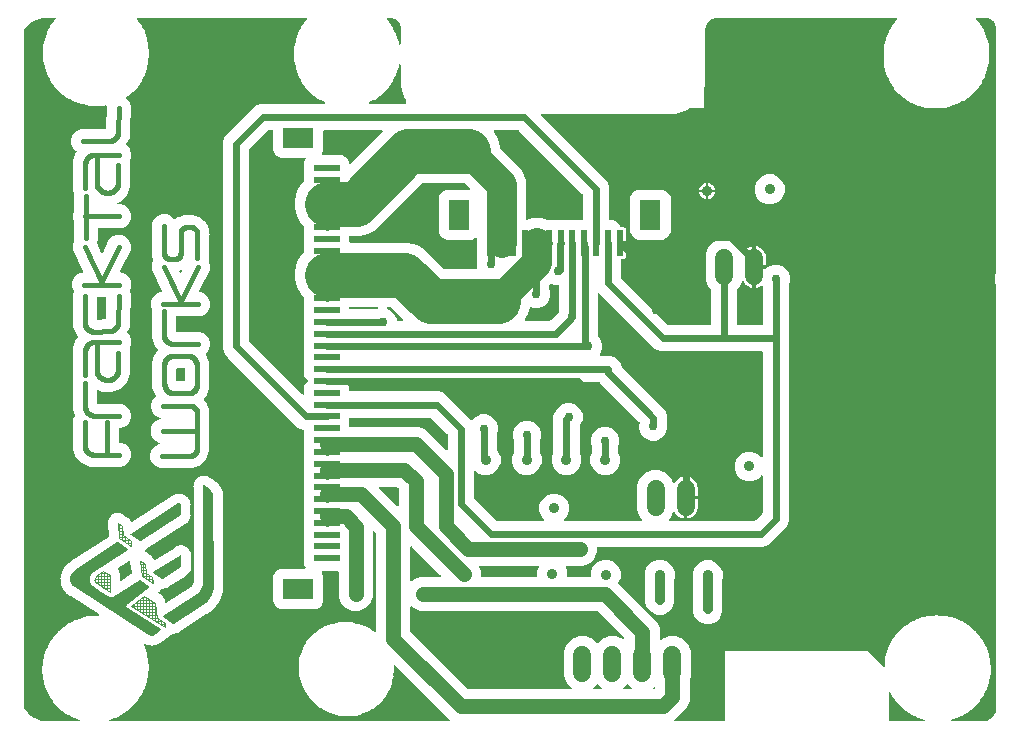
<source format=gbr>
G04 EAGLE Gerber RS-274X export*
G75*
%MOMM*%
%FSLAX34Y34*%
%LPD*%
%INTop Copper*%
%IPPOS*%
%AMOC8*
5,1,8,0,0,1.08239X$1,22.5*%
G01*
%ADD10R,2.200000X0.600000*%
%ADD11R,2.600000X1.800000*%
%ADD12C,0.076200*%
%ADD13C,0.406400*%
%ADD14C,1.524000*%
%ADD15C,0.889000*%
%ADD16R,0.600000X2.200000*%
%ADD17R,1.800000X2.600000*%
%ADD18C,0.609600*%
%ADD19C,0.756400*%
%ADD20C,2.540000*%
%ADD21C,3.810000*%
%ADD22C,1.270000*%
%ADD23C,0.812800*%

G36*
X912962Y95218D02*
X912962Y95218D01*
X912966Y95217D01*
X913132Y95237D01*
X916255Y95962D01*
X916286Y95974D01*
X916319Y95979D01*
X916472Y96049D01*
X919229Y97684D01*
X919255Y97706D01*
X919284Y97720D01*
X919409Y97832D01*
X921543Y100225D01*
X921561Y100253D01*
X921585Y100276D01*
X921670Y100421D01*
X922981Y103347D01*
X922981Y103351D01*
X922984Y103354D01*
X923033Y103514D01*
X923275Y104769D01*
X923276Y104795D01*
X923289Y104913D01*
X923289Y464726D01*
X923279Y464790D01*
X923278Y464856D01*
X923255Y464936D01*
X923250Y464968D01*
X923240Y464986D01*
X923231Y465017D01*
X922237Y467417D01*
X922237Y472383D01*
X923231Y474783D01*
X923245Y474841D01*
X923261Y474876D01*
X923262Y474887D01*
X923271Y474908D01*
X923280Y474991D01*
X923287Y475023D01*
X923286Y475042D01*
X923289Y475074D01*
X923289Y679150D01*
X923283Y679188D01*
X923285Y679227D01*
X923250Y679391D01*
X923187Y679579D01*
X923287Y681005D01*
X923286Y681025D01*
X923289Y681059D01*
X923289Y682580D01*
X923296Y682609D01*
X923294Y682631D01*
X923298Y682670D01*
X923297Y682742D01*
X923295Y682752D01*
X923296Y682762D01*
X923272Y682928D01*
X922591Y685504D01*
X922574Y685542D01*
X922566Y685582D01*
X922493Y685723D01*
X922491Y685728D01*
X922490Y685729D01*
X922489Y685731D01*
X921014Y687950D01*
X920986Y687980D01*
X920965Y688016D01*
X920850Y688126D01*
X920846Y688130D01*
X920845Y688131D01*
X920844Y688132D01*
X918732Y689757D01*
X918695Y689776D01*
X918664Y689803D01*
X918520Y689870D01*
X918515Y689873D01*
X918514Y689874D01*
X918512Y689874D01*
X915989Y690731D01*
X915979Y690732D01*
X915970Y690737D01*
X915806Y690769D01*
X914473Y690877D01*
X914450Y690875D01*
X914411Y690879D01*
X912539Y690877D01*
X912537Y690878D01*
X912531Y690877D01*
X912506Y690877D01*
X912486Y690879D01*
X906945Y690879D01*
X906899Y690872D01*
X906852Y690874D01*
X906778Y690852D01*
X906703Y690840D01*
X906661Y690818D01*
X906616Y690804D01*
X906553Y690760D01*
X906485Y690724D01*
X906453Y690690D01*
X906414Y690664D01*
X906369Y690602D01*
X906316Y690546D01*
X906296Y690503D01*
X906268Y690466D01*
X906245Y690393D01*
X906212Y690323D01*
X906207Y690276D01*
X906193Y690232D01*
X906194Y690155D01*
X906185Y690079D01*
X906195Y690033D01*
X906196Y689986D01*
X906221Y689913D01*
X906237Y689838D01*
X906261Y689798D01*
X906277Y689754D01*
X906353Y689645D01*
X906364Y689627D01*
X906368Y689623D01*
X906373Y689616D01*
X907899Y687876D01*
X907931Y687850D01*
X907957Y687817D01*
X908026Y687772D01*
X908089Y687720D01*
X908094Y687718D01*
X908245Y687491D01*
X908267Y687468D01*
X908306Y687412D01*
X908485Y687208D01*
X908485Y687206D01*
X908502Y687168D01*
X908511Y687127D01*
X908583Y686989D01*
X908586Y686982D01*
X908587Y686980D01*
X908588Y686978D01*
X911096Y683225D01*
X911122Y683197D01*
X911137Y683172D01*
X911138Y683171D01*
X911146Y683158D01*
X911208Y683105D01*
X911264Y683045D01*
X911268Y683043D01*
X911389Y682798D01*
X911407Y682772D01*
X911439Y682712D01*
X911590Y682486D01*
X911590Y682484D01*
X911602Y682444D01*
X911605Y682402D01*
X911658Y682256D01*
X911660Y682248D01*
X911661Y682247D01*
X911662Y682244D01*
X913658Y678196D01*
X913683Y678162D01*
X913699Y678123D01*
X913754Y678062D01*
X913801Y677996D01*
X913806Y677993D01*
X913893Y677734D01*
X913908Y677706D01*
X913931Y677642D01*
X914052Y677399D01*
X914051Y677397D01*
X914058Y677355D01*
X914056Y677314D01*
X914089Y677162D01*
X914090Y677154D01*
X914091Y677152D01*
X914092Y677150D01*
X915543Y672876D01*
X915562Y672839D01*
X915574Y672798D01*
X915620Y672731D01*
X915658Y672659D01*
X915662Y672655D01*
X915715Y672387D01*
X915726Y672358D01*
X915741Y672291D01*
X915828Y672034D01*
X915828Y672032D01*
X915829Y671990D01*
X915821Y671949D01*
X915835Y671794D01*
X915835Y671786D01*
X915835Y671785D01*
X915836Y671782D01*
X916716Y667355D01*
X916731Y667316D01*
X916737Y667274D01*
X916774Y667201D01*
X916803Y667124D01*
X916806Y667121D01*
X916824Y666848D01*
X916831Y666818D01*
X916837Y666750D01*
X916890Y666483D01*
X916889Y666481D01*
X916885Y666440D01*
X916872Y666400D01*
X916865Y666244D01*
X916864Y666236D01*
X916864Y666235D01*
X916864Y666232D01*
X917156Y661784D01*
X917171Y661719D01*
X917176Y661653D01*
X917195Y661608D01*
X917195Y661212D01*
X917198Y661193D01*
X917196Y661162D01*
X917222Y660776D01*
X917213Y660755D01*
X917204Y660675D01*
X917197Y660643D01*
X917199Y660622D01*
X917195Y660588D01*
X917195Y659196D01*
X917206Y659130D01*
X917206Y659063D01*
X917222Y659018D01*
X917196Y658622D01*
X917198Y658603D01*
X917195Y658572D01*
X917195Y658185D01*
X917185Y658165D01*
X917171Y658085D01*
X917161Y658054D01*
X917162Y658033D01*
X917156Y658000D01*
X916855Y653419D01*
X916859Y653378D01*
X916854Y653336D01*
X916871Y653256D01*
X916879Y653174D01*
X916881Y653170D01*
X916828Y652902D01*
X916827Y652870D01*
X916815Y652803D01*
X916797Y652532D01*
X916796Y652531D01*
X916781Y652491D01*
X916758Y652456D01*
X916711Y652308D01*
X916708Y652301D01*
X916708Y652299D01*
X916708Y652297D01*
X915801Y647739D01*
X915800Y647697D01*
X915789Y647657D01*
X915795Y647575D01*
X915793Y647493D01*
X915794Y647488D01*
X915706Y647230D01*
X915701Y647199D01*
X915681Y647134D01*
X915628Y646867D01*
X915626Y646866D01*
X915606Y646829D01*
X915579Y646797D01*
X915513Y646657D01*
X915509Y646649D01*
X915509Y646648D01*
X915508Y646645D01*
X914014Y642245D01*
X914007Y642204D01*
X913992Y642165D01*
X913987Y642083D01*
X913974Y642003D01*
X913975Y641998D01*
X913854Y641753D01*
X913845Y641723D01*
X913816Y641661D01*
X913729Y641403D01*
X913727Y641402D01*
X913703Y641368D01*
X913671Y641341D01*
X913588Y641209D01*
X913583Y641203D01*
X913582Y641201D01*
X913581Y641199D01*
X911526Y637032D01*
X911514Y636992D01*
X911493Y636955D01*
X911478Y636875D01*
X911454Y636796D01*
X911454Y636791D01*
X911303Y636564D01*
X911290Y636535D01*
X911253Y636478D01*
X911133Y636234D01*
X911131Y636233D01*
X911102Y636203D01*
X911068Y636179D01*
X910967Y636060D01*
X910962Y636055D01*
X910961Y636053D01*
X910960Y636051D01*
X908378Y632187D01*
X908361Y632149D01*
X908336Y632116D01*
X908310Y632038D01*
X908276Y631964D01*
X908276Y631958D01*
X908096Y631753D01*
X908079Y631726D01*
X908035Y631674D01*
X907884Y631448D01*
X907882Y631448D01*
X907850Y631421D01*
X907813Y631402D01*
X907697Y631297D01*
X907692Y631292D01*
X907691Y631291D01*
X907689Y631289D01*
X904625Y627796D01*
X904605Y627764D01*
X904600Y627759D01*
X904599Y627756D01*
X904574Y627730D01*
X904538Y627656D01*
X904495Y627587D01*
X904494Y627582D01*
X904288Y627402D01*
X904268Y627378D01*
X904218Y627332D01*
X904039Y627127D01*
X904037Y627127D01*
X904001Y627105D01*
X903962Y627091D01*
X903834Y627002D01*
X903828Y626998D01*
X903827Y626996D01*
X903824Y626995D01*
X900331Y623931D01*
X900304Y623899D01*
X900271Y623873D01*
X900227Y623804D01*
X900174Y623741D01*
X900173Y623736D01*
X899946Y623585D01*
X899923Y623563D01*
X899867Y623524D01*
X899662Y623345D01*
X899661Y623345D01*
X899622Y623328D01*
X899581Y623319D01*
X899443Y623247D01*
X899436Y623244D01*
X899435Y623243D01*
X899433Y623242D01*
X895569Y620660D01*
X895538Y620632D01*
X895502Y620610D01*
X895449Y620548D01*
X895389Y620492D01*
X895387Y620488D01*
X895142Y620367D01*
X895116Y620349D01*
X895056Y620317D01*
X894830Y620166D01*
X894828Y620166D01*
X894788Y620154D01*
X894746Y620151D01*
X894600Y620098D01*
X894592Y620096D01*
X894591Y620095D01*
X894588Y620094D01*
X890421Y618039D01*
X890387Y618015D01*
X890348Y617998D01*
X890287Y617944D01*
X890221Y617896D01*
X890218Y617892D01*
X889959Y617804D01*
X889931Y617789D01*
X889867Y617766D01*
X889623Y617646D01*
X889622Y617646D01*
X889580Y617639D01*
X889539Y617642D01*
X889387Y617608D01*
X889379Y617607D01*
X889377Y617606D01*
X889375Y617606D01*
X884975Y616112D01*
X884938Y616092D01*
X884897Y616081D01*
X884830Y616035D01*
X884757Y615996D01*
X884754Y615993D01*
X884486Y615939D01*
X884457Y615928D01*
X884390Y615914D01*
X884133Y615826D01*
X884131Y615827D01*
X884089Y615826D01*
X884048Y615833D01*
X883893Y615820D01*
X883885Y615820D01*
X883883Y615819D01*
X883881Y615819D01*
X879323Y614912D01*
X879284Y614898D01*
X879243Y614892D01*
X879170Y614855D01*
X879093Y614826D01*
X879089Y614823D01*
X878817Y614805D01*
X878786Y614798D01*
X878718Y614792D01*
X878452Y614739D01*
X878450Y614740D01*
X878408Y614744D01*
X878368Y614757D01*
X878213Y614764D01*
X878205Y614765D01*
X878203Y614765D01*
X878201Y614765D01*
X873620Y614464D01*
X873555Y614449D01*
X873489Y614444D01*
X873444Y614425D01*
X873048Y614425D01*
X873029Y614422D01*
X872998Y614424D01*
X872612Y614398D01*
X872591Y614407D01*
X872511Y614416D01*
X872479Y614423D01*
X872458Y614421D01*
X872424Y614425D01*
X871286Y614425D01*
X871220Y614414D01*
X871153Y614414D01*
X871108Y614398D01*
X870712Y614424D01*
X870693Y614422D01*
X870662Y614425D01*
X870275Y614425D01*
X870255Y614435D01*
X870175Y614449D01*
X870144Y614459D01*
X870123Y614458D01*
X870090Y614464D01*
X865675Y614754D01*
X865633Y614750D01*
X865592Y614755D01*
X865512Y614738D01*
X865430Y614730D01*
X865425Y614728D01*
X865158Y614781D01*
X865126Y614782D01*
X865059Y614794D01*
X864788Y614812D01*
X864786Y614813D01*
X864747Y614828D01*
X864712Y614851D01*
X864564Y614898D01*
X864557Y614901D01*
X864555Y614901D01*
X864552Y614902D01*
X860158Y615776D01*
X860116Y615777D01*
X860075Y615787D01*
X859994Y615781D01*
X859912Y615784D01*
X859907Y615783D01*
X859649Y615870D01*
X859617Y615876D01*
X859578Y615888D01*
X859564Y615894D01*
X859559Y615894D01*
X859552Y615896D01*
X859286Y615949D01*
X859285Y615951D01*
X859248Y615970D01*
X859216Y615998D01*
X859075Y616063D01*
X859068Y616067D01*
X859066Y616068D01*
X859064Y616069D01*
X854821Y617509D01*
X854780Y617516D01*
X854741Y617531D01*
X854659Y617536D01*
X854579Y617549D01*
X854574Y617549D01*
X854329Y617669D01*
X854299Y617678D01*
X854237Y617707D01*
X853979Y617795D01*
X853978Y617796D01*
X853945Y617821D01*
X853917Y617852D01*
X853785Y617936D01*
X853779Y617940D01*
X853777Y617941D01*
X853775Y617942D01*
X849757Y619924D01*
X849717Y619936D01*
X849680Y619957D01*
X849600Y619972D01*
X849521Y619996D01*
X849516Y619996D01*
X849289Y620147D01*
X849260Y620160D01*
X849203Y620197D01*
X848959Y620317D01*
X848958Y620319D01*
X848928Y620348D01*
X848904Y620382D01*
X848785Y620482D01*
X848780Y620488D01*
X848778Y620488D01*
X848776Y620490D01*
X845051Y622979D01*
X845012Y622997D01*
X844979Y623022D01*
X844901Y623047D01*
X844827Y623081D01*
X844822Y623082D01*
X844616Y623262D01*
X844590Y623278D01*
X844537Y623322D01*
X844311Y623473D01*
X844311Y623475D01*
X844284Y623508D01*
X844266Y623545D01*
X844160Y623660D01*
X844155Y623666D01*
X844154Y623667D01*
X844152Y623669D01*
X840784Y626623D01*
X840748Y626645D01*
X840718Y626674D01*
X840644Y626710D01*
X840575Y626753D01*
X840570Y626754D01*
X840390Y626960D01*
X840366Y626980D01*
X840320Y627030D01*
X840115Y627209D01*
X840115Y627211D01*
X840093Y627247D01*
X840079Y627286D01*
X839990Y627414D01*
X839986Y627420D01*
X839985Y627422D01*
X839983Y627424D01*
X837029Y630792D01*
X836996Y630819D01*
X836971Y630852D01*
X836902Y630897D01*
X836839Y630949D01*
X836834Y630950D01*
X836682Y631177D01*
X836661Y631201D01*
X836622Y631256D01*
X836443Y631461D01*
X836442Y631463D01*
X836425Y631501D01*
X836417Y631542D01*
X836345Y631680D01*
X836342Y631687D01*
X836341Y631688D01*
X836339Y631691D01*
X833850Y635416D01*
X833822Y635447D01*
X833800Y635483D01*
X833738Y635536D01*
X833682Y635596D01*
X833678Y635598D01*
X833557Y635843D01*
X833539Y635869D01*
X833507Y635929D01*
X833356Y636155D01*
X833356Y636157D01*
X833344Y636197D01*
X833341Y636239D01*
X833288Y636386D01*
X833286Y636393D01*
X833285Y636394D01*
X833284Y636397D01*
X831302Y640415D01*
X831278Y640449D01*
X831261Y640488D01*
X831207Y640549D01*
X831159Y640615D01*
X831155Y640618D01*
X831067Y640877D01*
X831053Y640905D01*
X831029Y640969D01*
X830909Y641213D01*
X830909Y641215D01*
X830903Y641256D01*
X830905Y641297D01*
X830872Y641450D01*
X830870Y641457D01*
X830870Y641459D01*
X830869Y641461D01*
X829429Y645704D01*
X829409Y645741D01*
X829398Y645781D01*
X829352Y645849D01*
X829313Y645921D01*
X829309Y645925D01*
X829256Y646192D01*
X829245Y646222D01*
X829230Y646289D01*
X829143Y646546D01*
X829144Y646548D01*
X829142Y646589D01*
X829150Y646631D01*
X829137Y646786D01*
X829137Y646794D01*
X829136Y646795D01*
X829136Y646798D01*
X828262Y651192D01*
X828247Y651231D01*
X828241Y651273D01*
X828204Y651346D01*
X828175Y651423D01*
X828172Y651427D01*
X828154Y651699D01*
X828147Y651730D01*
X828141Y651798D01*
X828088Y652064D01*
X828089Y652066D01*
X828093Y652108D01*
X828106Y652147D01*
X828113Y652303D01*
X828114Y652311D01*
X828114Y652312D01*
X828114Y652315D01*
X827824Y656730D01*
X827809Y656795D01*
X827804Y656861D01*
X827785Y656906D01*
X827785Y657302D01*
X827782Y657320D01*
X827784Y657352D01*
X827758Y657738D01*
X827767Y657759D01*
X827776Y657839D01*
X827783Y657871D01*
X827781Y657892D01*
X827785Y657926D01*
X827785Y659064D01*
X827774Y659130D01*
X827774Y659197D01*
X827758Y659242D01*
X827784Y659638D01*
X827782Y659657D01*
X827785Y659688D01*
X827785Y660075D01*
X827795Y660095D01*
X827809Y660175D01*
X827819Y660206D01*
X827818Y660227D01*
X827824Y660260D01*
X828129Y664907D01*
X828125Y664949D01*
X828130Y664990D01*
X828113Y665071D01*
X828105Y665152D01*
X828103Y665157D01*
X828156Y665425D01*
X828158Y665456D01*
X828169Y665523D01*
X828187Y665794D01*
X828188Y665796D01*
X828203Y665835D01*
X828226Y665870D01*
X828273Y666018D01*
X828276Y666026D01*
X828276Y666027D01*
X828277Y666030D01*
X829196Y670652D01*
X829198Y670694D01*
X829208Y670735D01*
X829202Y670816D01*
X829205Y670898D01*
X829203Y670903D01*
X829291Y671162D01*
X829296Y671193D01*
X829317Y671258D01*
X829370Y671524D01*
X829371Y671526D01*
X829391Y671562D01*
X829418Y671594D01*
X829484Y671735D01*
X829488Y671742D01*
X829488Y671744D01*
X829489Y671746D01*
X831004Y676209D01*
X831011Y676250D01*
X831027Y676289D01*
X831031Y676371D01*
X831045Y676452D01*
X831044Y676457D01*
X831165Y676702D01*
X831174Y676732D01*
X831203Y676794D01*
X831290Y677051D01*
X831292Y677052D01*
X831316Y677086D01*
X831347Y677114D01*
X831431Y677245D01*
X831436Y677251D01*
X831436Y677253D01*
X831438Y677255D01*
X833522Y681482D01*
X833534Y681522D01*
X833555Y681559D01*
X833570Y681639D01*
X833594Y681718D01*
X833594Y681723D01*
X833746Y681950D01*
X833759Y681979D01*
X833795Y682036D01*
X833915Y682280D01*
X833917Y682281D01*
X833946Y682311D01*
X833980Y682335D01*
X834081Y682454D01*
X834086Y682459D01*
X834087Y682461D01*
X834088Y682463D01*
X836707Y686382D01*
X836724Y686420D01*
X836749Y686453D01*
X836775Y686531D01*
X836809Y686606D01*
X836809Y686611D01*
X836989Y686816D01*
X837006Y686843D01*
X837050Y686895D01*
X837201Y687121D01*
X837203Y687122D01*
X837235Y687148D01*
X837272Y687167D01*
X837387Y687272D01*
X837393Y687277D01*
X837394Y687278D01*
X837396Y687280D01*
X839445Y689616D01*
X839470Y689656D01*
X839502Y689690D01*
X839534Y689760D01*
X839575Y689825D01*
X839586Y689870D01*
X839606Y689913D01*
X839614Y689989D01*
X839632Y690064D01*
X839628Y690111D01*
X839633Y690157D01*
X839616Y690232D01*
X839609Y690309D01*
X839590Y690352D01*
X839580Y690398D01*
X839541Y690464D01*
X839510Y690534D01*
X839478Y690569D01*
X839454Y690609D01*
X839396Y690659D01*
X839344Y690716D01*
X839303Y690738D01*
X839267Y690769D01*
X839196Y690798D01*
X839129Y690835D01*
X839083Y690843D01*
X839039Y690861D01*
X838907Y690875D01*
X838887Y690879D01*
X838881Y690878D01*
X838872Y690879D01*
X688906Y690879D01*
X688848Y690870D01*
X688788Y690870D01*
X688717Y690851D01*
X687002Y690879D01*
X686997Y690878D01*
X686989Y690879D01*
X686886Y690879D01*
X686869Y690876D01*
X686841Y690878D01*
X685468Y690795D01*
X685465Y690795D01*
X685461Y690795D01*
X685296Y690765D01*
X682626Y689967D01*
X682597Y689953D01*
X682564Y689946D01*
X682416Y689867D01*
X680112Y688300D01*
X680088Y688277D01*
X680060Y688261D01*
X679942Y688141D01*
X678220Y685951D01*
X678204Y685922D01*
X678182Y685897D01*
X678106Y685748D01*
X677126Y683139D01*
X677125Y683136D01*
X677123Y683133D01*
X677118Y683109D01*
X677117Y683107D01*
X677116Y683104D01*
X677084Y682970D01*
X676917Y681685D01*
X676918Y681654D01*
X676911Y681587D01*
X676911Y640578D01*
X676919Y640525D01*
X676918Y640471D01*
X676946Y640365D01*
X676950Y640336D01*
X676956Y640326D01*
X676960Y640308D01*
X676911Y638687D01*
X676912Y638678D01*
X676911Y638664D01*
X676911Y637042D01*
X676911Y637041D01*
X676898Y636989D01*
X676877Y636939D01*
X676861Y636830D01*
X676855Y636802D01*
X676856Y636791D01*
X676853Y636773D01*
X676769Y633999D01*
X675428Y630115D01*
X675421Y630073D01*
X675405Y630033D01*
X675389Y629883D01*
X675387Y629873D01*
X675387Y629870D01*
X675387Y629867D01*
X675387Y614679D01*
X664032Y614679D01*
X663999Y614674D01*
X663965Y614676D01*
X663878Y614654D01*
X663790Y614640D01*
X663759Y614624D01*
X663726Y614615D01*
X663581Y614531D01*
X661100Y612706D01*
X652511Y609741D01*
X649737Y609657D01*
X649684Y609647D01*
X649630Y609646D01*
X649525Y609616D01*
X649495Y609610D01*
X649486Y609604D01*
X649469Y609599D01*
X649468Y609599D01*
X647846Y609599D01*
X647837Y609598D01*
X647822Y609599D01*
X646202Y609550D01*
X646149Y609561D01*
X646098Y609581D01*
X645989Y609593D01*
X645961Y609599D01*
X645949Y609597D01*
X645932Y609599D01*
X538345Y609599D01*
X538274Y609588D01*
X538202Y609586D01*
X538153Y609568D01*
X538102Y609560D01*
X538039Y609526D01*
X537971Y609501D01*
X537931Y609469D01*
X537885Y609444D01*
X537835Y609392D01*
X537779Y609348D01*
X537751Y609304D01*
X537715Y609266D01*
X537685Y609201D01*
X537646Y609141D01*
X537634Y609090D01*
X537612Y609043D01*
X537604Y608972D01*
X537586Y608902D01*
X537590Y608850D01*
X537585Y608799D01*
X537600Y608728D01*
X537605Y608657D01*
X537626Y608609D01*
X537637Y608558D01*
X537674Y608497D01*
X537702Y608431D01*
X537746Y608375D01*
X537763Y608347D01*
X537781Y608332D01*
X537807Y608300D01*
X593675Y552431D01*
X595377Y548323D01*
X595377Y520192D01*
X595380Y520172D01*
X595378Y520153D01*
X595400Y520051D01*
X595416Y519949D01*
X595426Y519932D01*
X595430Y519912D01*
X595483Y519823D01*
X595532Y519732D01*
X595546Y519718D01*
X595556Y519701D01*
X595635Y519634D01*
X595710Y519562D01*
X595728Y519554D01*
X595743Y519541D01*
X595839Y519502D01*
X595933Y519459D01*
X595953Y519457D01*
X595971Y519449D01*
X596138Y519431D01*
X599047Y519431D01*
X602035Y518193D01*
X604321Y515907D01*
X604981Y514313D01*
X605043Y514213D01*
X605103Y514113D01*
X605108Y514109D01*
X605111Y514104D01*
X605201Y514029D01*
X605290Y513953D01*
X605296Y513951D01*
X605301Y513947D01*
X605409Y513905D01*
X605518Y513861D01*
X605526Y513860D01*
X605530Y513859D01*
X605548Y513858D01*
X605685Y513843D01*
X607764Y513843D01*
X608411Y513670D01*
X608990Y513335D01*
X609463Y512862D01*
X609798Y512283D01*
X609971Y511636D01*
X609971Y501801D01*
X606368Y501801D01*
X606348Y501798D01*
X606329Y501800D01*
X606227Y501778D01*
X606125Y501762D01*
X606108Y501752D01*
X606088Y501748D01*
X605999Y501695D01*
X605908Y501646D01*
X605894Y501632D01*
X605877Y501622D01*
X605810Y501543D01*
X605738Y501468D01*
X605730Y501450D01*
X605717Y501435D01*
X605678Y501339D01*
X605635Y501245D01*
X605633Y501225D01*
X605625Y501207D01*
X605607Y501040D01*
X605607Y499564D01*
X605610Y499544D01*
X605608Y499524D01*
X605630Y499423D01*
X605646Y499321D01*
X605656Y499304D01*
X605660Y499284D01*
X605713Y499195D01*
X605762Y499104D01*
X605776Y499090D01*
X605786Y499073D01*
X605865Y499006D01*
X605940Y498934D01*
X605958Y498926D01*
X605973Y498913D01*
X606069Y498874D01*
X606163Y498831D01*
X606183Y498829D01*
X606201Y498821D01*
X606368Y498803D01*
X609971Y498803D01*
X609971Y488968D01*
X609798Y488321D01*
X609463Y487742D01*
X608990Y487269D01*
X608411Y486934D01*
X607764Y486761D01*
X606368Y486761D01*
X606348Y486758D01*
X606329Y486760D01*
X606227Y486738D01*
X606125Y486722D01*
X606108Y486712D01*
X606088Y486708D01*
X605999Y486655D01*
X605908Y486606D01*
X605894Y486592D01*
X605877Y486582D01*
X605810Y486503D01*
X605738Y486428D01*
X605730Y486410D01*
X605717Y486395D01*
X605678Y486299D01*
X605635Y486205D01*
X605633Y486185D01*
X605625Y486167D01*
X605607Y486000D01*
X605607Y470965D01*
X605621Y470875D01*
X605629Y470784D01*
X605641Y470754D01*
X605646Y470722D01*
X605689Y470641D01*
X605725Y470558D01*
X605751Y470525D01*
X605762Y470505D01*
X605785Y470483D01*
X605830Y470427D01*
X645249Y431008D01*
X645323Y430955D01*
X645392Y430895D01*
X645422Y430883D01*
X645448Y430864D01*
X645535Y430837D01*
X645620Y430803D01*
X645661Y430799D01*
X645683Y430792D01*
X645716Y430793D01*
X645787Y430785D01*
X680974Y430785D01*
X680994Y430788D01*
X681013Y430786D01*
X681115Y430808D01*
X681217Y430824D01*
X681234Y430834D01*
X681254Y430838D01*
X681343Y430891D01*
X681434Y430940D01*
X681448Y430954D01*
X681465Y430964D01*
X681532Y431043D01*
X681604Y431118D01*
X681612Y431136D01*
X681625Y431151D01*
X681664Y431247D01*
X681707Y431341D01*
X681709Y431361D01*
X681717Y431379D01*
X681735Y431546D01*
X681735Y461029D01*
X681721Y461119D01*
X681713Y461210D01*
X681701Y461240D01*
X681696Y461272D01*
X681653Y461353D01*
X681617Y461437D01*
X681591Y461469D01*
X681580Y461489D01*
X681557Y461512D01*
X681512Y461568D01*
X679561Y463519D01*
X677163Y469307D01*
X677163Y490813D01*
X679561Y496601D01*
X683991Y501031D01*
X689779Y503429D01*
X696045Y503429D01*
X701833Y501031D01*
X706263Y496601D01*
X707959Y492507D01*
X707981Y492472D01*
X707995Y492432D01*
X708045Y492368D01*
X708088Y492298D01*
X708121Y492272D01*
X708147Y492238D01*
X708215Y492194D01*
X708278Y492141D01*
X708317Y492126D01*
X708352Y492103D01*
X708431Y492083D01*
X708507Y492053D01*
X708549Y492051D01*
X708590Y492041D01*
X708672Y492046D01*
X708753Y492043D01*
X708794Y492055D01*
X708835Y492057D01*
X708911Y492089D01*
X708989Y492111D01*
X709024Y492135D01*
X709063Y492151D01*
X709124Y492205D01*
X709191Y492252D01*
X709217Y492285D01*
X709248Y492313D01*
X709333Y492442D01*
X709338Y492449D01*
X709339Y492451D01*
X709340Y492453D01*
X709622Y493005D01*
X710562Y494299D01*
X711693Y495430D01*
X712987Y496370D01*
X714412Y497096D01*
X715933Y497591D01*
X716789Y497726D01*
X716789Y480822D01*
X716792Y480802D01*
X716790Y480783D01*
X716812Y480681D01*
X716829Y480579D01*
X716838Y480562D01*
X716842Y480542D01*
X716895Y480453D01*
X716944Y480362D01*
X716958Y480348D01*
X716968Y480331D01*
X717047Y480264D01*
X717122Y480193D01*
X717140Y480184D01*
X717155Y480171D01*
X717251Y480133D01*
X717345Y480089D01*
X717365Y480087D01*
X717383Y480079D01*
X717550Y480061D01*
X718313Y480061D01*
X718313Y480059D01*
X717550Y480059D01*
X717530Y480056D01*
X717511Y480058D01*
X717409Y480036D01*
X717307Y480019D01*
X717290Y480010D01*
X717270Y480006D01*
X717181Y479953D01*
X717090Y479904D01*
X717076Y479890D01*
X717059Y479880D01*
X716992Y479801D01*
X716921Y479726D01*
X716912Y479708D01*
X716899Y479693D01*
X716860Y479597D01*
X716817Y479503D01*
X716815Y479483D01*
X716807Y479465D01*
X716789Y479298D01*
X716789Y462394D01*
X715933Y462529D01*
X714412Y463024D01*
X712987Y463750D01*
X711693Y464690D01*
X710562Y465821D01*
X709622Y467115D01*
X709340Y467667D01*
X709315Y467701D01*
X709298Y467739D01*
X709243Y467799D01*
X709195Y467865D01*
X709160Y467889D01*
X709132Y467920D01*
X709060Y467960D01*
X708994Y468007D01*
X708953Y468019D01*
X708917Y468039D01*
X708836Y468053D01*
X708758Y468077D01*
X708716Y468075D01*
X708674Y468083D01*
X708593Y468071D01*
X708512Y468068D01*
X708473Y468053D01*
X708431Y468047D01*
X708358Y468010D01*
X708282Y467981D01*
X708249Y467954D01*
X708212Y467935D01*
X708155Y467877D01*
X708091Y467825D01*
X708069Y467790D01*
X708040Y467760D01*
X707965Y467624D01*
X707960Y467617D01*
X707960Y467615D01*
X707959Y467613D01*
X706263Y463519D01*
X704312Y461568D01*
X704259Y461494D01*
X704199Y461424D01*
X704187Y461394D01*
X704168Y461368D01*
X704141Y461281D01*
X704107Y461196D01*
X704103Y461155D01*
X704096Y461133D01*
X704097Y461101D01*
X704089Y461029D01*
X704089Y431546D01*
X704092Y431526D01*
X704090Y431507D01*
X704112Y431405D01*
X704128Y431303D01*
X704138Y431286D01*
X704142Y431266D01*
X704195Y431177D01*
X704244Y431086D01*
X704258Y431072D01*
X704268Y431055D01*
X704347Y430988D01*
X704422Y430916D01*
X704440Y430908D01*
X704455Y430895D01*
X704551Y430856D01*
X704645Y430813D01*
X704665Y430811D01*
X704683Y430803D01*
X704850Y430785D01*
X724662Y430785D01*
X724682Y430788D01*
X724701Y430786D01*
X724803Y430808D01*
X724905Y430824D01*
X724922Y430834D01*
X724942Y430838D01*
X725031Y430891D01*
X725122Y430940D01*
X725136Y430954D01*
X725153Y430964D01*
X725220Y431043D01*
X725292Y431118D01*
X725300Y431136D01*
X725313Y431151D01*
X725352Y431247D01*
X725395Y431341D01*
X725397Y431361D01*
X725405Y431379D01*
X725423Y431546D01*
X725423Y463553D01*
X725421Y463565D01*
X725423Y463577D01*
X725402Y463686D01*
X725384Y463796D01*
X725378Y463807D01*
X725376Y463818D01*
X725321Y463915D01*
X725268Y464013D01*
X725260Y464022D01*
X725254Y464032D01*
X725171Y464106D01*
X725090Y464183D01*
X725079Y464188D01*
X725070Y464196D01*
X724968Y464239D01*
X724867Y464286D01*
X724855Y464288D01*
X724844Y464292D01*
X724733Y464301D01*
X724623Y464313D01*
X724611Y464311D01*
X724599Y464312D01*
X724491Y464285D01*
X724382Y464261D01*
X724372Y464255D01*
X724360Y464252D01*
X724215Y464169D01*
X723637Y463750D01*
X722212Y463024D01*
X720691Y462529D01*
X719835Y462394D01*
X719835Y478537D01*
X728077Y478537D01*
X728167Y478552D01*
X728258Y478559D01*
X728288Y478571D01*
X728320Y478577D01*
X728401Y478619D01*
X728484Y478655D01*
X728517Y478681D01*
X728537Y478692D01*
X728559Y478715D01*
X728615Y478760D01*
X729853Y479997D01*
X734231Y481811D01*
X738969Y481811D01*
X743347Y479997D01*
X746697Y476647D01*
X748511Y472269D01*
X748511Y467531D01*
X747835Y465899D01*
X747820Y465835D01*
X747795Y465774D01*
X747786Y465691D01*
X747779Y465659D01*
X747780Y465640D01*
X747777Y465607D01*
X747777Y264477D01*
X746075Y260369D01*
X730231Y244525D01*
X726123Y242823D01*
X585978Y242823D01*
X585958Y242820D01*
X585939Y242822D01*
X585837Y242800D01*
X585735Y242784D01*
X585718Y242774D01*
X585698Y242770D01*
X585609Y242717D01*
X585518Y242668D01*
X585504Y242654D01*
X585487Y242644D01*
X585420Y242565D01*
X585348Y242490D01*
X585340Y242472D01*
X585327Y242457D01*
X585288Y242361D01*
X585245Y242267D01*
X585243Y242247D01*
X585235Y242229D01*
X585217Y242062D01*
X585217Y238420D01*
X583012Y233098D01*
X578940Y229026D01*
X573618Y226821D01*
X559279Y226821D01*
X559233Y226814D01*
X559187Y226816D01*
X559113Y226794D01*
X559036Y226782D01*
X558995Y226760D01*
X558951Y226747D01*
X558887Y226703D01*
X558818Y226666D01*
X558787Y226633D01*
X558749Y226607D01*
X558703Y226545D01*
X558649Y226488D01*
X558630Y226446D01*
X558602Y226410D01*
X558578Y226336D01*
X558545Y226265D01*
X558540Y226219D01*
X558526Y226176D01*
X558527Y226098D01*
X558518Y226021D01*
X558528Y225976D01*
X558529Y225930D01*
X558567Y225798D01*
X558571Y225780D01*
X558573Y225776D01*
X558575Y225769D01*
X559944Y222465D01*
X559944Y218440D01*
X559947Y218420D01*
X559945Y218401D01*
X559967Y218299D01*
X559983Y218197D01*
X559993Y218180D01*
X559997Y218160D01*
X560050Y218071D01*
X560099Y217980D01*
X560113Y217966D01*
X560123Y217949D01*
X560202Y217882D01*
X560277Y217810D01*
X560295Y217802D01*
X560310Y217789D01*
X560406Y217750D01*
X560500Y217707D01*
X560520Y217705D01*
X560538Y217697D01*
X560705Y217679D01*
X579247Y217679D01*
X579267Y217682D01*
X579286Y217680D01*
X579388Y217702D01*
X579490Y217718D01*
X579507Y217728D01*
X579527Y217732D01*
X579616Y217785D01*
X579707Y217834D01*
X579721Y217848D01*
X579738Y217858D01*
X579805Y217937D01*
X579877Y218012D01*
X579885Y218030D01*
X579898Y218045D01*
X579937Y218141D01*
X579980Y218235D01*
X579982Y218255D01*
X579990Y218273D01*
X580008Y218440D01*
X580008Y221957D01*
X581923Y226578D01*
X585460Y230115D01*
X590081Y232030D01*
X595083Y232030D01*
X599704Y230115D01*
X603241Y226578D01*
X605156Y221957D01*
X605156Y216955D01*
X603339Y212568D01*
X603312Y212454D01*
X603283Y212341D01*
X603284Y212335D01*
X603282Y212329D01*
X603293Y212212D01*
X603302Y212096D01*
X603305Y212090D01*
X603306Y212084D01*
X603353Y211976D01*
X603399Y211869D01*
X603403Y211864D01*
X603406Y211859D01*
X603418Y211845D01*
X603504Y211738D01*
X635971Y179271D01*
X638176Y173949D01*
X638176Y165004D01*
X638187Y164934D01*
X638189Y164862D01*
X638207Y164813D01*
X638215Y164762D01*
X638249Y164698D01*
X638274Y164631D01*
X638306Y164590D01*
X638331Y164544D01*
X638383Y164495D01*
X638427Y164439D01*
X638471Y164411D01*
X638509Y164375D01*
X638574Y164345D01*
X638634Y164306D01*
X638685Y164293D01*
X638732Y164271D01*
X638803Y164263D01*
X638873Y164246D01*
X638925Y164250D01*
X638976Y164244D01*
X639047Y164259D01*
X639118Y164265D01*
X639166Y164285D01*
X639217Y164296D01*
X639278Y164333D01*
X639344Y164361D01*
X639400Y164406D01*
X639428Y164423D01*
X639443Y164440D01*
X639475Y164466D01*
X640176Y165167D01*
X645964Y167565D01*
X652230Y167565D01*
X658018Y165167D01*
X662448Y160737D01*
X664846Y154948D01*
X664846Y133443D01*
X663634Y130517D01*
X663624Y130474D01*
X663607Y130439D01*
X663605Y130420D01*
X663594Y130392D01*
X663585Y130310D01*
X663578Y130278D01*
X663579Y130258D01*
X663576Y130226D01*
X663576Y112817D01*
X661371Y107495D01*
X657192Y103316D01*
X657191Y103315D01*
X653732Y99856D01*
X650426Y96550D01*
X650384Y96492D01*
X650335Y96440D01*
X650313Y96393D01*
X650283Y96351D01*
X650262Y96282D01*
X650231Y96217D01*
X650226Y96165D01*
X650210Y96115D01*
X650212Y96044D01*
X650204Y95973D01*
X650215Y95922D01*
X650217Y95870D01*
X650241Y95802D01*
X650257Y95732D01*
X650283Y95687D01*
X650301Y95639D01*
X650346Y95583D01*
X650383Y95521D01*
X650422Y95487D01*
X650455Y95447D01*
X650515Y95408D01*
X650570Y95361D01*
X650618Y95342D01*
X650662Y95314D01*
X650731Y95296D01*
X650798Y95269D01*
X650869Y95261D01*
X650900Y95253D01*
X650924Y95255D01*
X650965Y95251D01*
X692658Y95251D01*
X692678Y95254D01*
X692697Y95252D01*
X692799Y95274D01*
X692901Y95290D01*
X692918Y95300D01*
X692938Y95304D01*
X693027Y95357D01*
X693118Y95406D01*
X693132Y95420D01*
X693149Y95430D01*
X693216Y95509D01*
X693288Y95584D01*
X693296Y95602D01*
X693309Y95617D01*
X693348Y95713D01*
X693391Y95807D01*
X693393Y95827D01*
X693401Y95845D01*
X693419Y96012D01*
X693419Y153986D01*
X693866Y154433D01*
X814640Y154433D01*
X827502Y141571D01*
X827560Y141529D01*
X827612Y141480D01*
X827659Y141458D01*
X827701Y141427D01*
X827770Y141406D01*
X827835Y141376D01*
X827887Y141370D01*
X827937Y141355D01*
X828008Y141357D01*
X828079Y141349D01*
X828130Y141360D01*
X828182Y141361D01*
X828250Y141386D01*
X828320Y141401D01*
X828365Y141428D01*
X828413Y141446D01*
X828469Y141491D01*
X828531Y141527D01*
X828565Y141567D01*
X828605Y141600D01*
X828644Y141660D01*
X828691Y141714D01*
X828710Y141763D01*
X828738Y141806D01*
X828756Y141876D01*
X828783Y141942D01*
X828791Y142014D01*
X828799Y142045D01*
X828797Y142068D01*
X828801Y142109D01*
X828801Y142169D01*
X828811Y142189D01*
X828825Y142269D01*
X828835Y142300D01*
X828834Y142321D01*
X828840Y142354D01*
X829132Y146802D01*
X829128Y146844D01*
X829133Y146886D01*
X829116Y146966D01*
X829108Y147047D01*
X829106Y147052D01*
X829159Y147320D01*
X829160Y147351D01*
X829172Y147418D01*
X829190Y147689D01*
X829191Y147691D01*
X829206Y147730D01*
X829229Y147765D01*
X829276Y147913D01*
X829279Y147921D01*
X829279Y147922D01*
X829280Y147925D01*
X830160Y152352D01*
X830162Y152394D01*
X830172Y152434D01*
X830166Y152516D01*
X830169Y152598D01*
X830167Y152603D01*
X830255Y152861D01*
X830260Y152892D01*
X830281Y152957D01*
X830334Y153224D01*
X830335Y153225D01*
X830355Y153262D01*
X830382Y153294D01*
X830448Y153434D01*
X830452Y153442D01*
X830452Y153443D01*
X830453Y153446D01*
X831904Y157720D01*
X831911Y157761D01*
X831927Y157800D01*
X831931Y157882D01*
X831945Y157963D01*
X831944Y157968D01*
X832065Y158212D01*
X832074Y158243D01*
X832103Y158304D01*
X832190Y158562D01*
X832192Y158563D01*
X832216Y158597D01*
X832247Y158625D01*
X832331Y158756D01*
X832336Y158762D01*
X832336Y158764D01*
X832338Y158766D01*
X834334Y162814D01*
X834346Y162854D01*
X834367Y162891D01*
X834382Y162971D01*
X834406Y163050D01*
X834406Y163055D01*
X834557Y163282D01*
X834570Y163310D01*
X834607Y163368D01*
X834727Y163612D01*
X834729Y163613D01*
X834758Y163643D01*
X834792Y163667D01*
X834893Y163786D01*
X834898Y163791D01*
X834898Y163793D01*
X834900Y163795D01*
X837408Y167548D01*
X837425Y167586D01*
X837450Y167620D01*
X837476Y167697D01*
X837510Y167772D01*
X837510Y167777D01*
X837690Y167982D01*
X837707Y168009D01*
X837751Y168061D01*
X837902Y168287D01*
X837904Y168288D01*
X837936Y168314D01*
X837973Y168333D01*
X838089Y168438D01*
X838094Y168443D01*
X838095Y168445D01*
X838097Y168446D01*
X841073Y171840D01*
X841096Y171876D01*
X841125Y171905D01*
X841160Y171979D01*
X841204Y172049D01*
X841205Y172054D01*
X841410Y172234D01*
X841430Y172258D01*
X841480Y172304D01*
X841660Y172508D01*
X841661Y172509D01*
X841697Y172531D01*
X841736Y172545D01*
X841864Y172634D01*
X841871Y172638D01*
X841872Y172639D01*
X841874Y172641D01*
X845268Y175617D01*
X845294Y175649D01*
X845327Y175675D01*
X845372Y175744D01*
X845424Y175807D01*
X845426Y175812D01*
X845653Y175963D01*
X845676Y175985D01*
X845732Y176024D01*
X845936Y176203D01*
X845938Y176203D01*
X845976Y176220D01*
X846017Y176229D01*
X846155Y176301D01*
X846162Y176304D01*
X846164Y176305D01*
X846166Y176306D01*
X849919Y178814D01*
X849950Y178842D01*
X849986Y178864D01*
X850039Y178926D01*
X850099Y178982D01*
X850101Y178986D01*
X850346Y179107D01*
X850372Y179125D01*
X850432Y179157D01*
X850658Y179308D01*
X850660Y179308D01*
X850700Y179320D01*
X850742Y179323D01*
X850888Y179376D01*
X850896Y179378D01*
X850897Y179379D01*
X850900Y179380D01*
X854948Y181376D01*
X854982Y181401D01*
X855021Y181417D01*
X855082Y181472D01*
X855148Y181519D01*
X855151Y181524D01*
X855410Y181611D01*
X855438Y181626D01*
X855502Y181649D01*
X855745Y181770D01*
X855747Y181769D01*
X855789Y181776D01*
X855830Y181774D01*
X855982Y181807D01*
X855990Y181808D01*
X855992Y181809D01*
X855994Y181810D01*
X858913Y182800D01*
X858913Y182801D01*
X860268Y183261D01*
X860305Y183280D01*
X860346Y183292D01*
X860413Y183338D01*
X860485Y183376D01*
X860489Y183380D01*
X860757Y183433D01*
X860786Y183444D01*
X860853Y183459D01*
X861110Y183546D01*
X861112Y183546D01*
X861154Y183547D01*
X861195Y183539D01*
X861350Y183553D01*
X861358Y183553D01*
X861359Y183553D01*
X861362Y183554D01*
X865789Y184434D01*
X865828Y184449D01*
X865870Y184455D01*
X865943Y184492D01*
X866020Y184521D01*
X866023Y184524D01*
X866296Y184542D01*
X866326Y184549D01*
X866394Y184555D01*
X866661Y184608D01*
X866663Y184607D01*
X866704Y184603D01*
X866744Y184590D01*
X866900Y184583D01*
X866908Y184582D01*
X866909Y184582D01*
X866912Y184582D01*
X871360Y184874D01*
X871425Y184889D01*
X871491Y184894D01*
X871536Y184913D01*
X871932Y184913D01*
X871951Y184916D01*
X871982Y184914D01*
X872368Y184940D01*
X872389Y184931D01*
X872469Y184922D01*
X872501Y184915D01*
X872522Y184917D01*
X872556Y184913D01*
X873186Y184913D01*
X873252Y184924D01*
X873319Y184924D01*
X873364Y184940D01*
X873760Y184914D01*
X873779Y184916D01*
X873810Y184913D01*
X874197Y184913D01*
X874217Y184903D01*
X874297Y184889D01*
X874328Y184879D01*
X874349Y184880D01*
X874382Y184874D01*
X879062Y184567D01*
X879104Y184571D01*
X879145Y184566D01*
X879226Y184583D01*
X879307Y184591D01*
X879312Y184593D01*
X879580Y184539D01*
X879611Y184538D01*
X879678Y184526D01*
X879949Y184509D01*
X879951Y184508D01*
X879990Y184493D01*
X880025Y184470D01*
X880173Y184423D01*
X880181Y184420D01*
X880182Y184420D01*
X880185Y184419D01*
X884840Y183493D01*
X884882Y183492D01*
X884922Y183481D01*
X885004Y183487D01*
X885086Y183485D01*
X885091Y183486D01*
X885349Y183398D01*
X885381Y183393D01*
X885446Y183373D01*
X885712Y183320D01*
X885713Y183318D01*
X885750Y183298D01*
X885782Y183271D01*
X885922Y183205D01*
X885930Y183201D01*
X885932Y183201D01*
X885934Y183200D01*
X890428Y181674D01*
X890470Y181667D01*
X890508Y181652D01*
X890590Y181647D01*
X890671Y181634D01*
X890676Y181635D01*
X890921Y181514D01*
X890951Y181505D01*
X891013Y181476D01*
X891270Y181389D01*
X891271Y181387D01*
X891305Y181363D01*
X891333Y181331D01*
X891464Y181248D01*
X891471Y181243D01*
X891472Y181242D01*
X891474Y181241D01*
X895731Y179142D01*
X895771Y179130D01*
X895808Y179109D01*
X895888Y179094D01*
X895967Y179070D01*
X895972Y179070D01*
X896199Y178919D01*
X896227Y178905D01*
X896285Y178869D01*
X896529Y178749D01*
X896530Y178747D01*
X896560Y178718D01*
X896584Y178684D01*
X896703Y178583D01*
X896708Y178578D01*
X896710Y178577D01*
X896712Y178576D01*
X900658Y175939D01*
X900697Y175921D01*
X900730Y175896D01*
X900808Y175871D01*
X900882Y175837D01*
X900887Y175836D01*
X901093Y175656D01*
X901119Y175640D01*
X901172Y175596D01*
X901398Y175445D01*
X901398Y175443D01*
X901425Y175411D01*
X901443Y175373D01*
X901549Y175258D01*
X901554Y175252D01*
X901555Y175251D01*
X901557Y175249D01*
X905125Y172120D01*
X905161Y172098D01*
X905191Y172068D01*
X905264Y172033D01*
X905334Y171990D01*
X905339Y171988D01*
X905519Y171783D01*
X905543Y171763D01*
X905589Y171713D01*
X905794Y171534D01*
X905794Y171532D01*
X905816Y171496D01*
X905830Y171457D01*
X905919Y171329D01*
X905923Y171322D01*
X905924Y171321D01*
X905926Y171319D01*
X909055Y167751D01*
X909088Y167724D01*
X909114Y167691D01*
X909182Y167646D01*
X909245Y167594D01*
X909250Y167593D01*
X909402Y167366D01*
X909423Y167342D01*
X909462Y167287D01*
X909642Y167082D01*
X909642Y167080D01*
X909659Y167042D01*
X909667Y167001D01*
X909739Y166863D01*
X909742Y166856D01*
X909743Y166855D01*
X909745Y166852D01*
X912382Y162906D01*
X912410Y162875D01*
X912431Y162839D01*
X912493Y162786D01*
X912550Y162726D01*
X912554Y162724D01*
X912675Y162479D01*
X912693Y162453D01*
X912725Y162393D01*
X912875Y162167D01*
X912875Y162165D01*
X912887Y162125D01*
X912891Y162083D01*
X912944Y161937D01*
X912946Y161929D01*
X912947Y161928D01*
X912948Y161925D01*
X915047Y157668D01*
X915071Y157634D01*
X915088Y157596D01*
X915142Y157535D01*
X915190Y157468D01*
X915194Y157465D01*
X915282Y157207D01*
X915297Y157179D01*
X915320Y157115D01*
X915440Y156871D01*
X915440Y156869D01*
X915445Y156839D01*
X915445Y156837D01*
X915447Y156828D01*
X915444Y156786D01*
X915478Y156634D01*
X915479Y156626D01*
X915480Y156625D01*
X915480Y156622D01*
X917006Y152128D01*
X917026Y152091D01*
X917037Y152051D01*
X917083Y151983D01*
X917122Y151911D01*
X917125Y151907D01*
X917179Y151640D01*
X917190Y151610D01*
X917204Y151543D01*
X917292Y151286D01*
X917291Y151284D01*
X917292Y151242D01*
X917285Y151201D01*
X917298Y151046D01*
X917298Y151038D01*
X917299Y151037D01*
X917299Y151034D01*
X918225Y146379D01*
X918240Y146340D01*
X918246Y146298D01*
X918283Y146225D01*
X918311Y146149D01*
X918315Y146145D01*
X918332Y145872D01*
X918340Y145842D01*
X918345Y145774D01*
X918398Y145507D01*
X918398Y145505D01*
X918393Y145464D01*
X918380Y145424D01*
X918373Y145269D01*
X918373Y145261D01*
X918373Y145259D01*
X918373Y145256D01*
X918683Y140520D01*
X918693Y140479D01*
X918693Y140438D01*
X918720Y140360D01*
X918739Y140280D01*
X918741Y140276D01*
X918724Y140004D01*
X918727Y139972D01*
X918724Y139904D01*
X918741Y139633D01*
X918740Y139632D01*
X918731Y139591D01*
X918713Y139553D01*
X918685Y139400D01*
X918684Y139392D01*
X918684Y139391D01*
X918683Y139388D01*
X918375Y134685D01*
X918379Y134643D01*
X918374Y134602D01*
X918391Y134521D01*
X918399Y134440D01*
X918401Y134435D01*
X918348Y134167D01*
X918347Y134136D01*
X918335Y134069D01*
X918317Y133798D01*
X918316Y133796D01*
X918301Y133757D01*
X918278Y133722D01*
X918231Y133574D01*
X918228Y133566D01*
X918228Y133565D01*
X918227Y133562D01*
X917308Y128940D01*
X917306Y128898D01*
X917296Y128857D01*
X917302Y128776D01*
X917299Y128694D01*
X917301Y128689D01*
X917213Y128430D01*
X917208Y128399D01*
X917187Y128334D01*
X917134Y128068D01*
X917133Y128066D01*
X917113Y128030D01*
X917086Y127998D01*
X917020Y127857D01*
X917016Y127850D01*
X917016Y127848D01*
X917015Y127846D01*
X915500Y123383D01*
X915493Y123342D01*
X915477Y123303D01*
X915473Y123221D01*
X915459Y123140D01*
X915460Y123135D01*
X915339Y122890D01*
X915330Y122860D01*
X915301Y122798D01*
X915214Y122541D01*
X915212Y122540D01*
X915188Y122506D01*
X915157Y122478D01*
X915073Y122347D01*
X915068Y122341D01*
X915068Y122339D01*
X915066Y122337D01*
X912982Y118110D01*
X912970Y118070D01*
X912949Y118033D01*
X912934Y117953D01*
X912910Y117874D01*
X912910Y117869D01*
X912758Y117642D01*
X912745Y117613D01*
X912709Y117556D01*
X912589Y117312D01*
X912587Y117311D01*
X912558Y117281D01*
X912524Y117257D01*
X912423Y117138D01*
X912418Y117133D01*
X912417Y117131D01*
X912416Y117129D01*
X909797Y113210D01*
X909780Y113172D01*
X909755Y113139D01*
X909729Y113061D01*
X909695Y112986D01*
X909695Y112981D01*
X909515Y112776D01*
X909498Y112749D01*
X909454Y112697D01*
X909303Y112471D01*
X909301Y112470D01*
X909269Y112444D01*
X909232Y112425D01*
X909116Y112320D01*
X909111Y112315D01*
X909110Y112314D01*
X909108Y112312D01*
X906000Y108768D01*
X905978Y108733D01*
X905949Y108703D01*
X905913Y108629D01*
X905870Y108560D01*
X905869Y108555D01*
X905664Y108375D01*
X905644Y108350D01*
X905593Y108304D01*
X905414Y108100D01*
X905412Y108100D01*
X905377Y108078D01*
X905337Y108064D01*
X905210Y107975D01*
X905203Y107971D01*
X905202Y107969D01*
X905200Y107968D01*
X901656Y104860D01*
X901629Y104828D01*
X901597Y104802D01*
X901552Y104733D01*
X901500Y104670D01*
X901498Y104665D01*
X901271Y104514D01*
X901248Y104492D01*
X901192Y104453D01*
X900988Y104274D01*
X900986Y104274D01*
X900948Y104257D01*
X900907Y104248D01*
X900768Y104176D01*
X900761Y104173D01*
X900760Y104172D01*
X900758Y104171D01*
X896839Y101552D01*
X896808Y101524D01*
X896772Y101502D01*
X896719Y101440D01*
X896659Y101384D01*
X896657Y101380D01*
X896412Y101259D01*
X896386Y101241D01*
X896326Y101210D01*
X896100Y101058D01*
X896098Y101059D01*
X896058Y101047D01*
X896016Y101043D01*
X895869Y100990D01*
X895862Y100988D01*
X895861Y100987D01*
X895858Y100986D01*
X891631Y98902D01*
X891597Y98877D01*
X891559Y98861D01*
X891498Y98806D01*
X891431Y98759D01*
X891428Y98754D01*
X891170Y98667D01*
X891142Y98652D01*
X891078Y98629D01*
X890834Y98508D01*
X890832Y98509D01*
X890791Y98502D01*
X890749Y98504D01*
X890597Y98471D01*
X890589Y98470D01*
X890588Y98469D01*
X890585Y98468D01*
X886122Y96953D01*
X886085Y96934D01*
X886045Y96922D01*
X885977Y96876D01*
X885905Y96838D01*
X885901Y96834D01*
X885634Y96781D01*
X885604Y96770D01*
X885538Y96755D01*
X885473Y96733D01*
X885361Y96673D01*
X885257Y96618D01*
X885256Y96618D01*
X885256Y96617D01*
X885173Y96530D01*
X885088Y96440D01*
X885087Y96439D01*
X885087Y96438D01*
X885034Y96325D01*
X884984Y96217D01*
X884984Y96216D01*
X884984Y96215D01*
X884970Y96089D01*
X884957Y95973D01*
X884957Y95972D01*
X884957Y95971D01*
X884984Y95847D01*
X885009Y95732D01*
X885010Y95731D01*
X885010Y95730D01*
X885073Y95625D01*
X885135Y95521D01*
X885136Y95520D01*
X885137Y95520D01*
X885232Y95439D01*
X885322Y95361D01*
X885323Y95361D01*
X885324Y95360D01*
X885435Y95316D01*
X885551Y95269D01*
X885552Y95269D01*
X885556Y95269D01*
X885717Y95251D01*
X909064Y95251D01*
X909099Y95256D01*
X909134Y95254D01*
X909299Y95288D01*
X909529Y95363D01*
X910911Y95253D01*
X910934Y95255D01*
X910972Y95251D01*
X912386Y95251D01*
X912421Y95237D01*
X912505Y95227D01*
X912537Y95220D01*
X912556Y95221D01*
X912588Y95218D01*
X912958Y95217D01*
X912962Y95218D01*
G37*
G36*
X146553Y95270D02*
X146553Y95270D01*
X146674Y95290D01*
X146675Y95290D01*
X146676Y95290D01*
X146784Y95348D01*
X146891Y95404D01*
X146892Y95405D01*
X146893Y95406D01*
X146975Y95491D01*
X147061Y95582D01*
X147062Y95583D01*
X147062Y95584D01*
X147115Y95697D01*
X147166Y95805D01*
X147166Y95806D01*
X147166Y95807D01*
X147179Y95924D01*
X147193Y96049D01*
X147193Y96050D01*
X147193Y96051D01*
X147168Y96167D01*
X147142Y96290D01*
X147141Y96291D01*
X147141Y96292D01*
X147082Y96390D01*
X147016Y96501D01*
X147015Y96502D01*
X147015Y96503D01*
X146922Y96582D01*
X146830Y96662D01*
X146829Y96662D01*
X146828Y96663D01*
X146824Y96665D01*
X146678Y96733D01*
X143232Y97902D01*
X143191Y97909D01*
X143152Y97925D01*
X143071Y97929D01*
X142990Y97943D01*
X142985Y97942D01*
X142740Y98063D01*
X142710Y98072D01*
X142648Y98101D01*
X142391Y98188D01*
X142389Y98190D01*
X142356Y98214D01*
X142328Y98245D01*
X142196Y98329D01*
X142190Y98334D01*
X142188Y98334D01*
X142186Y98336D01*
X138049Y100376D01*
X138009Y100388D01*
X137972Y100409D01*
X137892Y100424D01*
X137813Y100448D01*
X137808Y100448D01*
X137581Y100599D01*
X137552Y100613D01*
X137495Y100649D01*
X137251Y100769D01*
X137250Y100771D01*
X137220Y100800D01*
X137196Y100834D01*
X137077Y100934D01*
X137072Y100940D01*
X137070Y100941D01*
X137068Y100942D01*
X133232Y103505D01*
X133194Y103523D01*
X133160Y103548D01*
X133083Y103573D01*
X133008Y103607D01*
X133003Y103608D01*
X132798Y103788D01*
X132771Y103804D01*
X132719Y103848D01*
X132493Y103999D01*
X132492Y104001D01*
X132466Y104033D01*
X132447Y104071D01*
X132342Y104186D01*
X132337Y104192D01*
X132336Y104193D01*
X132334Y104195D01*
X128865Y107237D01*
X128830Y107259D01*
X128800Y107288D01*
X128726Y107323D01*
X128656Y107367D01*
X128651Y107368D01*
X128472Y107573D01*
X128447Y107593D01*
X128401Y107644D01*
X128197Y107823D01*
X128196Y107825D01*
X128174Y107860D01*
X128161Y107900D01*
X128072Y108027D01*
X128067Y108034D01*
X128066Y108035D01*
X128065Y108037D01*
X125023Y111506D01*
X124990Y111532D01*
X124964Y111565D01*
X124896Y111610D01*
X124833Y111662D01*
X124828Y111664D01*
X124676Y111891D01*
X124655Y111914D01*
X124616Y111970D01*
X124437Y112174D01*
X124436Y112176D01*
X124419Y112214D01*
X124411Y112255D01*
X124339Y112394D01*
X124336Y112401D01*
X124335Y112402D01*
X124333Y112404D01*
X121770Y116240D01*
X121742Y116271D01*
X121720Y116307D01*
X121658Y116360D01*
X121602Y116420D01*
X121598Y116422D01*
X121477Y116667D01*
X121459Y116693D01*
X121427Y116753D01*
X121276Y116979D01*
X121276Y116981D01*
X121264Y117021D01*
X121261Y117063D01*
X121208Y117210D01*
X121206Y117217D01*
X121205Y117218D01*
X121204Y117221D01*
X119164Y121358D01*
X119139Y121392D01*
X119123Y121431D01*
X119068Y121492D01*
X119021Y121558D01*
X119016Y121562D01*
X118929Y121820D01*
X118914Y121848D01*
X118891Y121912D01*
X118770Y122156D01*
X118771Y122158D01*
X118764Y122199D01*
X118766Y122241D01*
X118733Y122392D01*
X118732Y122400D01*
X118731Y122402D01*
X118730Y122404D01*
X117247Y126773D01*
X117228Y126810D01*
X117216Y126850D01*
X117170Y126918D01*
X117132Y126990D01*
X117128Y126994D01*
X117075Y127261D01*
X117064Y127291D01*
X117049Y127358D01*
X116962Y127615D01*
X116962Y127617D01*
X116961Y127659D01*
X116969Y127700D01*
X116955Y127855D01*
X116955Y127863D01*
X116955Y127864D01*
X116954Y127867D01*
X116054Y132392D01*
X116040Y132431D01*
X116034Y132472D01*
X115997Y132546D01*
X115968Y132622D01*
X115965Y132626D01*
X115947Y132898D01*
X115940Y132929D01*
X115934Y132997D01*
X115881Y133264D01*
X115882Y133265D01*
X115886Y133307D01*
X115899Y133347D01*
X115906Y133503D01*
X115907Y133510D01*
X115906Y133512D01*
X115906Y133514D01*
X115605Y138118D01*
X115595Y138159D01*
X115595Y138200D01*
X115568Y138278D01*
X115549Y138358D01*
X115547Y138362D01*
X115564Y138634D01*
X115561Y138666D01*
X115564Y138734D01*
X115547Y139005D01*
X115548Y139007D01*
X115557Y139047D01*
X115575Y139085D01*
X115603Y139238D01*
X115604Y139246D01*
X115604Y139248D01*
X115605Y139250D01*
X115924Y144119D01*
X115920Y144161D01*
X115925Y144202D01*
X115908Y144282D01*
X115900Y144364D01*
X115898Y144369D01*
X115951Y144636D01*
X115952Y144668D01*
X115964Y144735D01*
X115982Y145006D01*
X115983Y145007D01*
X115998Y145047D01*
X116021Y145082D01*
X116068Y145230D01*
X116071Y145237D01*
X116071Y145239D01*
X116072Y145242D01*
X117024Y150027D01*
X117025Y150069D01*
X117035Y150110D01*
X117029Y150191D01*
X117032Y150273D01*
X117030Y150278D01*
X117118Y150536D01*
X117123Y150563D01*
X117132Y150583D01*
X117134Y150600D01*
X117144Y150633D01*
X117197Y150899D01*
X117198Y150900D01*
X117218Y150937D01*
X117245Y150969D01*
X117311Y151110D01*
X117315Y151117D01*
X117316Y151119D01*
X117317Y151121D01*
X118885Y155741D01*
X118892Y155782D01*
X118907Y155821D01*
X118912Y155903D01*
X118925Y155984D01*
X118925Y155989D01*
X119045Y156234D01*
X119055Y156264D01*
X119083Y156326D01*
X119171Y156583D01*
X119172Y156584D01*
X119197Y156618D01*
X119228Y156646D01*
X119312Y156777D01*
X119316Y156783D01*
X119317Y156785D01*
X119318Y156787D01*
X121476Y161163D01*
X121489Y161203D01*
X121509Y161240D01*
X121524Y161320D01*
X121548Y161399D01*
X121548Y161404D01*
X121700Y161631D01*
X121713Y161659D01*
X121749Y161717D01*
X121870Y161961D01*
X121871Y161962D01*
X121900Y161992D01*
X121934Y162016D01*
X122035Y162135D01*
X122040Y162140D01*
X122041Y162142D01*
X122042Y162144D01*
X124753Y166201D01*
X124771Y166239D01*
X124796Y166273D01*
X124821Y166350D01*
X124855Y166425D01*
X124856Y166430D01*
X125036Y166635D01*
X125052Y166662D01*
X125096Y166714D01*
X125247Y166940D01*
X125249Y166941D01*
X125281Y166967D01*
X125319Y166986D01*
X125434Y167091D01*
X125440Y167096D01*
X125441Y167097D01*
X125443Y167099D01*
X128660Y170768D01*
X128682Y170803D01*
X128711Y170833D01*
X128747Y170907D01*
X128790Y170976D01*
X128791Y170981D01*
X128996Y171161D01*
X129016Y171186D01*
X129067Y171232D01*
X129246Y171436D01*
X129248Y171436D01*
X129283Y171458D01*
X129323Y171472D01*
X129450Y171561D01*
X129457Y171565D01*
X129458Y171567D01*
X129460Y171568D01*
X133129Y174785D01*
X133155Y174818D01*
X133188Y174844D01*
X133233Y174912D01*
X133285Y174975D01*
X133287Y174980D01*
X133514Y175132D01*
X133537Y175153D01*
X133593Y175192D01*
X133797Y175372D01*
X133799Y175372D01*
X133837Y175389D01*
X133878Y175397D01*
X134017Y175469D01*
X134024Y175472D01*
X134025Y175473D01*
X134027Y175475D01*
X138084Y178186D01*
X138115Y178214D01*
X138151Y178235D01*
X138204Y178297D01*
X138264Y178353D01*
X138266Y178358D01*
X138511Y178479D01*
X138537Y178497D01*
X138597Y178528D01*
X138823Y178679D01*
X138825Y178679D01*
X138865Y178691D01*
X138907Y178694D01*
X139053Y178747D01*
X139061Y178750D01*
X139062Y178751D01*
X139065Y178752D01*
X143441Y180910D01*
X143475Y180934D01*
X143513Y180951D01*
X143574Y181005D01*
X143641Y181053D01*
X143644Y181057D01*
X143902Y181145D01*
X143930Y181159D01*
X143994Y181183D01*
X144238Y181303D01*
X144240Y181303D01*
X144281Y181309D01*
X144323Y181307D01*
X144475Y181340D01*
X144483Y181342D01*
X144484Y181342D01*
X144487Y181343D01*
X149107Y182911D01*
X149144Y182931D01*
X149184Y182942D01*
X149252Y182989D01*
X149324Y183027D01*
X149328Y183031D01*
X149595Y183084D01*
X149625Y183095D01*
X149692Y183110D01*
X149949Y183197D01*
X149951Y183197D01*
X149993Y183198D01*
X150034Y183190D01*
X150189Y183203D01*
X150197Y183204D01*
X150198Y183204D01*
X150201Y183204D01*
X154986Y184156D01*
X155026Y184171D01*
X155067Y184177D01*
X155140Y184214D01*
X155217Y184243D01*
X155221Y184246D01*
X155493Y184264D01*
X155524Y184271D01*
X155592Y184277D01*
X155858Y184330D01*
X155860Y184329D01*
X155902Y184325D01*
X155941Y184312D01*
X156097Y184305D01*
X156105Y184304D01*
X156106Y184304D01*
X156109Y184304D01*
X160922Y184620D01*
X160987Y184635D01*
X161053Y184640D01*
X161098Y184659D01*
X161478Y184659D01*
X161544Y184670D01*
X161611Y184670D01*
X161656Y184686D01*
X161748Y184680D01*
X161780Y184683D01*
X161848Y184680D01*
X161930Y184686D01*
X161951Y184677D01*
X162031Y184668D01*
X162063Y184661D01*
X162084Y184663D01*
X162118Y184659D01*
X162489Y184659D01*
X162509Y184649D01*
X162589Y184635D01*
X162620Y184625D01*
X162641Y184626D01*
X162674Y184620D01*
X162817Y184610D01*
X162871Y184615D01*
X162925Y184611D01*
X162993Y184627D01*
X163062Y184634D01*
X163112Y184656D01*
X163164Y184669D01*
X163223Y184706D01*
X163287Y184735D01*
X163326Y184771D01*
X163372Y184800D01*
X163416Y184854D01*
X163467Y184902D01*
X163493Y184949D01*
X163527Y184991D01*
X163552Y185056D01*
X163585Y185117D01*
X163595Y185171D01*
X163614Y185221D01*
X163616Y185291D01*
X163628Y185360D01*
X163620Y185413D01*
X163622Y185467D01*
X163602Y185534D01*
X163592Y185603D01*
X163567Y185651D01*
X163552Y185703D01*
X163511Y185760D01*
X163480Y185822D01*
X163441Y185860D01*
X163410Y185904D01*
X163325Y185973D01*
X163304Y185993D01*
X163293Y185998D01*
X163280Y186010D01*
X139794Y201149D01*
X139769Y201160D01*
X139747Y201177D01*
X139592Y201241D01*
X139278Y201331D01*
X138317Y202097D01*
X138294Y202110D01*
X138255Y202141D01*
X137223Y202807D01*
X137177Y202872D01*
X137109Y202943D01*
X137044Y203019D01*
X137019Y203036D01*
X137006Y203049D01*
X136977Y203064D01*
X136905Y203113D01*
X136519Y203316D01*
X136042Y203888D01*
X136028Y203901D01*
X135932Y203997D01*
X135349Y204461D01*
X134984Y205120D01*
X134947Y205167D01*
X134918Y205220D01*
X134852Y205288D01*
X134832Y205313D01*
X134818Y205322D01*
X134801Y205340D01*
X134218Y205818D01*
X133867Y206475D01*
X133855Y206490D01*
X133781Y206604D01*
X133304Y207176D01*
X133080Y207896D01*
X133053Y207949D01*
X133035Y208007D01*
X132984Y208087D01*
X132970Y208116D01*
X132959Y208127D01*
X132945Y208148D01*
X132471Y208734D01*
X132260Y209449D01*
X132252Y209466D01*
X132202Y209592D01*
X131850Y210249D01*
X131777Y210999D01*
X131761Y211057D01*
X131756Y211117D01*
X131732Y211179D01*
X131726Y211207D01*
X131718Y211220D01*
X131713Y211237D01*
X131705Y211250D01*
X131696Y211273D01*
X131350Y211943D01*
X131288Y212685D01*
X131284Y212704D01*
X131260Y212838D01*
X131049Y213552D01*
X131128Y214301D01*
X131125Y214361D01*
X131132Y214421D01*
X131116Y214515D01*
X131114Y214547D01*
X131109Y214562D01*
X131105Y214587D01*
X130902Y215312D01*
X130991Y216052D01*
X130990Y216071D01*
X130994Y216207D01*
X130932Y216949D01*
X131162Y217667D01*
X131170Y217726D01*
X131189Y217783D01*
X131193Y217878D01*
X131198Y217910D01*
X131195Y217926D01*
X131196Y217951D01*
X131144Y218703D01*
X131382Y219409D01*
X131385Y219428D01*
X131416Y219560D01*
X131505Y220300D01*
X131875Y220956D01*
X131896Y221013D01*
X131925Y221065D01*
X131948Y221157D01*
X131960Y221187D01*
X131960Y221203D01*
X131966Y221228D01*
X132068Y221974D01*
X132443Y222618D01*
X132450Y222636D01*
X132507Y222759D01*
X132744Y223465D01*
X133239Y224033D01*
X133271Y224084D01*
X133310Y224129D01*
X133352Y224215D01*
X133369Y224242D01*
X133372Y224258D01*
X133383Y224280D01*
X133634Y224991D01*
X134131Y225546D01*
X134142Y225562D01*
X134223Y225671D01*
X134598Y226314D01*
X135198Y226771D01*
X135239Y226814D01*
X135287Y226850D01*
X135345Y226926D01*
X135367Y226949D01*
X135373Y226963D01*
X135389Y226983D01*
X135778Y227629D01*
X136377Y228071D01*
X136391Y228085D01*
X136492Y228175D01*
X136990Y228730D01*
X137375Y228914D01*
X137402Y228933D01*
X137466Y228965D01*
X138622Y229728D01*
X138633Y229738D01*
X138654Y229751D01*
X139821Y230611D01*
X139918Y230635D01*
X139960Y230653D01*
X140005Y230662D01*
X140127Y230725D01*
X140144Y230732D01*
X140148Y230735D01*
X140154Y230739D01*
X171753Y251580D01*
X171813Y251636D01*
X171879Y251685D01*
X171903Y251719D01*
X171934Y251747D01*
X171973Y251819D01*
X172020Y251886D01*
X172032Y251926D01*
X172052Y251963D01*
X172066Y252044D01*
X172089Y252122D01*
X172090Y252177D01*
X172095Y252205D01*
X172091Y252234D01*
X172092Y252290D01*
X171139Y262002D01*
X171134Y262021D01*
X171133Y262053D01*
X170906Y263415D01*
X170944Y263582D01*
X170947Y263622D01*
X170958Y263660D01*
X170960Y263826D01*
X170961Y263827D01*
X170960Y263827D01*
X170960Y263828D01*
X170944Y263998D01*
X171345Y265318D01*
X171347Y265338D01*
X171358Y265368D01*
X171669Y266713D01*
X171769Y266852D01*
X171787Y266888D01*
X171812Y266919D01*
X171877Y267072D01*
X171878Y267073D01*
X171878Y267074D01*
X171928Y267237D01*
X172804Y268304D01*
X172813Y268320D01*
X172835Y268345D01*
X173637Y269468D01*
X173783Y269558D01*
X173813Y269585D01*
X173848Y269604D01*
X173966Y269720D01*
X173968Y269720D01*
X173968Y269721D01*
X174077Y269853D01*
X175294Y270504D01*
X175310Y270515D01*
X175339Y270529D01*
X176509Y271260D01*
X176678Y271288D01*
X176716Y271301D01*
X176756Y271305D01*
X176910Y271366D01*
X176911Y271367D01*
X176912Y271367D01*
X177063Y271448D01*
X178436Y271583D01*
X178455Y271588D01*
X178487Y271589D01*
X179849Y271816D01*
X180016Y271778D01*
X180056Y271775D01*
X180094Y271764D01*
X180260Y271762D01*
X180261Y271761D01*
X180261Y271762D01*
X180262Y271762D01*
X180432Y271778D01*
X181752Y271377D01*
X181772Y271375D01*
X181802Y271364D01*
X183147Y271053D01*
X183286Y270953D01*
X183322Y270935D01*
X183353Y270910D01*
X183506Y270845D01*
X183507Y270844D01*
X183508Y270844D01*
X183672Y270794D01*
X184738Y269918D01*
X184754Y269909D01*
X184778Y269887D01*
X186835Y268418D01*
X186871Y268400D01*
X186903Y268375D01*
X187052Y268311D01*
X187055Y268309D01*
X187056Y268309D01*
X187057Y268309D01*
X187213Y268262D01*
X188288Y267382D01*
X188304Y267373D01*
X188327Y267352D01*
X189458Y266545D01*
X189543Y266407D01*
X189570Y266377D01*
X189590Y266341D01*
X189703Y266226D01*
X189706Y266222D01*
X189707Y266221D01*
X189833Y266118D01*
X190489Y264894D01*
X190501Y264879D01*
X190514Y264851D01*
X190755Y264465D01*
X190773Y264445D01*
X190785Y264422D01*
X190853Y264353D01*
X190917Y264280D01*
X190940Y264267D01*
X190959Y264248D01*
X191046Y264205D01*
X191130Y264157D01*
X191156Y264151D01*
X191180Y264140D01*
X191276Y264127D01*
X191371Y264107D01*
X191397Y264111D01*
X191424Y264107D01*
X191519Y264126D01*
X191615Y264137D01*
X191639Y264149D01*
X191665Y264154D01*
X191815Y264229D01*
X225401Y285986D01*
X225402Y285986D01*
X225403Y285988D01*
X225531Y286092D01*
X226001Y286570D01*
X226818Y286918D01*
X226845Y286935D01*
X226935Y286979D01*
X227680Y287462D01*
X228183Y287555D01*
X228200Y287561D01*
X228217Y287562D01*
X228375Y287618D01*
X229036Y287936D01*
X229108Y287940D01*
X229155Y287950D01*
X229203Y287951D01*
X229326Y287988D01*
X229348Y287993D01*
X229354Y287996D01*
X229364Y287999D01*
X229430Y288027D01*
X230749Y288039D01*
X230780Y288045D01*
X230880Y288052D01*
X231020Y288078D01*
X231035Y288073D01*
X231203Y288072D01*
X232356Y288190D01*
X232424Y288170D01*
X232472Y288163D01*
X232517Y288148D01*
X232646Y288141D01*
X232668Y288138D01*
X232675Y288139D01*
X232685Y288139D01*
X232756Y288143D01*
X234107Y287669D01*
X234132Y287665D01*
X234175Y287649D01*
X235564Y287303D01*
X235622Y287261D01*
X235665Y287239D01*
X235702Y287209D01*
X235821Y287158D01*
X235841Y287148D01*
X235847Y287147D01*
X235857Y287143D01*
X235925Y287123D01*
X237036Y286219D01*
X237058Y286206D01*
X237093Y286177D01*
X238282Y285380D01*
X238322Y285320D01*
X238354Y285285D01*
X238379Y285244D01*
X238474Y285157D01*
X238489Y285140D01*
X238495Y285137D01*
X238502Y285130D01*
X238560Y285088D01*
X239298Y283861D01*
X239314Y283842D01*
X239337Y283802D01*
X239461Y283634D01*
X239485Y283611D01*
X239536Y283547D01*
X239624Y283458D01*
X239633Y283438D01*
X239637Y283431D01*
X239639Y283423D01*
X239723Y283278D01*
X240185Y282649D01*
X240203Y282580D01*
X240222Y282536D01*
X240231Y282489D01*
X240291Y282374D01*
X240299Y282354D01*
X240304Y282349D01*
X240308Y282340D01*
X240348Y282280D01*
X240549Y281264D01*
X240557Y281243D01*
X240593Y281121D01*
X240920Y280331D01*
X240920Y279764D01*
X240921Y279756D01*
X240920Y279748D01*
X240942Y279582D01*
X241077Y279032D01*
X240928Y278051D01*
X240929Y278019D01*
X240920Y277937D01*
X240920Y270886D01*
X240924Y270859D01*
X240933Y270742D01*
X241086Y269947D01*
X240935Y269213D01*
X240935Y269193D01*
X240920Y269059D01*
X240920Y268309D01*
X240610Y267562D01*
X240604Y267535D01*
X240588Y267485D01*
X240578Y267464D01*
X240576Y267451D01*
X240568Y267424D01*
X240405Y266631D01*
X240089Y266165D01*
X239984Y266010D01*
X239976Y265992D01*
X239911Y265875D01*
X239624Y265182D01*
X239052Y264609D01*
X239036Y264587D01*
X238960Y264498D01*
X238506Y263828D01*
X237880Y263416D01*
X237866Y263402D01*
X237761Y263318D01*
X237230Y262788D01*
X236483Y262478D01*
X236460Y262464D01*
X236355Y262410D01*
X203675Y240872D01*
X203669Y240866D01*
X203657Y240859D01*
X202602Y240119D01*
X202592Y240110D01*
X202580Y240104D01*
X202504Y240024D01*
X202426Y239947D01*
X202420Y239935D01*
X202410Y239926D01*
X202364Y239826D01*
X202314Y239728D01*
X202312Y239715D01*
X202306Y239703D01*
X202294Y239594D01*
X202278Y239485D01*
X202280Y239472D01*
X202278Y239458D01*
X202301Y239352D01*
X202321Y239243D01*
X202327Y239231D01*
X202330Y239218D01*
X202386Y239124D01*
X202439Y239027D01*
X202449Y239018D01*
X202456Y239006D01*
X202577Y238891D01*
X203300Y238339D01*
X203316Y238331D01*
X203340Y238311D01*
X205661Y236763D01*
X205695Y236748D01*
X205725Y236725D01*
X205881Y236663D01*
X206072Y236610D01*
X207141Y235779D01*
X207159Y235769D01*
X207186Y235747D01*
X208313Y234996D01*
X208423Y234831D01*
X208446Y234807D01*
X208452Y234796D01*
X208454Y234794D01*
X208468Y234771D01*
X208588Y234654D01*
X208745Y234532D01*
X209414Y233355D01*
X209427Y233339D01*
X209443Y233308D01*
X210042Y232413D01*
X210046Y232409D01*
X210049Y232403D01*
X210130Y232319D01*
X210210Y232234D01*
X210216Y232231D01*
X210220Y232226D01*
X210323Y232173D01*
X210427Y232117D01*
X210433Y232116D01*
X210439Y232113D01*
X210554Y232095D01*
X210669Y232076D01*
X210675Y232077D01*
X210682Y232076D01*
X210797Y232096D01*
X210912Y232114D01*
X210918Y232117D01*
X210924Y232118D01*
X211076Y232190D01*
X227523Y242380D01*
X227526Y242383D01*
X227529Y242384D01*
X227660Y242489D01*
X228098Y242926D01*
X228966Y243286D01*
X228994Y243303D01*
X229076Y243342D01*
X229875Y243837D01*
X230485Y243937D01*
X230489Y243938D01*
X230493Y243938D01*
X230654Y243985D01*
X231225Y244222D01*
X232165Y244222D01*
X232198Y244227D01*
X232288Y244232D01*
X233216Y244383D01*
X233818Y244242D01*
X233822Y244242D01*
X233826Y244240D01*
X233992Y244222D01*
X234611Y244222D01*
X235479Y243862D01*
X235511Y243854D01*
X235597Y243824D01*
X236512Y243609D01*
X237014Y243248D01*
X237017Y243246D01*
X237020Y243244D01*
X237167Y243163D01*
X237738Y242926D01*
X238403Y242261D01*
X238430Y242242D01*
X238497Y242182D01*
X239260Y241633D01*
X239586Y241107D01*
X239589Y241104D01*
X239590Y241101D01*
X239695Y240970D01*
X240132Y240532D01*
X240492Y239664D01*
X240509Y239636D01*
X240548Y239554D01*
X241043Y238755D01*
X241143Y238145D01*
X241144Y238141D01*
X241144Y238137D01*
X241191Y237976D01*
X241428Y237405D01*
X241428Y236465D01*
X241433Y236432D01*
X241438Y236342D01*
X241589Y235414D01*
X241448Y234812D01*
X241448Y234808D01*
X241446Y234804D01*
X241428Y234638D01*
X241428Y227187D01*
X241432Y227159D01*
X241441Y227045D01*
X241594Y226239D01*
X241444Y225515D01*
X241443Y225497D01*
X241428Y225360D01*
X241428Y224621D01*
X241114Y223864D01*
X241108Y223837D01*
X241072Y223727D01*
X240905Y222924D01*
X240802Y222774D01*
X240489Y222314D01*
X240481Y222297D01*
X240415Y222177D01*
X240132Y221494D01*
X239552Y220914D01*
X239536Y220891D01*
X239461Y220804D01*
X239248Y220490D01*
X239000Y220126D01*
X238382Y219721D01*
X238368Y219708D01*
X238261Y219622D01*
X237738Y219100D01*
X236981Y218786D01*
X236957Y218771D01*
X236855Y218719D01*
X222186Y209100D01*
X222180Y209095D01*
X222170Y209090D01*
X220854Y208179D01*
X220852Y208179D01*
X220797Y208168D01*
X220704Y208121D01*
X220678Y208110D01*
X219124Y207815D01*
X219117Y207812D01*
X219106Y207811D01*
X217541Y207474D01*
X217539Y207474D01*
X217484Y207485D01*
X217380Y207477D01*
X217352Y207477D01*
X217064Y207537D01*
X216961Y207542D01*
X216860Y207552D01*
X216839Y207547D01*
X216818Y207548D01*
X216720Y207519D01*
X216620Y207496D01*
X216602Y207485D01*
X216582Y207479D01*
X216498Y207421D01*
X216411Y207368D01*
X216393Y207348D01*
X216379Y207339D01*
X216360Y207313D01*
X216297Y207245D01*
X216273Y207213D01*
X216266Y207200D01*
X216252Y207182D01*
X215438Y205961D01*
X215370Y205916D01*
X215336Y205884D01*
X215295Y205859D01*
X215206Y205762D01*
X215191Y205748D01*
X215188Y205743D01*
X215181Y205736D01*
X215133Y205671D01*
X214141Y205074D01*
X214095Y205035D01*
X214043Y205004D01*
X214002Y204955D01*
X213953Y204915D01*
X213922Y204863D01*
X213883Y204817D01*
X213859Y204758D01*
X213826Y204704D01*
X213813Y204645D01*
X213791Y204589D01*
X213787Y204525D01*
X213773Y204464D01*
X213780Y204404D01*
X213776Y204343D01*
X213793Y204282D01*
X213799Y204219D01*
X213825Y204164D01*
X213841Y204106D01*
X213876Y204053D01*
X213902Y203996D01*
X213944Y203952D01*
X213978Y203901D01*
X214028Y203863D01*
X214071Y203817D01*
X214124Y203788D01*
X214172Y203751D01*
X214259Y203716D01*
X214288Y203701D01*
X214304Y203698D01*
X214328Y203688D01*
X214746Y203571D01*
X215619Y202885D01*
X215646Y202870D01*
X215698Y202831D01*
X216650Y202260D01*
X216916Y201901D01*
X216929Y201889D01*
X216937Y201873D01*
X217057Y201756D01*
X217409Y201480D01*
X217952Y200512D01*
X217972Y200488D01*
X218004Y200432D01*
X218665Y199540D01*
X218774Y199106D01*
X218781Y199090D01*
X218783Y199072D01*
X218848Y198918D01*
X219067Y198528D01*
X219200Y197427D01*
X219208Y197397D01*
X219217Y197333D01*
X219509Y196164D01*
X219519Y196141D01*
X219523Y196117D01*
X219568Y196028D01*
X219607Y195938D01*
X219623Y195919D01*
X219634Y195897D01*
X219705Y195828D01*
X219771Y195755D01*
X219792Y195743D01*
X219810Y195725D01*
X219899Y195682D01*
X219985Y195634D01*
X220009Y195629D01*
X220031Y195618D01*
X220130Y195606D01*
X220227Y195587D01*
X220251Y195590D01*
X220275Y195587D01*
X220372Y195607D01*
X220470Y195620D01*
X220493Y195631D01*
X220517Y195636D01*
X220666Y195712D01*
X241396Y209345D01*
X241412Y209360D01*
X241445Y209380D01*
X242200Y209968D01*
X242222Y209992D01*
X242289Y210050D01*
X242688Y210478D01*
X242707Y210506D01*
X242764Y210573D01*
X243090Y211060D01*
X243104Y211090D01*
X243149Y211165D01*
X243394Y211698D01*
X243403Y211729D01*
X243436Y211811D01*
X243557Y212244D01*
X243557Y212245D01*
X243594Y212376D01*
X243597Y212408D01*
X243617Y212495D01*
X243707Y213291D01*
X243706Y213320D01*
X243712Y213377D01*
X243712Y293668D01*
X243710Y293682D01*
X243696Y293825D01*
X243546Y294530D01*
X243699Y295355D01*
X243700Y295384D01*
X243712Y295494D01*
X243712Y296333D01*
X243988Y296998D01*
X243991Y297012D01*
X244033Y297150D01*
X244165Y297858D01*
X244622Y298562D01*
X244633Y298588D01*
X244687Y298685D01*
X245008Y299460D01*
X245517Y299970D01*
X245526Y299982D01*
X245617Y300093D01*
X246010Y300697D01*
X246701Y301172D01*
X246722Y301192D01*
X246808Y301261D01*
X247402Y301854D01*
X248067Y302130D01*
X248079Y302138D01*
X248207Y302206D01*
X248800Y302613D01*
X249621Y302787D01*
X249648Y302798D01*
X249754Y302829D01*
X250529Y303150D01*
X251250Y303150D01*
X251264Y303152D01*
X251407Y303166D01*
X252112Y303316D01*
X252937Y303163D01*
X252966Y303162D01*
X253076Y303150D01*
X253915Y303150D01*
X254580Y302874D01*
X254594Y302871D01*
X254732Y302829D01*
X255440Y302697D01*
X256144Y302240D01*
X256170Y302229D01*
X256267Y302175D01*
X257042Y301854D01*
X257552Y301345D01*
X257564Y301336D01*
X257675Y301245D01*
X260832Y299193D01*
X260854Y299183D01*
X260873Y299168D01*
X261027Y299102D01*
X261383Y298995D01*
X262299Y298245D01*
X262324Y298231D01*
X262366Y298196D01*
X263359Y297550D01*
X263399Y297491D01*
X263461Y297427D01*
X263517Y297357D01*
X263553Y297331D01*
X263570Y297314D01*
X263598Y297299D01*
X263654Y297259D01*
X264003Y297062D01*
X264417Y296535D01*
X264417Y296534D01*
X264418Y296534D01*
X264419Y296532D01*
X264535Y296415D01*
X265055Y295989D01*
X265413Y295320D01*
X265442Y295282D01*
X265464Y295238D01*
X265549Y295143D01*
X265563Y295125D01*
X265569Y295121D01*
X265575Y295113D01*
X266140Y294606D01*
X266430Y294000D01*
X266431Y293998D01*
X266518Y293858D01*
X266933Y293330D01*
X267137Y292598D01*
X267158Y292554D01*
X267169Y292508D01*
X267231Y292396D01*
X267241Y292375D01*
X267246Y292370D01*
X267251Y292361D01*
X267691Y291743D01*
X267842Y291089D01*
X267843Y291086D01*
X267897Y290931D01*
X268187Y290325D01*
X268228Y289567D01*
X268238Y289520D01*
X268239Y289472D01*
X268276Y289349D01*
X268281Y289327D01*
X268284Y289321D01*
X268287Y289311D01*
X268583Y288612D01*
X268588Y287941D01*
X268588Y287940D01*
X268588Y287938D01*
X268607Y287774D01*
X268758Y287120D01*
X268614Y286258D01*
X268614Y286226D01*
X268604Y286130D01*
X268606Y285544D01*
X268606Y285542D01*
X268606Y285540D01*
X268619Y283774D01*
X268613Y283749D01*
X268615Y283731D01*
X268612Y283700D01*
X268855Y212091D01*
X268861Y212053D01*
X268859Y212015D01*
X268894Y211851D01*
X268957Y211665D01*
X268863Y210313D01*
X268865Y210292D01*
X268861Y210257D01*
X268865Y208902D01*
X268791Y208720D01*
X268782Y208683D01*
X268766Y208649D01*
X268736Y208484D01*
X268724Y208318D01*
X268725Y208308D01*
X268723Y208298D01*
X268734Y208131D01*
X268830Y207599D01*
X268613Y206605D01*
X268611Y206572D01*
X268598Y206495D01*
X268527Y205481D01*
X268286Y204997D01*
X268283Y204987D01*
X268277Y204978D01*
X268224Y204819D01*
X268115Y204321D01*
X268114Y204311D01*
X268111Y204301D01*
X268098Y204134D01*
X268115Y203594D01*
X267757Y202642D01*
X267750Y202610D01*
X267725Y202536D01*
X267508Y201542D01*
X267200Y201098D01*
X267195Y201089D01*
X267188Y201081D01*
X267112Y200932D01*
X266933Y200454D01*
X266931Y200445D01*
X266926Y200436D01*
X266889Y200272D01*
X266828Y199735D01*
X266335Y198845D01*
X266324Y198814D01*
X266288Y198744D01*
X265930Y197793D01*
X265560Y197398D01*
X265554Y197390D01*
X265546Y197383D01*
X265449Y197246D01*
X265202Y196800D01*
X265199Y196790D01*
X265193Y196782D01*
X265132Y196626D01*
X264994Y196103D01*
X264377Y195294D01*
X264362Y195265D01*
X264317Y195201D01*
X263824Y194312D01*
X263401Y193975D01*
X263394Y193967D01*
X263385Y193962D01*
X263269Y193841D01*
X262960Y193435D01*
X262956Y193426D01*
X262948Y193419D01*
X262866Y193273D01*
X262653Y192775D01*
X261926Y192064D01*
X261906Y192038D01*
X261852Y191981D01*
X261236Y191173D01*
X260768Y190901D01*
X260761Y190894D01*
X260751Y190890D01*
X260619Y190787D01*
X260254Y190430D01*
X260248Y190422D01*
X260240Y190416D01*
X260137Y190284D01*
X259855Y189822D01*
X259032Y189224D01*
X259009Y189201D01*
X258948Y189153D01*
X258220Y188442D01*
X257718Y188241D01*
X257709Y188235D01*
X257700Y188233D01*
X257554Y188150D01*
X257516Y188122D01*
X257482Y188088D01*
X257443Y188062D01*
X257358Y187963D01*
X257343Y187947D01*
X257340Y187942D01*
X257334Y187935D01*
X257290Y187870D01*
X256060Y187063D01*
X256050Y187054D01*
X256030Y187042D01*
X254840Y186177D01*
X254765Y186159D01*
X254721Y186141D01*
X254674Y186132D01*
X254558Y186072D01*
X254538Y186064D01*
X254533Y186060D01*
X254525Y186055D01*
X231503Y170947D01*
X231502Y170946D01*
X230087Y170013D01*
X228421Y169696D01*
X228420Y169696D01*
X226761Y169376D01*
X226203Y169491D01*
X226098Y169496D01*
X225995Y169505D01*
X225976Y169501D01*
X225957Y169502D01*
X225856Y169473D01*
X225755Y169449D01*
X225735Y169438D01*
X225721Y169433D01*
X225694Y169415D01*
X225608Y169368D01*
X224760Y168768D01*
X224737Y168745D01*
X224661Y168684D01*
X224022Y168046D01*
X223416Y167795D01*
X223416Y167794D01*
X223415Y167794D01*
X223268Y167713D01*
X223055Y167562D01*
X223003Y167511D01*
X222945Y167467D01*
X222903Y167412D01*
X222880Y167390D01*
X222869Y167368D01*
X222843Y167334D01*
X222552Y166853D01*
X222515Y166826D01*
X222452Y166747D01*
X222449Y166744D01*
X221134Y165819D01*
X221129Y165814D01*
X221120Y165809D01*
X217430Y163089D01*
X217414Y163073D01*
X217394Y163061D01*
X217278Y162941D01*
X217043Y162636D01*
X216028Y162051D01*
X216006Y162033D01*
X215956Y162004D01*
X215013Y161309D01*
X214979Y161301D01*
X214899Y161266D01*
X214817Y161240D01*
X214777Y161214D01*
X214753Y161204D01*
X214730Y161183D01*
X214676Y161148D01*
X214418Y160935D01*
X213799Y160745D01*
X213798Y160744D01*
X213797Y160744D01*
X213643Y160677D01*
X213082Y160353D01*
X212368Y160260D01*
X212325Y160247D01*
X212281Y160243D01*
X212146Y160193D01*
X212132Y160189D01*
X212129Y160187D01*
X212124Y160185D01*
X211481Y159861D01*
X210835Y159813D01*
X210833Y159813D01*
X210832Y159813D01*
X210667Y159782D01*
X210048Y159591D01*
X209331Y159659D01*
X209287Y159656D01*
X209243Y159662D01*
X209101Y159643D01*
X209086Y159642D01*
X209082Y159641D01*
X209077Y159640D01*
X208378Y159468D01*
X207737Y159565D01*
X207736Y159565D01*
X207734Y159565D01*
X207567Y159571D01*
X206921Y159524D01*
X206237Y159750D01*
X206193Y159756D01*
X206152Y159772D01*
X206009Y159786D01*
X205994Y159788D01*
X205990Y159787D01*
X205985Y159788D01*
X205265Y159775D01*
X204662Y160013D01*
X204661Y160013D01*
X204660Y160014D01*
X204498Y160057D01*
X203857Y160154D01*
X203241Y160526D01*
X203200Y160543D01*
X203163Y160567D01*
X203026Y160612D01*
X203012Y160618D01*
X203009Y160618D01*
X203004Y160620D01*
X202268Y160774D01*
X202242Y160775D01*
X202217Y160783D01*
X202120Y160781D01*
X202022Y160785D01*
X201997Y160778D01*
X201971Y160777D01*
X201880Y160744D01*
X201786Y160717D01*
X201764Y160703D01*
X201740Y160694D01*
X201664Y160633D01*
X201584Y160578D01*
X201568Y160557D01*
X201548Y160540D01*
X201495Y160459D01*
X201436Y160381D01*
X201428Y160356D01*
X201414Y160334D01*
X201390Y160240D01*
X201359Y160147D01*
X201360Y160121D01*
X201353Y160096D01*
X201361Y159998D01*
X201361Y159901D01*
X201370Y159876D01*
X201372Y159850D01*
X201429Y159693D01*
X202166Y158198D01*
X202190Y158164D01*
X202207Y158126D01*
X202261Y158065D01*
X202309Y157998D01*
X202313Y157995D01*
X202401Y157737D01*
X202416Y157709D01*
X202439Y157645D01*
X202559Y157401D01*
X202559Y157399D01*
X202565Y157358D01*
X202563Y157316D01*
X202596Y157164D01*
X202598Y157156D01*
X202598Y157155D01*
X202599Y157152D01*
X204071Y152815D01*
X204078Y152803D01*
X204080Y152792D01*
X204093Y152770D01*
X204102Y152738D01*
X204149Y152670D01*
X204187Y152598D01*
X204191Y152594D01*
X204244Y152327D01*
X204255Y152297D01*
X204270Y152231D01*
X204357Y151973D01*
X204356Y151971D01*
X204358Y151930D01*
X204350Y151889D01*
X204363Y151734D01*
X204364Y151726D01*
X204364Y151724D01*
X204364Y151721D01*
X205258Y147229D01*
X205273Y147190D01*
X205279Y147149D01*
X205316Y147075D01*
X205344Y146999D01*
X205347Y146995D01*
X205365Y146723D01*
X205372Y146692D01*
X205378Y146624D01*
X205431Y146357D01*
X205431Y146355D01*
X205426Y146314D01*
X205413Y146274D01*
X205406Y146118D01*
X205405Y146111D01*
X205406Y146109D01*
X205406Y146107D01*
X205705Y141536D01*
X205715Y141495D01*
X205715Y141454D01*
X205742Y141376D01*
X205761Y141296D01*
X205763Y141292D01*
X205746Y141020D01*
X205749Y140988D01*
X205746Y140920D01*
X205763Y140649D01*
X205762Y140647D01*
X205753Y140607D01*
X205735Y140569D01*
X205707Y140416D01*
X205706Y140408D01*
X205706Y140406D01*
X205705Y140404D01*
X205384Y135502D01*
X205388Y135460D01*
X205383Y135419D01*
X205400Y135339D01*
X205408Y135257D01*
X205410Y135252D01*
X205357Y134985D01*
X205355Y134953D01*
X205344Y134886D01*
X205326Y134615D01*
X205325Y134613D01*
X205310Y134574D01*
X205287Y134539D01*
X205240Y134391D01*
X205237Y134384D01*
X205237Y134382D01*
X205236Y134379D01*
X204278Y129561D01*
X204276Y129519D01*
X204266Y129479D01*
X204272Y129397D01*
X204269Y129315D01*
X204271Y129310D01*
X204183Y129052D01*
X204178Y129021D01*
X204157Y128956D01*
X204104Y128689D01*
X204103Y128688D01*
X204083Y128651D01*
X204056Y128619D01*
X203990Y128479D01*
X203986Y128472D01*
X203986Y128470D01*
X203985Y128467D01*
X202406Y123816D01*
X202399Y123774D01*
X202383Y123736D01*
X202379Y123654D01*
X202365Y123573D01*
X202366Y123568D01*
X202245Y123323D01*
X202236Y123293D01*
X202207Y123231D01*
X202120Y122974D01*
X202118Y122973D01*
X202094Y122939D01*
X202063Y122911D01*
X201979Y122780D01*
X201974Y122773D01*
X201974Y122772D01*
X201972Y122770D01*
X199800Y118364D01*
X199787Y118324D01*
X199767Y118287D01*
X199752Y118207D01*
X199728Y118128D01*
X199728Y118123D01*
X199576Y117896D01*
X199563Y117868D01*
X199527Y117810D01*
X199406Y117566D01*
X199405Y117565D01*
X199376Y117535D01*
X199341Y117511D01*
X199241Y117392D01*
X199236Y117387D01*
X199235Y117385D01*
X199233Y117383D01*
X196504Y113298D01*
X196487Y113260D01*
X196462Y113227D01*
X196436Y113149D01*
X196402Y113075D01*
X196402Y113069D01*
X196222Y112864D01*
X196205Y112837D01*
X196161Y112785D01*
X196010Y112559D01*
X196009Y112559D01*
X195976Y112532D01*
X195939Y112513D01*
X195824Y112408D01*
X195818Y112403D01*
X195817Y112402D01*
X195815Y112400D01*
X192576Y108707D01*
X192554Y108671D01*
X192525Y108641D01*
X192489Y108568D01*
X192446Y108498D01*
X192444Y108493D01*
X192239Y108313D01*
X192219Y108289D01*
X192169Y108243D01*
X191990Y108038D01*
X191988Y108038D01*
X191952Y108016D01*
X191913Y108002D01*
X191785Y107913D01*
X191778Y107909D01*
X191777Y107908D01*
X191775Y107906D01*
X188082Y104667D01*
X188055Y104635D01*
X188022Y104609D01*
X187978Y104540D01*
X187925Y104477D01*
X187924Y104472D01*
X187697Y104321D01*
X187674Y104299D01*
X187618Y104260D01*
X187413Y104081D01*
X187412Y104081D01*
X187373Y104064D01*
X187332Y104055D01*
X187194Y103983D01*
X187187Y103980D01*
X187186Y103979D01*
X187184Y103978D01*
X183099Y101249D01*
X183068Y101220D01*
X183032Y101199D01*
X182979Y101137D01*
X182919Y101081D01*
X182917Y101076D01*
X182672Y100955D01*
X182646Y100937D01*
X182586Y100906D01*
X182360Y100755D01*
X182358Y100755D01*
X182318Y100743D01*
X182276Y100740D01*
X182130Y100687D01*
X182122Y100684D01*
X182121Y100683D01*
X182118Y100682D01*
X177712Y98510D01*
X177678Y98485D01*
X177640Y98469D01*
X177579Y98414D01*
X177512Y98367D01*
X177509Y98362D01*
X177251Y98275D01*
X177223Y98260D01*
X177159Y98237D01*
X176915Y98116D01*
X176913Y98117D01*
X176872Y98110D01*
X176830Y98112D01*
X176678Y98079D01*
X176670Y98078D01*
X176669Y98077D01*
X176666Y98076D01*
X172708Y96733D01*
X172600Y96675D01*
X172493Y96618D01*
X172492Y96618D01*
X172491Y96617D01*
X172405Y96525D01*
X172324Y96440D01*
X172323Y96439D01*
X172322Y96438D01*
X172270Y96324D01*
X172220Y96217D01*
X172220Y96216D01*
X172219Y96215D01*
X172206Y96089D01*
X172193Y95973D01*
X172193Y95972D01*
X172193Y95970D01*
X172220Y95847D01*
X172245Y95732D01*
X172246Y95731D01*
X172246Y95730D01*
X172307Y95630D01*
X172371Y95521D01*
X172372Y95520D01*
X172373Y95519D01*
X172465Y95441D01*
X172558Y95361D01*
X172559Y95361D01*
X172560Y95360D01*
X172670Y95316D01*
X172786Y95269D01*
X172788Y95269D01*
X172792Y95269D01*
X172953Y95251D01*
X460285Y95251D01*
X460356Y95262D01*
X460428Y95264D01*
X460477Y95282D01*
X460528Y95290D01*
X460591Y95324D01*
X460659Y95349D01*
X460700Y95381D01*
X460746Y95406D01*
X460795Y95457D01*
X460851Y95502D01*
X460879Y95546D01*
X460915Y95584D01*
X460945Y95649D01*
X460984Y95709D01*
X460997Y95760D01*
X461019Y95807D01*
X461026Y95878D01*
X461044Y95948D01*
X461040Y96000D01*
X461046Y96051D01*
X461030Y96122D01*
X461025Y96193D01*
X461005Y96241D01*
X460993Y96292D01*
X460957Y96353D01*
X460929Y96419D01*
X460884Y96475D01*
X460867Y96503D01*
X460849Y96518D01*
X460824Y96550D01*
X414310Y143064D01*
X414232Y143120D01*
X414157Y143182D01*
X414132Y143192D01*
X414110Y143208D01*
X414018Y143236D01*
X413928Y143271D01*
X413901Y143272D01*
X413875Y143280D01*
X413779Y143278D01*
X413682Y143282D01*
X413656Y143275D01*
X413629Y143274D01*
X413539Y143241D01*
X413446Y143214D01*
X413424Y143199D01*
X413398Y143189D01*
X413323Y143129D01*
X413243Y143074D01*
X413227Y143053D01*
X413206Y143036D01*
X413154Y142954D01*
X413096Y142877D01*
X413088Y142852D01*
X413073Y142829D01*
X413049Y142735D01*
X413019Y142644D01*
X413018Y142610D01*
X413013Y142590D01*
X413015Y142557D01*
X413012Y142476D01*
X413224Y139245D01*
X413233Y139206D01*
X413233Y139167D01*
X413260Y139088D01*
X413279Y139005D01*
X413283Y138999D01*
X413264Y138734D01*
X413267Y138702D01*
X413264Y138630D01*
X413281Y138364D01*
X413277Y138358D01*
X413268Y138319D01*
X413251Y138284D01*
X413220Y138119D01*
X412903Y133677D01*
X412906Y133640D01*
X412901Y133603D01*
X412917Y133518D01*
X412925Y133432D01*
X412929Y133423D01*
X412874Y133170D01*
X412872Y133138D01*
X412859Y133063D01*
X412840Y132803D01*
X412831Y132792D01*
X412818Y132758D01*
X412797Y132727D01*
X412743Y132568D01*
X411796Y128212D01*
X411794Y128175D01*
X411783Y128139D01*
X411787Y128053D01*
X411783Y127966D01*
X411786Y127956D01*
X411695Y127714D01*
X411689Y127682D01*
X411665Y127610D01*
X411609Y127356D01*
X411599Y127346D01*
X411580Y127314D01*
X411555Y127286D01*
X411480Y127137D01*
X409922Y122960D01*
X409915Y122923D01*
X409899Y122889D01*
X409891Y122803D01*
X409874Y122719D01*
X409876Y122708D01*
X409752Y122481D01*
X409741Y122450D01*
X409707Y122382D01*
X409616Y122139D01*
X409604Y122131D01*
X409581Y122102D01*
X409553Y122078D01*
X409456Y121940D01*
X407320Y118028D01*
X407308Y117993D01*
X407288Y117961D01*
X407267Y117877D01*
X407238Y117796D01*
X407238Y117785D01*
X407083Y117579D01*
X407068Y117550D01*
X407025Y117487D01*
X406900Y117259D01*
X406887Y117253D01*
X406861Y117227D01*
X406829Y117207D01*
X406714Y117085D01*
X404043Y113516D01*
X404025Y113483D01*
X404001Y113455D01*
X403969Y113375D01*
X403929Y113298D01*
X403927Y113288D01*
X403745Y113105D01*
X403725Y113079D01*
X403673Y113023D01*
X403518Y112815D01*
X403504Y112811D01*
X403474Y112789D01*
X403440Y112774D01*
X403309Y112669D01*
X400157Y109517D01*
X400135Y109487D01*
X400107Y109462D01*
X400063Y109388D01*
X400013Y109318D01*
X400010Y109308D01*
X399803Y109153D01*
X399780Y109129D01*
X399721Y109081D01*
X399537Y108898D01*
X399523Y108895D01*
X399490Y108878D01*
X399454Y108869D01*
X399310Y108783D01*
X395741Y106112D01*
X395715Y106085D01*
X395684Y106065D01*
X395630Y105997D01*
X395570Y105935D01*
X395566Y105925D01*
X395339Y105801D01*
X395313Y105781D01*
X395247Y105743D01*
X395040Y105587D01*
X395025Y105587D01*
X394990Y105574D01*
X394953Y105570D01*
X394798Y105506D01*
X390886Y103370D01*
X390856Y103347D01*
X390822Y103331D01*
X390760Y103272D01*
X390692Y103218D01*
X390686Y103210D01*
X390444Y103119D01*
X390415Y103103D01*
X390345Y103074D01*
X390117Y102950D01*
X390103Y102952D01*
X390066Y102944D01*
X390029Y102945D01*
X389866Y102904D01*
X385689Y101346D01*
X385657Y101328D01*
X385621Y101317D01*
X385551Y101267D01*
X385476Y101224D01*
X385469Y101216D01*
X385216Y101161D01*
X385186Y101149D01*
X385112Y101131D01*
X384869Y101040D01*
X384855Y101044D01*
X384818Y101042D01*
X384781Y101048D01*
X384614Y101030D01*
X380258Y100083D01*
X380223Y100069D01*
X380187Y100064D01*
X380110Y100024D01*
X380029Y99992D01*
X380021Y99986D01*
X379763Y99967D01*
X379731Y99960D01*
X379656Y99952D01*
X379402Y99897D01*
X379389Y99902D01*
X379352Y99905D01*
X379316Y99917D01*
X379149Y99923D01*
X374707Y99606D01*
X374669Y99597D01*
X374629Y99596D01*
X374550Y99568D01*
X374468Y99549D01*
X374462Y99545D01*
X374196Y99562D01*
X374164Y99559D01*
X374092Y99562D01*
X373827Y99543D01*
X373820Y99547D01*
X373782Y99556D01*
X373746Y99573D01*
X373581Y99602D01*
X369304Y99883D01*
X369262Y99879D01*
X369221Y99884D01*
X369140Y99867D01*
X369059Y99859D01*
X369054Y99857D01*
X368786Y99910D01*
X368755Y99911D01*
X368688Y99923D01*
X368417Y99941D01*
X368415Y99942D01*
X368376Y99957D01*
X368341Y99980D01*
X368193Y100027D01*
X368185Y100030D01*
X368184Y100030D01*
X368181Y100031D01*
X363982Y100866D01*
X363940Y100867D01*
X363900Y100878D01*
X363818Y100871D01*
X363736Y100874D01*
X363731Y100873D01*
X363473Y100960D01*
X363442Y100966D01*
X363377Y100986D01*
X363110Y101039D01*
X363109Y101041D01*
X363072Y101060D01*
X363040Y101088D01*
X362900Y101154D01*
X362893Y101157D01*
X362891Y101158D01*
X362889Y101159D01*
X358834Y102535D01*
X358793Y102542D01*
X358754Y102557D01*
X358673Y102562D01*
X358592Y102575D01*
X358587Y102575D01*
X358342Y102695D01*
X358312Y102705D01*
X358250Y102733D01*
X357993Y102821D01*
X357992Y102822D01*
X357958Y102847D01*
X357930Y102878D01*
X357799Y102962D01*
X357792Y102966D01*
X357791Y102967D01*
X357788Y102968D01*
X353949Y104862D01*
X353909Y104874D01*
X353872Y104894D01*
X353792Y104910D01*
X353713Y104934D01*
X353708Y104933D01*
X353481Y105085D01*
X353452Y105098D01*
X353395Y105135D01*
X353151Y105255D01*
X353150Y105257D01*
X353120Y105285D01*
X353096Y105320D01*
X352977Y105421D01*
X352972Y105426D01*
X352970Y105426D01*
X352968Y105428D01*
X349408Y107807D01*
X349370Y107824D01*
X349337Y107849D01*
X349259Y107874D01*
X349184Y107908D01*
X349179Y107909D01*
X348974Y108089D01*
X348947Y108105D01*
X348895Y108149D01*
X348669Y108300D01*
X348668Y108302D01*
X348642Y108335D01*
X348623Y108372D01*
X348518Y108487D01*
X348513Y108493D01*
X348512Y108494D01*
X348510Y108496D01*
X345291Y111319D01*
X345256Y111341D01*
X345226Y111370D01*
X345152Y111405D01*
X345083Y111449D01*
X345078Y111450D01*
X344898Y111655D01*
X344873Y111675D01*
X344827Y111726D01*
X344623Y111905D01*
X344622Y111907D01*
X344601Y111942D01*
X344587Y111982D01*
X344498Y112109D01*
X344493Y112116D01*
X344492Y112117D01*
X344491Y112119D01*
X341668Y115338D01*
X341635Y115365D01*
X341610Y115398D01*
X341541Y115442D01*
X341478Y115494D01*
X341473Y115496D01*
X341321Y115723D01*
X341300Y115746D01*
X341261Y115802D01*
X341082Y116006D01*
X341081Y116008D01*
X341064Y116046D01*
X341056Y116087D01*
X340984Y116226D01*
X340981Y116233D01*
X340980Y116234D01*
X340979Y116236D01*
X338600Y119796D01*
X338571Y119827D01*
X338550Y119863D01*
X338488Y119916D01*
X338432Y119976D01*
X338428Y119978D01*
X338307Y120223D01*
X338288Y120249D01*
X338257Y120309D01*
X338106Y120535D01*
X338106Y120537D01*
X338094Y120577D01*
X338091Y120619D01*
X338038Y120766D01*
X338036Y120773D01*
X338035Y120774D01*
X338034Y120777D01*
X336140Y124616D01*
X336116Y124650D01*
X336099Y124689D01*
X336045Y124750D01*
X335997Y124817D01*
X335993Y124820D01*
X335905Y125078D01*
X335891Y125106D01*
X335867Y125170D01*
X335747Y125414D01*
X335747Y125416D01*
X335741Y125457D01*
X335743Y125499D01*
X335710Y125650D01*
X335708Y125658D01*
X335708Y125660D01*
X335707Y125662D01*
X334331Y129717D01*
X334319Y129739D01*
X334316Y129753D01*
X334307Y129768D01*
X334300Y129794D01*
X334254Y129861D01*
X334215Y129934D01*
X334211Y129937D01*
X334158Y130205D01*
X334147Y130234D01*
X334132Y130301D01*
X334045Y130558D01*
X334046Y130560D01*
X334044Y130602D01*
X334052Y130643D01*
X334039Y130798D01*
X334039Y130806D01*
X334038Y130808D01*
X334038Y130810D01*
X333203Y135009D01*
X333188Y135048D01*
X333182Y135090D01*
X333145Y135163D01*
X333116Y135240D01*
X333113Y135244D01*
X333095Y135516D01*
X333088Y135547D01*
X333082Y135614D01*
X333029Y135881D01*
X333030Y135883D01*
X333034Y135925D01*
X333047Y135964D01*
X333054Y136120D01*
X333055Y136128D01*
X333055Y136129D01*
X333055Y136132D01*
X332774Y140409D01*
X332765Y140448D01*
X332765Y140487D01*
X332738Y140566D01*
X332719Y140649D01*
X332715Y140655D01*
X332734Y140920D01*
X332731Y140952D01*
X332734Y141024D01*
X332717Y141290D01*
X332721Y141296D01*
X332730Y141335D01*
X332747Y141370D01*
X332778Y141535D01*
X333088Y145868D01*
X333084Y145905D01*
X333089Y145942D01*
X333073Y146027D01*
X333065Y146113D01*
X333061Y146123D01*
X333116Y146375D01*
X333118Y146408D01*
X333132Y146483D01*
X333150Y146742D01*
X333159Y146753D01*
X333173Y146788D01*
X333194Y146819D01*
X333247Y146978D01*
X334172Y151227D01*
X334174Y151264D01*
X334184Y151300D01*
X334180Y151387D01*
X334184Y151473D01*
X334182Y151483D01*
X334272Y151725D01*
X334278Y151757D01*
X334303Y151829D01*
X334358Y152083D01*
X334368Y152093D01*
X334387Y152125D01*
X334412Y152153D01*
X334487Y152303D01*
X336007Y156378D01*
X336014Y156414D01*
X336030Y156448D01*
X336038Y156534D01*
X336055Y156619D01*
X336053Y156629D01*
X336177Y156856D01*
X336188Y156887D01*
X336223Y156955D01*
X336313Y157198D01*
X336325Y157206D01*
X336348Y157236D01*
X336377Y157260D01*
X336473Y157397D01*
X338557Y161214D01*
X338569Y161249D01*
X338589Y161281D01*
X338610Y161365D01*
X338639Y161446D01*
X338639Y161457D01*
X338794Y161664D01*
X338809Y161692D01*
X338852Y161755D01*
X338977Y161983D01*
X338990Y161989D01*
X339016Y162015D01*
X339048Y162035D01*
X339163Y162157D01*
X341769Y165639D01*
X341786Y165671D01*
X341811Y165700D01*
X341843Y165780D01*
X341883Y165857D01*
X341885Y165867D01*
X342068Y166050D01*
X342087Y166076D01*
X342139Y166132D01*
X342294Y166340D01*
X342308Y166344D01*
X342338Y166366D01*
X342372Y166381D01*
X342503Y166486D01*
X345578Y169561D01*
X345600Y169591D01*
X345628Y169616D01*
X345672Y169690D01*
X345722Y169761D01*
X345725Y169770D01*
X345932Y169925D01*
X345955Y169949D01*
X346014Y169996D01*
X346198Y170180D01*
X346212Y170183D01*
X346245Y170200D01*
X346281Y170210D01*
X346425Y170295D01*
X349907Y172901D01*
X349933Y172928D01*
X349964Y172948D01*
X350018Y173016D01*
X350078Y173078D01*
X350082Y173088D01*
X350309Y173212D01*
X350335Y173232D01*
X350400Y173270D01*
X350608Y173426D01*
X350623Y173426D01*
X350658Y173439D01*
X350695Y173443D01*
X350850Y173507D01*
X354667Y175591D01*
X354696Y175614D01*
X354730Y175630D01*
X354793Y175689D01*
X354861Y175742D01*
X354867Y175751D01*
X355109Y175841D01*
X355137Y175858D01*
X355208Y175887D01*
X355436Y176011D01*
X355450Y176009D01*
X355487Y176017D01*
X355524Y176016D01*
X355686Y176057D01*
X359761Y177577D01*
X359794Y177595D01*
X359829Y177606D01*
X359900Y177656D01*
X359975Y177699D01*
X359982Y177706D01*
X360235Y177761D01*
X360265Y177773D01*
X360339Y177792D01*
X360582Y177883D01*
X360596Y177879D01*
X360633Y177881D01*
X360670Y177875D01*
X360837Y177892D01*
X365086Y178817D01*
X365121Y178831D01*
X365158Y178836D01*
X365235Y178875D01*
X365315Y178907D01*
X365323Y178914D01*
X365581Y178932D01*
X365613Y178940D01*
X365689Y178948D01*
X365942Y179003D01*
X365955Y178997D01*
X365992Y178994D01*
X366028Y178983D01*
X366196Y178976D01*
X370473Y179282D01*
X370535Y179297D01*
X370600Y179302D01*
X370652Y179325D01*
X371040Y179325D01*
X371060Y179328D01*
X371094Y179327D01*
X371470Y179354D01*
X371496Y179343D01*
X371581Y179334D01*
X371613Y179326D01*
X371631Y179328D01*
X371662Y179325D01*
X372044Y179325D01*
X372110Y179336D01*
X372177Y179336D01*
X372222Y179352D01*
X372618Y179326D01*
X372637Y179328D01*
X372668Y179325D01*
X373055Y179325D01*
X373075Y179315D01*
X373155Y179301D01*
X373186Y179291D01*
X373207Y179292D01*
X373240Y179286D01*
X377357Y179016D01*
X377398Y179020D01*
X377440Y179015D01*
X377520Y179032D01*
X377602Y179040D01*
X377606Y179042D01*
X377874Y178988D01*
X377906Y178987D01*
X377973Y178975D01*
X378244Y178958D01*
X378245Y178956D01*
X378284Y178942D01*
X378319Y178919D01*
X378468Y178872D01*
X378475Y178869D01*
X378477Y178869D01*
X378479Y178868D01*
X382581Y178052D01*
X382622Y178051D01*
X382663Y178040D01*
X382745Y178047D01*
X382826Y178044D01*
X382831Y178045D01*
X383090Y177958D01*
X383121Y177952D01*
X383186Y177932D01*
X383453Y177879D01*
X383454Y177877D01*
X383491Y177857D01*
X383522Y177830D01*
X383663Y177764D01*
X383670Y177761D01*
X383672Y177760D01*
X383674Y177759D01*
X387634Y176415D01*
X387675Y176408D01*
X387714Y176393D01*
X387796Y176388D01*
X387877Y176375D01*
X387882Y176375D01*
X388126Y176255D01*
X388157Y176245D01*
X388218Y176217D01*
X388476Y176129D01*
X388477Y176128D01*
X388511Y176103D01*
X388539Y176072D01*
X388614Y176024D01*
X388619Y176020D01*
X388623Y176018D01*
X388670Y175988D01*
X388676Y175984D01*
X388678Y175983D01*
X388680Y175982D01*
X392430Y174132D01*
X392470Y174120D01*
X392507Y174100D01*
X392587Y174084D01*
X392666Y174061D01*
X392671Y174061D01*
X392898Y173909D01*
X392927Y173896D01*
X392984Y173859D01*
X393228Y173739D01*
X393229Y173737D01*
X393259Y173709D01*
X393283Y173674D01*
X393402Y173574D01*
X393407Y173568D01*
X393409Y173568D01*
X393411Y173566D01*
X396888Y171243D01*
X396926Y171226D01*
X396959Y171201D01*
X397037Y171175D01*
X397112Y171141D01*
X397153Y171137D01*
X397182Y171127D01*
X397217Y171106D01*
X397262Y171095D01*
X397305Y171075D01*
X397381Y171067D01*
X397456Y171049D01*
X397503Y171053D01*
X397549Y171048D01*
X397624Y171064D01*
X397701Y171071D01*
X397744Y171090D01*
X397790Y171100D01*
X397856Y171140D01*
X397926Y171171D01*
X397961Y171202D01*
X398001Y171226D01*
X398051Y171285D01*
X398108Y171337D01*
X398130Y171378D01*
X398161Y171413D01*
X398190Y171485D01*
X398227Y171552D01*
X398235Y171598D01*
X398253Y171642D01*
X398267Y171773D01*
X398271Y171794D01*
X398270Y171800D01*
X398271Y171808D01*
X398271Y254037D01*
X398257Y254128D01*
X398249Y254218D01*
X398237Y254248D01*
X398232Y254280D01*
X398189Y254361D01*
X398153Y254445D01*
X398127Y254477D01*
X398116Y254498D01*
X398093Y254520D01*
X398048Y254576D01*
X396778Y255846D01*
X396720Y255888D01*
X396668Y255937D01*
X396621Y255959D01*
X396579Y255989D01*
X396510Y256010D01*
X396445Y256041D01*
X396393Y256046D01*
X396343Y256062D01*
X396272Y256060D01*
X396201Y256068D01*
X396150Y256057D01*
X396098Y256055D01*
X396030Y256031D01*
X395960Y256015D01*
X395915Y255989D01*
X395867Y255971D01*
X395811Y255926D01*
X395749Y255889D01*
X395715Y255850D01*
X395675Y255817D01*
X395636Y255757D01*
X395589Y255702D01*
X395570Y255654D01*
X395542Y255610D01*
X395524Y255541D01*
X395497Y255474D01*
X395489Y255403D01*
X395481Y255372D01*
X395483Y255348D01*
X395479Y255307D01*
X395479Y200320D01*
X393274Y194998D01*
X389202Y190926D01*
X383880Y188721D01*
X378120Y188721D01*
X372798Y190926D01*
X368726Y194998D01*
X366521Y200320D01*
X366521Y221510D01*
X366518Y221530D01*
X366520Y221549D01*
X366498Y221651D01*
X366482Y221753D01*
X366472Y221770D01*
X366468Y221790D01*
X366415Y221879D01*
X366366Y221970D01*
X366352Y221984D01*
X366342Y222001D01*
X366263Y222068D01*
X366188Y222140D01*
X366170Y222148D01*
X366155Y222161D01*
X366059Y222200D01*
X365965Y222243D01*
X365945Y222245D01*
X365927Y222253D01*
X365760Y222271D01*
X352742Y222271D01*
X352672Y222260D01*
X352600Y222258D01*
X352551Y222240D01*
X352500Y222232D01*
X352436Y222198D01*
X352369Y222173D01*
X352328Y222141D01*
X352282Y222116D01*
X352233Y222064D01*
X352177Y222020D01*
X352149Y221976D01*
X352113Y221938D01*
X352083Y221873D01*
X352044Y221813D01*
X352031Y221762D01*
X352009Y221715D01*
X352001Y221644D01*
X351984Y221574D01*
X351988Y221522D01*
X351982Y221471D01*
X351997Y221400D01*
X352003Y221329D01*
X352023Y221281D01*
X352034Y221230D01*
X352071Y221169D01*
X352099Y221103D01*
X352144Y221047D01*
X352161Y221019D01*
X352168Y221013D01*
X353409Y218017D01*
X353409Y196783D01*
X352171Y193795D01*
X349885Y191509D01*
X346897Y190271D01*
X317663Y190271D01*
X314675Y191509D01*
X312389Y193795D01*
X311151Y196783D01*
X311151Y218017D01*
X312389Y221005D01*
X314675Y223291D01*
X317663Y224529D01*
X337818Y224529D01*
X337888Y224540D01*
X337960Y224542D01*
X338009Y224560D01*
X338060Y224568D01*
X338124Y224602D01*
X338191Y224627D01*
X338232Y224659D01*
X338278Y224684D01*
X338327Y224736D01*
X338383Y224780D01*
X338411Y224824D01*
X338447Y224862D01*
X338477Y224927D01*
X338516Y224987D01*
X338529Y225038D01*
X338551Y225085D01*
X338559Y225156D01*
X338576Y225226D01*
X338572Y225278D01*
X338578Y225329D01*
X338563Y225400D01*
X338557Y225471D01*
X338537Y225519D01*
X338526Y225570D01*
X338489Y225631D01*
X338461Y225697D01*
X338416Y225753D01*
X338399Y225781D01*
X338392Y225787D01*
X337151Y228783D01*
X337151Y238017D01*
X337189Y238109D01*
X337210Y238197D01*
X337238Y238284D01*
X337238Y238317D01*
X337245Y238348D01*
X337237Y238439D01*
X337236Y238530D01*
X337225Y238570D01*
X337222Y238593D01*
X337209Y238623D01*
X337189Y238691D01*
X337151Y238783D01*
X337151Y248017D01*
X337189Y248109D01*
X337210Y248197D01*
X337238Y248284D01*
X337238Y248317D01*
X337245Y248348D01*
X337237Y248439D01*
X337236Y248530D01*
X337225Y248570D01*
X337222Y248593D01*
X337209Y248623D01*
X337189Y248691D01*
X337151Y248783D01*
X337151Y258017D01*
X337189Y258109D01*
X337210Y258197D01*
X337238Y258284D01*
X337238Y258317D01*
X337245Y258348D01*
X337237Y258439D01*
X337236Y258530D01*
X337225Y258570D01*
X337222Y258593D01*
X337209Y258623D01*
X337189Y258691D01*
X337151Y258783D01*
X337151Y268017D01*
X337189Y268109D01*
X337210Y268197D01*
X337238Y268284D01*
X337238Y268317D01*
X337245Y268348D01*
X337237Y268439D01*
X337236Y268530D01*
X337225Y268570D01*
X337222Y268593D01*
X337209Y268623D01*
X337189Y268691D01*
X337151Y268783D01*
X337151Y278017D01*
X337189Y278109D01*
X337210Y278197D01*
X337238Y278284D01*
X337238Y278317D01*
X337245Y278348D01*
X337237Y278439D01*
X337236Y278530D01*
X337225Y278570D01*
X337222Y278593D01*
X337209Y278623D01*
X337189Y278691D01*
X337151Y278783D01*
X337151Y288017D01*
X337189Y288109D01*
X337210Y288197D01*
X337238Y288284D01*
X337238Y288317D01*
X337245Y288348D01*
X337237Y288439D01*
X337236Y288530D01*
X337225Y288570D01*
X337222Y288593D01*
X337209Y288623D01*
X337189Y288691D01*
X337151Y288783D01*
X337151Y298017D01*
X337189Y298109D01*
X337210Y298197D01*
X337238Y298284D01*
X337238Y298317D01*
X337245Y298348D01*
X337237Y298439D01*
X337236Y298530D01*
X337225Y298570D01*
X337222Y298593D01*
X337209Y298623D01*
X337189Y298691D01*
X337151Y298783D01*
X337151Y308017D01*
X337189Y308109D01*
X337198Y308146D01*
X337205Y308162D01*
X337209Y308192D01*
X337210Y308197D01*
X337238Y308284D01*
X337238Y308317D01*
X337245Y308348D01*
X337237Y308439D01*
X337236Y308530D01*
X337225Y308570D01*
X337222Y308593D01*
X337209Y308623D01*
X337189Y308691D01*
X337151Y308783D01*
X337151Y318017D01*
X337189Y318109D01*
X337210Y318197D01*
X337238Y318284D01*
X337238Y318317D01*
X337245Y318348D01*
X337237Y318439D01*
X337236Y318530D01*
X337225Y318570D01*
X337222Y318593D01*
X337209Y318623D01*
X337189Y318691D01*
X337151Y318783D01*
X337151Y328017D01*
X337189Y328109D01*
X337210Y328197D01*
X337238Y328284D01*
X337238Y328317D01*
X337245Y328348D01*
X337237Y328439D01*
X337236Y328530D01*
X337225Y328570D01*
X337222Y328593D01*
X337209Y328623D01*
X337189Y328691D01*
X337151Y328783D01*
X337151Y338017D01*
X337189Y338109D01*
X337210Y338197D01*
X337238Y338284D01*
X337238Y338317D01*
X337245Y338348D01*
X337237Y338439D01*
X337236Y338530D01*
X337225Y338570D01*
X337222Y338593D01*
X337209Y338623D01*
X337189Y338691D01*
X337151Y338783D01*
X337151Y341462D01*
X337148Y341482D01*
X337150Y341501D01*
X337128Y341603D01*
X337112Y341705D01*
X337102Y341722D01*
X337098Y341742D01*
X337045Y341831D01*
X336996Y341922D01*
X336982Y341936D01*
X336972Y341953D01*
X336893Y342020D01*
X336818Y342092D01*
X336800Y342100D01*
X336785Y342113D01*
X336699Y342147D01*
X336667Y342165D01*
X336598Y342194D01*
X336595Y342195D01*
X332419Y343925D01*
X273176Y403168D01*
X269925Y406419D01*
X268223Y410527D01*
X268223Y586423D01*
X269925Y590531D01*
X295675Y616281D01*
X299783Y617983D01*
X354359Y617983D01*
X354430Y617994D01*
X354503Y617997D01*
X354551Y618014D01*
X354601Y618022D01*
X354666Y618056D01*
X354734Y618082D01*
X354774Y618114D01*
X354819Y618138D01*
X354869Y618190D01*
X354926Y618236D01*
X354953Y618279D01*
X354988Y618316D01*
X355019Y618382D01*
X355058Y618443D01*
X355070Y618493D01*
X355092Y618539D01*
X355100Y618611D01*
X355117Y618682D01*
X355113Y618733D01*
X355119Y618783D01*
X355103Y618854D01*
X355098Y618927D01*
X355077Y618974D01*
X355067Y619024D01*
X355029Y619086D01*
X355001Y619153D01*
X354967Y619191D01*
X354940Y619235D01*
X354885Y619282D01*
X354837Y619336D01*
X354778Y619374D01*
X354754Y619395D01*
X354731Y619404D01*
X354695Y619427D01*
X351282Y621110D01*
X351242Y621122D01*
X351205Y621143D01*
X351125Y621158D01*
X351046Y621182D01*
X351041Y621182D01*
X350814Y621333D01*
X350786Y621346D01*
X350728Y621383D01*
X350484Y621503D01*
X350483Y621505D01*
X350453Y621534D01*
X350429Y621568D01*
X350310Y621669D01*
X350305Y621674D01*
X350303Y621675D01*
X350301Y621676D01*
X346437Y624258D01*
X346399Y624275D01*
X346366Y624300D01*
X346288Y624326D01*
X346214Y624360D01*
X346208Y624360D01*
X346003Y624540D01*
X345976Y624557D01*
X345924Y624601D01*
X345698Y624752D01*
X345698Y624754D01*
X345671Y624786D01*
X345652Y624823D01*
X345547Y624939D01*
X345542Y624944D01*
X345541Y624945D01*
X345539Y624947D01*
X342046Y628011D01*
X342010Y628033D01*
X341980Y628062D01*
X341906Y628098D01*
X341837Y628141D01*
X341832Y628142D01*
X341652Y628348D01*
X341628Y628368D01*
X341582Y628418D01*
X341377Y628597D01*
X341377Y628599D01*
X341355Y628635D01*
X341341Y628674D01*
X341252Y628802D01*
X341248Y628808D01*
X341246Y628809D01*
X341245Y628812D01*
X338181Y632305D01*
X338149Y632332D01*
X338123Y632365D01*
X338054Y632409D01*
X337991Y632462D01*
X337986Y632463D01*
X337835Y632690D01*
X337813Y632713D01*
X337774Y632769D01*
X337595Y632974D01*
X337595Y632975D01*
X337578Y633014D01*
X337569Y633055D01*
X337497Y633193D01*
X337494Y633200D01*
X337493Y633201D01*
X337492Y633203D01*
X334910Y637067D01*
X334882Y637098D01*
X334860Y637134D01*
X334798Y637187D01*
X334742Y637247D01*
X334738Y637249D01*
X334617Y637494D01*
X334599Y637520D01*
X334567Y637580D01*
X334416Y637806D01*
X334416Y637808D01*
X334404Y637848D01*
X334401Y637890D01*
X334348Y638037D01*
X334346Y638044D01*
X334345Y638045D01*
X334344Y638048D01*
X332289Y642215D01*
X332265Y642249D01*
X332248Y642288D01*
X332194Y642349D01*
X332146Y642415D01*
X332142Y642418D01*
X332054Y642677D01*
X332039Y642705D01*
X332016Y642769D01*
X331896Y643013D01*
X331896Y643014D01*
X331889Y643056D01*
X331892Y643097D01*
X331858Y643249D01*
X331857Y643257D01*
X331856Y643259D01*
X331856Y643261D01*
X330362Y647661D01*
X330342Y647698D01*
X330331Y647739D01*
X330285Y647806D01*
X330246Y647879D01*
X330243Y647882D01*
X330189Y648150D01*
X330178Y648179D01*
X330164Y648246D01*
X330076Y648503D01*
X330077Y648505D01*
X330076Y648547D01*
X330083Y648588D01*
X330070Y648743D01*
X330070Y648751D01*
X330069Y648753D01*
X330069Y648755D01*
X329162Y653313D01*
X329148Y653352D01*
X329142Y653393D01*
X329105Y653466D01*
X329076Y653543D01*
X329073Y653547D01*
X329055Y653819D01*
X329048Y653850D01*
X329042Y653918D01*
X328989Y654184D01*
X328990Y654186D01*
X328994Y654228D01*
X329007Y654268D01*
X329014Y654423D01*
X329015Y654431D01*
X329015Y654433D01*
X329015Y654435D01*
X328714Y659016D01*
X328699Y659081D01*
X328694Y659147D01*
X328675Y659192D01*
X328675Y659588D01*
X328672Y659607D01*
X328674Y659638D01*
X328640Y660146D01*
X328674Y660654D01*
X328672Y660673D01*
X328675Y660704D01*
X328675Y661091D01*
X328685Y661111D01*
X328699Y661191D01*
X328709Y661222D01*
X328708Y661243D01*
X328714Y661276D01*
X329012Y665824D01*
X329008Y665865D01*
X329013Y665907D01*
X328997Y665987D01*
X328989Y666069D01*
X328987Y666073D01*
X329040Y666341D01*
X329041Y666373D01*
X329053Y666440D01*
X329071Y666711D01*
X329072Y666712D01*
X329087Y666751D01*
X329110Y666786D01*
X329157Y666935D01*
X329159Y666942D01*
X329159Y666944D01*
X329160Y666946D01*
X330060Y671471D01*
X330062Y671513D01*
X330072Y671554D01*
X330066Y671635D01*
X330069Y671717D01*
X330067Y671722D01*
X330155Y671980D01*
X330160Y672012D01*
X330164Y672025D01*
X330171Y672039D01*
X330172Y672050D01*
X330181Y672077D01*
X330234Y672343D01*
X330235Y672344D01*
X330255Y672381D01*
X330282Y672413D01*
X330348Y672554D01*
X330352Y672561D01*
X330352Y672563D01*
X330353Y672565D01*
X331836Y676934D01*
X331843Y676975D01*
X331859Y677014D01*
X331863Y677095D01*
X331877Y677176D01*
X331876Y677181D01*
X331997Y677426D01*
X332006Y677456D01*
X332035Y677518D01*
X332122Y677775D01*
X332124Y677777D01*
X332148Y677810D01*
X332179Y677838D01*
X332218Y677898D01*
X332225Y677906D01*
X332232Y677921D01*
X332263Y677970D01*
X332268Y677976D01*
X332268Y677978D01*
X332270Y677980D01*
X334310Y682117D01*
X334322Y682157D01*
X334343Y682194D01*
X334358Y682274D01*
X334382Y682353D01*
X334382Y682358D01*
X334459Y682474D01*
X334533Y682585D01*
X334547Y682614D01*
X334583Y682671D01*
X334703Y682915D01*
X334705Y682916D01*
X334734Y682946D01*
X334768Y682970D01*
X334868Y683089D01*
X334874Y683094D01*
X334875Y683096D01*
X334876Y683098D01*
X337439Y686934D01*
X337457Y686972D01*
X337482Y687006D01*
X337507Y687083D01*
X337541Y687158D01*
X337542Y687163D01*
X337722Y687368D01*
X337738Y687395D01*
X337782Y687447D01*
X337933Y687673D01*
X337935Y687674D01*
X337967Y687700D01*
X338005Y687719D01*
X338120Y687824D01*
X338126Y687829D01*
X338127Y687830D01*
X338129Y687832D01*
X339693Y689616D01*
X339718Y689656D01*
X339750Y689690D01*
X339783Y689760D01*
X339823Y689825D01*
X339834Y689870D01*
X339854Y689913D01*
X339862Y689989D01*
X339880Y690064D01*
X339876Y690111D01*
X339881Y690157D01*
X339865Y690232D01*
X339858Y690309D01*
X339839Y690352D01*
X339829Y690398D01*
X339789Y690464D01*
X339758Y690534D01*
X339727Y690569D01*
X339703Y690609D01*
X339644Y690659D01*
X339592Y690716D01*
X339551Y690738D01*
X339516Y690769D01*
X339444Y690798D01*
X339377Y690835D01*
X339331Y690843D01*
X339288Y690861D01*
X339156Y690875D01*
X339135Y690879D01*
X339129Y690878D01*
X339121Y690879D01*
X196492Y690879D01*
X196446Y690872D01*
X196399Y690874D01*
X196325Y690852D01*
X196249Y690840D01*
X196208Y690818D01*
X196163Y690804D01*
X196100Y690760D01*
X196032Y690724D01*
X196000Y690690D01*
X195961Y690664D01*
X195915Y690602D01*
X195863Y690546D01*
X195843Y690504D01*
X195815Y690466D01*
X195791Y690393D01*
X195759Y690323D01*
X195754Y690276D01*
X195739Y690232D01*
X195740Y690155D01*
X195732Y690079D01*
X195742Y690033D01*
X195742Y689986D01*
X195768Y689913D01*
X195784Y689838D01*
X195808Y689798D01*
X195824Y689754D01*
X195900Y689645D01*
X195910Y689627D01*
X195915Y689623D01*
X195920Y689616D01*
X196235Y689257D01*
X196267Y689230D01*
X196293Y689197D01*
X196362Y689153D01*
X196425Y689100D01*
X196430Y689099D01*
X196581Y688872D01*
X196603Y688849D01*
X196642Y688793D01*
X196821Y688588D01*
X196821Y688587D01*
X196838Y688548D01*
X196847Y688507D01*
X196919Y688369D01*
X196922Y688362D01*
X196923Y688361D01*
X196924Y688359D01*
X199506Y684495D01*
X199534Y684464D01*
X199556Y684428D01*
X199618Y684375D01*
X199674Y684315D01*
X199678Y684313D01*
X199799Y684068D01*
X199817Y684042D01*
X199849Y683982D01*
X200000Y683756D01*
X200000Y683754D01*
X200012Y683714D01*
X200015Y683672D01*
X200068Y683526D01*
X200070Y683518D01*
X200071Y683517D01*
X200072Y683514D01*
X202127Y679347D01*
X202151Y679313D01*
X202168Y679274D01*
X202222Y679213D01*
X202270Y679147D01*
X202274Y679144D01*
X202362Y678885D01*
X202377Y678857D01*
X202391Y678817D01*
X202392Y678816D01*
X202392Y678815D01*
X202400Y678793D01*
X202520Y678549D01*
X202520Y678548D01*
X202527Y678506D01*
X202524Y678465D01*
X202558Y678313D01*
X202559Y678305D01*
X202560Y678303D01*
X202560Y678301D01*
X204054Y673901D01*
X204074Y673864D01*
X204085Y673823D01*
X204131Y673756D01*
X204170Y673683D01*
X204173Y673680D01*
X204227Y673412D01*
X204238Y673383D01*
X204252Y673316D01*
X204340Y673059D01*
X204339Y673057D01*
X204340Y673015D01*
X204333Y672974D01*
X204346Y672819D01*
X204346Y672811D01*
X204347Y672809D01*
X204347Y672807D01*
X205254Y668249D01*
X205268Y668210D01*
X205274Y668169D01*
X205311Y668096D01*
X205340Y668019D01*
X205343Y668015D01*
X205361Y667743D01*
X205368Y667712D01*
X205374Y667644D01*
X205427Y667378D01*
X205426Y667376D01*
X205422Y667334D01*
X205409Y667294D01*
X205402Y667139D01*
X205401Y667131D01*
X205401Y667129D01*
X205401Y667127D01*
X205702Y662546D01*
X205717Y662481D01*
X205722Y662415D01*
X205741Y662371D01*
X205741Y661974D01*
X205744Y661955D01*
X205742Y661924D01*
X205768Y661538D01*
X205759Y661517D01*
X205750Y661437D01*
X205743Y661405D01*
X205745Y661384D01*
X205741Y661350D01*
X205741Y659958D01*
X205752Y659892D01*
X205752Y659825D01*
X205768Y659780D01*
X205742Y659384D01*
X205744Y659365D01*
X205741Y659334D01*
X205741Y658947D01*
X205731Y658927D01*
X205717Y658847D01*
X205707Y658816D01*
X205708Y658795D01*
X205702Y658762D01*
X205410Y654314D01*
X205414Y654272D01*
X205409Y654231D01*
X205426Y654150D01*
X205434Y654069D01*
X205436Y654064D01*
X205383Y653796D01*
X205382Y653765D01*
X205370Y653698D01*
X205352Y653427D01*
X205351Y653425D01*
X205336Y653386D01*
X205313Y653351D01*
X205266Y653203D01*
X205263Y653195D01*
X205263Y653194D01*
X205262Y653191D01*
X204382Y648764D01*
X204380Y648722D01*
X204370Y648682D01*
X204375Y648614D01*
X204374Y648606D01*
X204376Y648597D01*
X204373Y648518D01*
X204375Y648513D01*
X204287Y648255D01*
X204282Y648224D01*
X204261Y648159D01*
X204208Y647892D01*
X204207Y647891D01*
X204187Y647854D01*
X204160Y647822D01*
X204094Y647681D01*
X204090Y647674D01*
X204090Y647673D01*
X204089Y647670D01*
X202638Y643396D01*
X202631Y643355D01*
X202615Y643316D01*
X202611Y643234D01*
X202597Y643153D01*
X202598Y643148D01*
X202477Y642904D01*
X202468Y642873D01*
X202439Y642812D01*
X202352Y642554D01*
X202350Y642553D01*
X202326Y642519D01*
X202295Y642491D01*
X202211Y642360D01*
X202206Y642354D01*
X202206Y642352D01*
X202204Y642350D01*
X200208Y638302D01*
X200196Y638262D01*
X200175Y638225D01*
X200169Y638194D01*
X200169Y638193D01*
X200169Y638190D01*
X200160Y638145D01*
X200136Y638066D01*
X200136Y638061D01*
X199985Y637834D01*
X199972Y637805D01*
X199935Y637748D01*
X199815Y637504D01*
X199813Y637503D01*
X199784Y637473D01*
X199750Y637449D01*
X199649Y637330D01*
X199644Y637325D01*
X199644Y637323D01*
X199642Y637321D01*
X197134Y633568D01*
X197117Y633530D01*
X197092Y633496D01*
X197066Y633419D01*
X197032Y633344D01*
X197032Y633339D01*
X196852Y633134D01*
X196835Y633107D01*
X196791Y633055D01*
X196640Y632829D01*
X196638Y632828D01*
X196606Y632802D01*
X196569Y632783D01*
X196453Y632677D01*
X196448Y632673D01*
X196447Y632671D01*
X196445Y632670D01*
X193469Y629276D01*
X193446Y629240D01*
X193417Y629211D01*
X193382Y629137D01*
X193338Y629067D01*
X193337Y629062D01*
X193132Y628882D01*
X193112Y628858D01*
X193062Y628812D01*
X192882Y628608D01*
X192881Y628607D01*
X192845Y628585D01*
X192806Y628571D01*
X192678Y628482D01*
X192671Y628478D01*
X192670Y628477D01*
X192668Y628475D01*
X189274Y625499D01*
X189248Y625467D01*
X189215Y625441D01*
X189170Y625372D01*
X189118Y625309D01*
X189116Y625304D01*
X188889Y625153D01*
X188866Y625131D01*
X188810Y625092D01*
X188606Y624913D01*
X188604Y624913D01*
X188566Y624896D01*
X188525Y624887D01*
X188387Y624815D01*
X188380Y624812D01*
X188378Y624811D01*
X188376Y624810D01*
X186730Y623710D01*
X186664Y623648D01*
X186593Y623593D01*
X186575Y623565D01*
X186550Y623542D01*
X186507Y623463D01*
X186458Y623388D01*
X186449Y623355D01*
X186433Y623325D01*
X186418Y623237D01*
X186395Y623150D01*
X186397Y623117D01*
X186391Y623083D01*
X186405Y622994D01*
X186411Y622905D01*
X186424Y622874D01*
X186429Y622840D01*
X186470Y622760D01*
X186504Y622677D01*
X186531Y622643D01*
X186542Y622622D01*
X186565Y622600D01*
X186608Y622545D01*
X188769Y620330D01*
X190271Y616577D01*
X190013Y595416D01*
X190017Y595383D01*
X190015Y595350D01*
X190045Y595185D01*
X190142Y594866D01*
X189990Y593323D01*
X189991Y593300D01*
X189986Y593258D01*
X189967Y591707D01*
X189836Y591401D01*
X189828Y591369D01*
X189813Y591340D01*
X189778Y591175D01*
X189609Y589459D01*
X186835Y583950D01*
X186830Y583933D01*
X186820Y583919D01*
X186793Y583816D01*
X186762Y583715D01*
X186762Y583698D01*
X186757Y583681D01*
X186764Y583575D01*
X186767Y583469D01*
X186772Y583453D01*
X186774Y583436D01*
X186814Y583338D01*
X186850Y583238D01*
X186861Y583224D01*
X186867Y583208D01*
X186970Y583076D01*
X189531Y580453D01*
X189771Y579854D01*
X189771Y579853D01*
X190075Y579092D01*
X191032Y576701D01*
X190984Y572659D01*
X189611Y569454D01*
X189588Y569361D01*
X189558Y569270D01*
X189559Y569243D01*
X189552Y569216D01*
X189560Y569120D01*
X189561Y569024D01*
X189570Y568991D01*
X189572Y568970D01*
X189585Y568940D01*
X189607Y568863D01*
X189993Y567933D01*
X189993Y547828D01*
X186988Y540717D01*
X181453Y535336D01*
X178958Y534363D01*
X178867Y534309D01*
X178774Y534260D01*
X178762Y534247D01*
X178746Y534238D01*
X178678Y534158D01*
X178605Y534082D01*
X178597Y534066D01*
X178586Y534052D01*
X178546Y533955D01*
X178501Y533859D01*
X178499Y533841D01*
X178493Y533824D01*
X178486Y533719D01*
X178474Y533615D01*
X178478Y533597D01*
X178477Y533579D01*
X178504Y533477D01*
X178527Y533374D01*
X178536Y533359D01*
X178541Y533341D01*
X178599Y533253D01*
X178653Y533163D01*
X178667Y533151D01*
X178677Y533136D01*
X178760Y533072D01*
X178840Y533003D01*
X178857Y532996D01*
X178871Y532985D01*
X178970Y532951D01*
X179068Y532911D01*
X179090Y532909D01*
X179103Y532904D01*
X179134Y532904D01*
X179235Y532893D01*
X182615Y532893D01*
X186350Y531346D01*
X189208Y528488D01*
X190755Y524753D01*
X190755Y520711D01*
X189208Y516976D01*
X186350Y514118D01*
X182615Y512571D01*
X163068Y512571D01*
X163048Y512568D01*
X163029Y512570D01*
X162927Y512548D01*
X162825Y512532D01*
X162808Y512522D01*
X162788Y512518D01*
X162699Y512465D01*
X162608Y512416D01*
X162594Y512402D01*
X162577Y512392D01*
X162510Y512313D01*
X162438Y512238D01*
X162430Y512220D01*
X162417Y512205D01*
X162378Y512109D01*
X162335Y512015D01*
X162333Y511995D01*
X162325Y511977D01*
X162307Y511810D01*
X162307Y502677D01*
X161468Y500653D01*
X161443Y500545D01*
X161414Y500438D01*
X161415Y500425D01*
X161412Y500413D01*
X161423Y500303D01*
X161429Y500193D01*
X161434Y500178D01*
X161435Y500168D01*
X161447Y500143D01*
X161484Y500034D01*
X165211Y492208D01*
X165226Y492186D01*
X165235Y492161D01*
X165296Y492086D01*
X165351Y492006D01*
X165373Y491990D01*
X165389Y491969D01*
X165471Y491917D01*
X165549Y491859D01*
X165574Y491851D01*
X165596Y491836D01*
X165691Y491813D01*
X165783Y491783D01*
X165809Y491783D01*
X165835Y491777D01*
X165931Y491784D01*
X166028Y491785D01*
X166054Y491794D01*
X166080Y491796D01*
X166169Y491834D01*
X166261Y491866D01*
X166282Y491882D01*
X166306Y491892D01*
X166379Y491957D01*
X166455Y492016D01*
X166470Y492038D01*
X166490Y492056D01*
X166580Y492197D01*
X172134Y503401D01*
X175178Y506060D01*
X179008Y507352D01*
X183042Y507079D01*
X186663Y505284D01*
X189322Y502240D01*
X190614Y498410D01*
X190341Y494376D01*
X181399Y476334D01*
X181378Y476266D01*
X181347Y476201D01*
X181342Y476149D01*
X181326Y476099D01*
X181328Y476027D01*
X181320Y475957D01*
X181331Y475905D01*
X181333Y475853D01*
X181357Y475786D01*
X181373Y475716D01*
X181400Y475671D01*
X181418Y475622D01*
X181462Y475566D01*
X181499Y475505D01*
X181539Y475471D01*
X181571Y475430D01*
X181631Y475392D01*
X181686Y475345D01*
X181734Y475326D01*
X181778Y475297D01*
X181848Y475280D01*
X181914Y475253D01*
X181986Y475245D01*
X182017Y475237D01*
X182040Y475239D01*
X182081Y475235D01*
X182869Y475235D01*
X186604Y473688D01*
X189462Y470830D01*
X191009Y467095D01*
X191009Y463053D01*
X189585Y459616D01*
X189565Y459531D01*
X189537Y459449D01*
X189537Y459412D01*
X189529Y459377D01*
X189537Y459290D01*
X189537Y459203D01*
X189550Y459157D01*
X189552Y459132D01*
X189565Y459103D01*
X189582Y459041D01*
X190268Y457331D01*
X190005Y433361D01*
X190007Y433349D01*
X190020Y433200D01*
X190192Y432360D01*
X189995Y431345D01*
X189994Y431315D01*
X189981Y431209D01*
X189970Y430175D01*
X189633Y429387D01*
X189631Y429377D01*
X189586Y429233D01*
X189200Y427242D01*
X187682Y424654D01*
X187667Y424615D01*
X187643Y424580D01*
X187622Y424501D01*
X187593Y424424D01*
X187591Y424383D01*
X187580Y424342D01*
X187586Y424260D01*
X187582Y424179D01*
X187594Y424138D01*
X187597Y424097D01*
X187628Y424021D01*
X187650Y423942D01*
X187674Y423908D01*
X187690Y423869D01*
X187785Y423747D01*
X187790Y423740D01*
X187792Y423739D01*
X187793Y423737D01*
X189531Y421957D01*
X191032Y418205D01*
X190984Y414163D01*
X189611Y410958D01*
X189588Y410865D01*
X189558Y410774D01*
X189559Y410747D01*
X189552Y410720D01*
X189560Y410624D01*
X189561Y410528D01*
X189570Y410495D01*
X189572Y410474D01*
X189585Y410444D01*
X189607Y410367D01*
X189993Y409437D01*
X189993Y389332D01*
X186988Y382221D01*
X181453Y376840D01*
X174260Y374037D01*
X170402Y374145D01*
X168889Y374188D01*
X166330Y374260D01*
X162875Y375829D01*
X162818Y375845D01*
X162765Y375870D01*
X162700Y375877D01*
X162637Y375894D01*
X162579Y375890D01*
X162521Y375897D01*
X162457Y375883D01*
X162392Y375879D01*
X162337Y375857D01*
X162280Y375844D01*
X162224Y375811D01*
X162164Y375786D01*
X162119Y375748D01*
X162069Y375718D01*
X162027Y375669D01*
X161977Y375626D01*
X161947Y375576D01*
X161909Y375531D01*
X161885Y375471D01*
X161852Y375415D01*
X161839Y375358D01*
X161817Y375303D01*
X161806Y375206D01*
X161800Y375174D01*
X161801Y375160D01*
X161799Y375136D01*
X161799Y364967D01*
X161801Y364952D01*
X161799Y364937D01*
X161821Y364831D01*
X161838Y364725D01*
X161846Y364711D01*
X161849Y364696D01*
X161903Y364603D01*
X161954Y364507D01*
X161965Y364497D01*
X161972Y364484D01*
X162053Y364413D01*
X162132Y364338D01*
X162146Y364332D01*
X162157Y364322D01*
X162257Y364280D01*
X162355Y364234D01*
X162370Y364233D01*
X162384Y364227D01*
X162551Y364206D01*
X182740Y363957D01*
X186456Y362364D01*
X189278Y359471D01*
X190779Y355718D01*
X190729Y351676D01*
X189136Y347960D01*
X186243Y345138D01*
X182490Y343637D01*
X181111Y343654D01*
X181087Y343650D01*
X181063Y343653D01*
X180966Y343632D01*
X180868Y343617D01*
X180846Y343606D01*
X180822Y343601D01*
X180737Y343550D01*
X180649Y343505D01*
X180632Y343487D01*
X180611Y343475D01*
X180547Y343400D01*
X180478Y343329D01*
X180467Y343307D01*
X180451Y343288D01*
X180414Y343196D01*
X180371Y343107D01*
X180368Y343083D01*
X180359Y343060D01*
X180341Y342893D01*
X180341Y331978D01*
X180344Y331958D01*
X180342Y331939D01*
X180364Y331837D01*
X180380Y331735D01*
X180390Y331718D01*
X180394Y331698D01*
X180447Y331609D01*
X180496Y331518D01*
X180510Y331504D01*
X180520Y331487D01*
X180599Y331420D01*
X180674Y331348D01*
X180692Y331340D01*
X180707Y331327D01*
X180803Y331288D01*
X180897Y331245D01*
X180917Y331243D01*
X180935Y331235D01*
X181102Y331217D01*
X182615Y331217D01*
X186350Y329670D01*
X189208Y326812D01*
X190755Y323077D01*
X190755Y319035D01*
X189208Y315300D01*
X186350Y312442D01*
X182615Y310895D01*
X155721Y310895D01*
X149186Y313602D01*
X144184Y318604D01*
X141477Y325139D01*
X141477Y327339D01*
X141467Y327399D01*
X141468Y327460D01*
X141451Y327518D01*
X141477Y329498D01*
X141477Y329502D01*
X141477Y329508D01*
X141477Y331484D01*
X141485Y331502D01*
X141496Y331595D01*
X141504Y331627D01*
X141502Y331643D01*
X141505Y331669D01*
X141758Y351149D01*
X143054Y354166D01*
X143078Y354262D01*
X143108Y354356D01*
X143108Y354381D01*
X143113Y354404D01*
X143105Y354503D01*
X143104Y354602D01*
X143095Y354631D01*
X143094Y354650D01*
X143080Y354680D01*
X143056Y354763D01*
X141477Y358492D01*
X141477Y383783D01*
X141962Y384952D01*
X141981Y385034D01*
X141987Y385048D01*
X141989Y385061D01*
X142011Y385128D01*
X142010Y385160D01*
X142018Y385192D01*
X142011Y385262D01*
X142014Y385293D01*
X142009Y385319D01*
X142008Y385374D01*
X141997Y385413D01*
X141995Y385437D01*
X141982Y385466D01*
X141963Y385531D01*
X141962Y385533D01*
X141962Y385535D01*
X141731Y386091D01*
X141731Y411995D01*
X144406Y418601D01*
X145826Y420066D01*
X145844Y420092D01*
X145868Y420113D01*
X145914Y420193D01*
X145966Y420268D01*
X145975Y420299D01*
X145991Y420326D01*
X146009Y420416D01*
X146035Y420505D01*
X146034Y420536D01*
X146040Y420567D01*
X146029Y420658D01*
X146025Y420750D01*
X146013Y420780D01*
X146010Y420811D01*
X145970Y420894D01*
X145937Y420980D01*
X145917Y421004D01*
X145903Y421033D01*
X145792Y421159D01*
X144556Y422286D01*
X141477Y429259D01*
X141477Y457443D01*
X142010Y458730D01*
X142031Y458819D01*
X142060Y458906D01*
X142059Y458938D01*
X142067Y458970D01*
X142058Y459060D01*
X142057Y459152D01*
X142046Y459191D01*
X142044Y459215D01*
X142030Y459244D01*
X142010Y459313D01*
X140461Y463053D01*
X140461Y467095D01*
X142008Y470830D01*
X144866Y473688D01*
X148601Y475235D01*
X149580Y475235D01*
X149645Y475245D01*
X149710Y475246D01*
X149765Y475265D01*
X149823Y475274D01*
X149881Y475305D01*
X149942Y475327D01*
X149989Y475362D01*
X150040Y475390D01*
X150085Y475437D01*
X150137Y475477D01*
X150169Y475526D01*
X150209Y475568D01*
X150237Y475627D01*
X150273Y475682D01*
X150289Y475738D01*
X150313Y475791D01*
X150320Y475856D01*
X150337Y475919D01*
X150334Y475978D01*
X150340Y476035D01*
X150326Y476099D01*
X150322Y476165D01*
X150295Y476243D01*
X150288Y476276D01*
X150278Y476293D01*
X150267Y476323D01*
X141595Y494534D01*
X141386Y498571D01*
X142350Y501286D01*
X142362Y501356D01*
X142385Y501424D01*
X142384Y501476D01*
X142393Y501528D01*
X142383Y501599D01*
X142382Y501670D01*
X142362Y501739D01*
X142358Y501771D01*
X142347Y501792D01*
X142335Y501831D01*
X141985Y502677D01*
X141985Y519946D01*
X141975Y520011D01*
X141974Y520077D01*
X141951Y520157D01*
X141946Y520189D01*
X141936Y520206D01*
X141927Y520238D01*
X141731Y520711D01*
X141731Y524753D01*
X141927Y525226D01*
X141942Y525290D01*
X141967Y525351D01*
X141976Y525434D01*
X141983Y525466D01*
X141982Y525485D01*
X141985Y525518D01*
X141985Y542279D01*
X142216Y542835D01*
X142236Y542924D01*
X142265Y543011D01*
X142264Y543043D01*
X142272Y543075D01*
X142263Y543165D01*
X142262Y543257D01*
X142251Y543296D01*
X142249Y543319D01*
X142236Y543349D01*
X142216Y543418D01*
X141731Y544587D01*
X141731Y570491D01*
X144418Y577126D01*
X144446Y577169D01*
X144508Y577259D01*
X144512Y577272D01*
X144520Y577284D01*
X144546Y577390D01*
X144577Y577495D01*
X144576Y577509D01*
X144580Y577523D01*
X144571Y577632D01*
X144567Y577741D01*
X144562Y577754D01*
X144560Y577768D01*
X144518Y577868D01*
X144478Y577971D01*
X144470Y577982D01*
X144464Y577994D01*
X144359Y578125D01*
X141754Y580730D01*
X140207Y584465D01*
X140207Y588507D01*
X141754Y592242D01*
X144612Y595100D01*
X148347Y596647D01*
X168953Y596647D01*
X168968Y596649D01*
X168983Y596647D01*
X169089Y596669D01*
X169195Y596686D01*
X169209Y596694D01*
X169224Y596697D01*
X169317Y596751D01*
X169413Y596802D01*
X169423Y596813D01*
X169436Y596820D01*
X169508Y596902D01*
X169582Y596980D01*
X169588Y596994D01*
X169599Y597005D01*
X169640Y597105D01*
X169686Y597203D01*
X169687Y597218D01*
X169693Y597232D01*
X169714Y597399D01*
X169940Y615981D01*
X169926Y616079D01*
X169917Y616177D01*
X169907Y616200D01*
X169904Y616224D01*
X169858Y616312D01*
X169819Y616403D01*
X169802Y616421D01*
X169791Y616443D01*
X169720Y616512D01*
X169654Y616585D01*
X169633Y616597D01*
X169615Y616615D01*
X169526Y616657D01*
X169439Y616706D01*
X169415Y616710D01*
X169393Y616721D01*
X169295Y616733D01*
X169198Y616751D01*
X169167Y616749D01*
X169149Y616751D01*
X169117Y616744D01*
X169031Y616737D01*
X168753Y616682D01*
X168714Y616667D01*
X168672Y616661D01*
X168599Y616624D01*
X168522Y616595D01*
X168519Y616592D01*
X168246Y616574D01*
X168216Y616567D01*
X168148Y616561D01*
X167881Y616508D01*
X167879Y616509D01*
X167838Y616513D01*
X167798Y616526D01*
X167642Y616533D01*
X167634Y616534D01*
X167633Y616534D01*
X167630Y616534D01*
X163182Y616242D01*
X163117Y616227D01*
X163051Y616222D01*
X163006Y616203D01*
X162610Y616203D01*
X162592Y616200D01*
X162560Y616202D01*
X162174Y616176D01*
X162153Y616185D01*
X162072Y616194D01*
X162040Y616201D01*
X162020Y616200D01*
X161986Y616203D01*
X161102Y616203D01*
X161036Y616193D01*
X160969Y616192D01*
X160924Y616176D01*
X160528Y616202D01*
X160509Y616200D01*
X160478Y616203D01*
X160091Y616203D01*
X160071Y616213D01*
X159991Y616227D01*
X159960Y616237D01*
X159939Y616236D01*
X159906Y616242D01*
X155292Y616545D01*
X155250Y616541D01*
X155209Y616546D01*
X155129Y616529D01*
X155047Y616521D01*
X155042Y616519D01*
X154775Y616572D01*
X154743Y616573D01*
X154676Y616585D01*
X154405Y616603D01*
X154403Y616604D01*
X154364Y616619D01*
X154329Y616642D01*
X154181Y616689D01*
X154173Y616692D01*
X154172Y616692D01*
X154169Y616693D01*
X149579Y617606D01*
X149538Y617607D01*
X149497Y617617D01*
X149415Y617611D01*
X149333Y617614D01*
X149329Y617613D01*
X149070Y617700D01*
X149039Y617705D01*
X148974Y617726D01*
X148707Y617779D01*
X148706Y617780D01*
X148669Y617800D01*
X148638Y617828D01*
X148497Y617893D01*
X148490Y617897D01*
X148488Y617898D01*
X148486Y617899D01*
X144054Y619403D01*
X144013Y619410D01*
X143974Y619425D01*
X143892Y619430D01*
X143811Y619443D01*
X143806Y619443D01*
X143562Y619563D01*
X143531Y619573D01*
X143470Y619601D01*
X143212Y619689D01*
X143211Y619690D01*
X143177Y619715D01*
X143149Y619746D01*
X143018Y619830D01*
X143012Y619834D01*
X143010Y619835D01*
X143008Y619836D01*
X138811Y621906D01*
X138771Y621918D01*
X138734Y621939D01*
X138654Y621954D01*
X138575Y621978D01*
X138570Y621978D01*
X138343Y622129D01*
X138314Y622143D01*
X138257Y622179D01*
X138013Y622299D01*
X138012Y622301D01*
X137982Y622330D01*
X137958Y622364D01*
X137839Y622465D01*
X137834Y622470D01*
X137832Y622471D01*
X137830Y622472D01*
X133939Y625072D01*
X133901Y625090D01*
X133867Y625115D01*
X133790Y625140D01*
X133715Y625174D01*
X133710Y625175D01*
X133505Y625355D01*
X133478Y625371D01*
X133426Y625415D01*
X133200Y625566D01*
X133199Y625568D01*
X133173Y625600D01*
X133154Y625638D01*
X133048Y625753D01*
X133044Y625759D01*
X133042Y625760D01*
X133041Y625762D01*
X129522Y628847D01*
X129486Y628870D01*
X129457Y628899D01*
X129383Y628934D01*
X129313Y628978D01*
X129308Y628979D01*
X129128Y629184D01*
X129104Y629204D01*
X129058Y629254D01*
X128854Y629433D01*
X128853Y629435D01*
X128831Y629471D01*
X128817Y629510D01*
X128728Y629638D01*
X128724Y629645D01*
X128723Y629646D01*
X128721Y629648D01*
X125636Y633167D01*
X125603Y633193D01*
X125577Y633226D01*
X125509Y633271D01*
X125506Y633273D01*
X125463Y633310D01*
X125459Y633312D01*
X125446Y633323D01*
X125441Y633325D01*
X125289Y633552D01*
X125268Y633575D01*
X125229Y633631D01*
X125049Y633835D01*
X125049Y633837D01*
X125032Y633875D01*
X125024Y633916D01*
X124952Y634054D01*
X124949Y634061D01*
X124948Y634062D01*
X124946Y634065D01*
X122346Y637956D01*
X122318Y637987D01*
X122296Y638023D01*
X122234Y638076D01*
X122178Y638136D01*
X122174Y638138D01*
X122053Y638383D01*
X122035Y638409D01*
X122003Y638469D01*
X121852Y638695D01*
X121852Y638697D01*
X121840Y638737D01*
X121837Y638779D01*
X121784Y638926D01*
X121782Y638933D01*
X121781Y638934D01*
X121780Y638937D01*
X119710Y643134D01*
X119686Y643168D01*
X119669Y643207D01*
X119615Y643267D01*
X119567Y643334D01*
X119563Y643337D01*
X119475Y643596D01*
X119460Y643624D01*
X119437Y643688D01*
X119317Y643931D01*
X119317Y643933D01*
X119311Y643974D01*
X119313Y644016D01*
X119280Y644168D01*
X119278Y644176D01*
X119278Y644178D01*
X119277Y644180D01*
X117773Y648612D01*
X117753Y648649D01*
X117742Y648689D01*
X117695Y648756D01*
X117657Y648829D01*
X117653Y648832D01*
X117600Y649100D01*
X117589Y649130D01*
X117574Y649196D01*
X117487Y649453D01*
X117487Y649455D01*
X117486Y649497D01*
X117494Y649538D01*
X117481Y649693D01*
X117480Y649701D01*
X117480Y649703D01*
X117480Y649705D01*
X116567Y654295D01*
X116552Y654335D01*
X116546Y654376D01*
X116509Y654449D01*
X116480Y654526D01*
X116477Y654530D01*
X116459Y654802D01*
X116452Y654833D01*
X116446Y654901D01*
X116393Y655167D01*
X116394Y655169D01*
X116398Y655211D01*
X116411Y655250D01*
X116418Y655406D01*
X116419Y655414D01*
X116419Y655415D01*
X116419Y655418D01*
X116113Y660088D01*
X116103Y660129D01*
X116103Y660170D01*
X116076Y660248D01*
X116057Y660328D01*
X116055Y660332D01*
X116072Y660604D01*
X116069Y660636D01*
X116072Y660704D01*
X116055Y660975D01*
X116056Y660977D01*
X116065Y661017D01*
X116083Y661055D01*
X116111Y661208D01*
X116112Y661216D01*
X116112Y661218D01*
X116113Y661220D01*
X116428Y666023D01*
X116423Y666064D01*
X116428Y666106D01*
X116412Y666186D01*
X116404Y666267D01*
X116402Y666272D01*
X116455Y666540D01*
X116456Y666571D01*
X116468Y666639D01*
X116486Y666910D01*
X116487Y666911D01*
X116502Y666950D01*
X116525Y666985D01*
X116572Y667134D01*
X116574Y667141D01*
X116575Y667143D01*
X116575Y667145D01*
X117514Y671866D01*
X117516Y671907D01*
X117526Y671948D01*
X117520Y672030D01*
X117523Y672111D01*
X117521Y672116D01*
X117609Y672375D01*
X117614Y672406D01*
X117635Y672471D01*
X117688Y672738D01*
X117689Y672739D01*
X117709Y672776D01*
X117736Y672807D01*
X117802Y672948D01*
X117806Y672955D01*
X117806Y672957D01*
X117807Y672959D01*
X119354Y677517D01*
X119361Y677558D01*
X119377Y677597D01*
X119381Y677679D01*
X119395Y677759D01*
X119394Y677764D01*
X119515Y678009D01*
X119524Y678040D01*
X119553Y678101D01*
X119640Y678359D01*
X119642Y678360D01*
X119666Y678394D01*
X119697Y678421D01*
X119781Y678553D01*
X119786Y678559D01*
X119786Y678561D01*
X119788Y678563D01*
X121916Y682879D01*
X121929Y682919D01*
X121949Y682956D01*
X121964Y683036D01*
X121988Y683115D01*
X121988Y683120D01*
X122065Y683235D01*
X122139Y683347D01*
X122153Y683375D01*
X122189Y683433D01*
X122309Y683677D01*
X122311Y683678D01*
X122340Y683708D01*
X122374Y683732D01*
X122475Y683851D01*
X122480Y683856D01*
X122481Y683858D01*
X122482Y683860D01*
X125156Y687862D01*
X125174Y687900D01*
X125199Y687933D01*
X125224Y688011D01*
X125258Y688086D01*
X125259Y688091D01*
X125439Y688296D01*
X125455Y688323D01*
X125499Y688375D01*
X125650Y688601D01*
X125652Y688602D01*
X125684Y688628D01*
X125722Y688647D01*
X125837Y688752D01*
X125843Y688757D01*
X125844Y688758D01*
X125846Y688760D01*
X126596Y689616D01*
X126621Y689656D01*
X126654Y689690D01*
X126686Y689760D01*
X126727Y689825D01*
X126737Y689870D01*
X126757Y689913D01*
X126766Y689989D01*
X126783Y690064D01*
X126779Y690111D01*
X126784Y690157D01*
X126768Y690232D01*
X126761Y690309D01*
X126742Y690352D01*
X126732Y690398D01*
X126693Y690464D01*
X126662Y690534D01*
X126630Y690569D01*
X126606Y690609D01*
X126548Y690659D01*
X126496Y690716D01*
X126455Y690738D01*
X126419Y690769D01*
X126348Y690798D01*
X126281Y690835D01*
X126234Y690843D01*
X126191Y690861D01*
X126059Y690875D01*
X126039Y690879D01*
X126033Y690878D01*
X126024Y690879D01*
X121198Y690879D01*
X121141Y690870D01*
X121083Y690871D01*
X120986Y690845D01*
X119297Y690879D01*
X119291Y690878D01*
X119281Y690879D01*
X119140Y690879D01*
X119127Y690877D01*
X119105Y690878D01*
X116269Y690746D01*
X116249Y690742D01*
X116118Y690723D01*
X110545Y689311D01*
X110528Y689304D01*
X110510Y689301D01*
X110356Y689235D01*
X105357Y686394D01*
X105343Y686382D01*
X105326Y686375D01*
X105195Y686271D01*
X101129Y682205D01*
X101119Y682190D01*
X101104Y682179D01*
X101006Y682043D01*
X100430Y681030D01*
X100391Y680925D01*
X100349Y680820D01*
X100348Y680807D01*
X100345Y680799D01*
X100344Y680773D01*
X100331Y680654D01*
X100331Y106477D01*
X100339Y106426D01*
X100338Y106374D01*
X100359Y106305D01*
X100371Y106234D01*
X100395Y106189D01*
X100410Y106139D01*
X100473Y106041D01*
X100486Y106017D01*
X100492Y106010D01*
X100500Y105998D01*
X103719Y102021D01*
X103729Y102013D01*
X103736Y102002D01*
X103859Y101888D01*
X108834Y98214D01*
X108845Y98208D01*
X108855Y98199D01*
X109003Y98120D01*
X114742Y95816D01*
X114768Y95810D01*
X114881Y95775D01*
X117518Y95265D01*
X117544Y95264D01*
X117662Y95251D01*
X146433Y95251D01*
X146553Y95270D01*
G37*
G36*
X539758Y265188D02*
X539758Y265188D01*
X539830Y265190D01*
X539879Y265208D01*
X539930Y265216D01*
X539994Y265250D01*
X540061Y265275D01*
X540102Y265307D01*
X540148Y265332D01*
X540197Y265384D01*
X540253Y265428D01*
X540281Y265472D01*
X540317Y265510D01*
X540347Y265575D01*
X540386Y265635D01*
X540399Y265686D01*
X540421Y265733D01*
X540429Y265804D01*
X540446Y265874D01*
X540442Y265926D01*
X540448Y265977D01*
X540432Y266048D01*
X540427Y266119D01*
X540407Y266167D01*
X540395Y266218D01*
X540359Y266279D01*
X540331Y266345D01*
X540286Y266401D01*
X540269Y266429D01*
X540252Y266444D01*
X540226Y266476D01*
X538235Y268468D01*
X536320Y273089D01*
X536320Y278091D01*
X538235Y282712D01*
X541772Y286249D01*
X546393Y288164D01*
X551395Y288164D01*
X556016Y286249D01*
X559553Y282712D01*
X561468Y278091D01*
X561468Y273089D01*
X559553Y268468D01*
X557562Y266476D01*
X557520Y266418D01*
X557471Y266366D01*
X557449Y266319D01*
X557419Y266277D01*
X557398Y266208D01*
X557367Y266143D01*
X557362Y266091D01*
X557346Y266041D01*
X557348Y265970D01*
X557340Y265899D01*
X557351Y265848D01*
X557353Y265796D01*
X557377Y265728D01*
X557393Y265658D01*
X557419Y265613D01*
X557437Y265565D01*
X557482Y265509D01*
X557519Y265447D01*
X557558Y265413D01*
X557591Y265373D01*
X557651Y265334D01*
X557706Y265287D01*
X557754Y265268D01*
X557798Y265240D01*
X557867Y265222D01*
X557934Y265195D01*
X558005Y265187D01*
X558036Y265179D01*
X558060Y265181D01*
X558100Y265177D01*
X622573Y265177D01*
X622644Y265188D01*
X622716Y265190D01*
X622765Y265208D01*
X622816Y265216D01*
X622879Y265250D01*
X622947Y265275D01*
X622987Y265307D01*
X623034Y265332D01*
X623083Y265384D01*
X623139Y265428D01*
X623167Y265472D01*
X623203Y265510D01*
X623233Y265575D01*
X623272Y265635D01*
X623285Y265686D01*
X623307Y265733D01*
X623314Y265804D01*
X623332Y265874D01*
X623328Y265926D01*
X623334Y265977D01*
X623318Y266048D01*
X623313Y266119D01*
X623292Y266167D01*
X623281Y266218D01*
X623245Y266279D01*
X623216Y266345D01*
X623172Y266401D01*
X623155Y266429D01*
X623137Y266444D01*
X623112Y266476D01*
X621395Y268193D01*
X618997Y273981D01*
X618997Y295487D01*
X621395Y301275D01*
X625825Y305705D01*
X631613Y308103D01*
X637879Y308103D01*
X643667Y305705D01*
X648097Y301275D01*
X649793Y297181D01*
X649815Y297146D01*
X649829Y297106D01*
X649879Y297042D01*
X649922Y296972D01*
X649955Y296946D01*
X649981Y296912D01*
X650049Y296868D01*
X650112Y296815D01*
X650151Y296800D01*
X650186Y296777D01*
X650265Y296757D01*
X650341Y296727D01*
X650383Y296725D01*
X650424Y296715D01*
X650506Y296720D01*
X650587Y296717D01*
X650628Y296729D01*
X650669Y296731D01*
X650745Y296763D01*
X650823Y296785D01*
X650858Y296809D01*
X650897Y296825D01*
X650958Y296879D01*
X651025Y296926D01*
X651051Y296959D01*
X651082Y296987D01*
X651167Y297116D01*
X651172Y297123D01*
X651173Y297125D01*
X651174Y297127D01*
X651456Y297679D01*
X652396Y298973D01*
X653527Y300104D01*
X654821Y301044D01*
X656246Y301770D01*
X657767Y302265D01*
X658623Y302400D01*
X658623Y285496D01*
X658626Y285476D01*
X658624Y285457D01*
X658646Y285355D01*
X658663Y285253D01*
X658672Y285236D01*
X658676Y285216D01*
X658729Y285127D01*
X658778Y285036D01*
X658792Y285022D01*
X658802Y285005D01*
X658881Y284938D01*
X658956Y284867D01*
X658974Y284858D01*
X658989Y284845D01*
X659085Y284807D01*
X659179Y284763D01*
X659199Y284761D01*
X659217Y284753D01*
X659384Y284735D01*
X660147Y284735D01*
X660147Y284733D01*
X659384Y284733D01*
X659364Y284730D01*
X659345Y284732D01*
X659243Y284710D01*
X659141Y284693D01*
X659124Y284684D01*
X659104Y284680D01*
X659015Y284627D01*
X658924Y284578D01*
X658910Y284564D01*
X658893Y284554D01*
X658826Y284475D01*
X658755Y284400D01*
X658746Y284382D01*
X658733Y284367D01*
X658694Y284271D01*
X658651Y284177D01*
X658649Y284157D01*
X658641Y284139D01*
X658623Y283972D01*
X658623Y267068D01*
X657767Y267203D01*
X656246Y267698D01*
X654821Y268424D01*
X653527Y269364D01*
X652396Y270495D01*
X651456Y271789D01*
X651174Y272341D01*
X651149Y272375D01*
X651132Y272413D01*
X651077Y272473D01*
X651029Y272539D01*
X650994Y272563D01*
X650966Y272594D01*
X650894Y272634D01*
X650828Y272681D01*
X650787Y272693D01*
X650751Y272713D01*
X650670Y272727D01*
X650592Y272751D01*
X650550Y272749D01*
X650508Y272757D01*
X650427Y272745D01*
X650346Y272742D01*
X650307Y272727D01*
X650265Y272721D01*
X650192Y272684D01*
X650116Y272655D01*
X650083Y272628D01*
X650046Y272609D01*
X649989Y272551D01*
X649925Y272499D01*
X649903Y272464D01*
X649874Y272434D01*
X649799Y272298D01*
X649794Y272291D01*
X649794Y272289D01*
X649793Y272287D01*
X648097Y268193D01*
X646380Y266476D01*
X646338Y266418D01*
X646289Y266366D01*
X646267Y266319D01*
X646237Y266277D01*
X646216Y266208D01*
X646185Y266143D01*
X646180Y266091D01*
X646164Y266041D01*
X646166Y265970D01*
X646158Y265899D01*
X646169Y265848D01*
X646171Y265796D01*
X646195Y265728D01*
X646211Y265658D01*
X646237Y265613D01*
X646255Y265565D01*
X646300Y265509D01*
X646337Y265447D01*
X646376Y265413D01*
X646409Y265373D01*
X646469Y265334D01*
X646524Y265287D01*
X646572Y265268D01*
X646616Y265240D01*
X646685Y265222D01*
X646752Y265195D01*
X646823Y265187D01*
X646854Y265179D01*
X646878Y265181D01*
X646919Y265177D01*
X718955Y265177D01*
X719045Y265191D01*
X719136Y265199D01*
X719166Y265211D01*
X719198Y265216D01*
X719279Y265259D01*
X719362Y265295D01*
X719395Y265321D01*
X719415Y265332D01*
X719437Y265355D01*
X719493Y265400D01*
X725200Y271107D01*
X725253Y271181D01*
X725313Y271250D01*
X725325Y271280D01*
X725344Y271306D01*
X725371Y271393D01*
X725405Y271478D01*
X725409Y271519D01*
X725416Y271541D01*
X725415Y271574D01*
X725423Y271645D01*
X725423Y302706D01*
X725412Y302776D01*
X725410Y302848D01*
X725392Y302897D01*
X725384Y302948D01*
X725350Y303012D01*
X725325Y303079D01*
X725293Y303120D01*
X725268Y303166D01*
X725216Y303215D01*
X725172Y303271D01*
X725128Y303299D01*
X725090Y303335D01*
X725025Y303365D01*
X724965Y303404D01*
X724914Y303417D01*
X724867Y303439D01*
X724796Y303447D01*
X724726Y303464D01*
X724674Y303460D01*
X724623Y303466D01*
X724552Y303450D01*
X724481Y303445D01*
X724433Y303425D01*
X724382Y303413D01*
X724321Y303377D01*
X724255Y303349D01*
X724199Y303304D01*
X724171Y303287D01*
X724156Y303270D01*
X724124Y303244D01*
X721370Y300491D01*
X716749Y298576D01*
X711747Y298576D01*
X707126Y300491D01*
X703589Y304028D01*
X701674Y308649D01*
X701674Y313651D01*
X703589Y318272D01*
X707126Y321809D01*
X711747Y323724D01*
X716749Y323724D01*
X721370Y321809D01*
X724124Y319056D01*
X724182Y319014D01*
X724234Y318965D01*
X724281Y318943D01*
X724323Y318913D01*
X724392Y318892D01*
X724457Y318861D01*
X724509Y318856D01*
X724559Y318840D01*
X724630Y318842D01*
X724701Y318834D01*
X724752Y318845D01*
X724804Y318847D01*
X724872Y318871D01*
X724942Y318887D01*
X724987Y318913D01*
X725035Y318931D01*
X725091Y318976D01*
X725153Y319013D01*
X725187Y319052D01*
X725227Y319085D01*
X725266Y319145D01*
X725313Y319200D01*
X725332Y319248D01*
X725360Y319292D01*
X725378Y319361D01*
X725405Y319428D01*
X725413Y319499D01*
X725421Y319530D01*
X725419Y319554D01*
X725423Y319594D01*
X725423Y407670D01*
X725420Y407690D01*
X725422Y407709D01*
X725400Y407811D01*
X725384Y407913D01*
X725374Y407930D01*
X725370Y407950D01*
X725317Y408039D01*
X725268Y408130D01*
X725254Y408144D01*
X725244Y408161D01*
X725165Y408228D01*
X725090Y408300D01*
X725072Y408308D01*
X725057Y408321D01*
X724961Y408360D01*
X724867Y408403D01*
X724847Y408405D01*
X724829Y408413D01*
X724662Y408431D01*
X638619Y408431D01*
X634511Y410133D01*
X587151Y457492D01*
X587093Y457534D01*
X587041Y457584D01*
X586994Y457606D01*
X586952Y457636D01*
X586883Y457657D01*
X586818Y457687D01*
X586766Y457693D01*
X586716Y457708D01*
X586645Y457706D01*
X586574Y457714D01*
X586523Y457703D01*
X586471Y457702D01*
X586403Y457677D01*
X586333Y457662D01*
X586288Y457635D01*
X586240Y457618D01*
X586184Y457573D01*
X586122Y457536D01*
X586088Y457496D01*
X586048Y457464D01*
X586009Y457404D01*
X585962Y457349D01*
X585943Y457301D01*
X585915Y457257D01*
X585897Y457187D01*
X585870Y457121D01*
X585862Y457050D01*
X585854Y457018D01*
X585856Y456995D01*
X585852Y456954D01*
X585852Y421908D01*
X585866Y421818D01*
X585874Y421727D01*
X585886Y421697D01*
X585891Y421665D01*
X585934Y421585D01*
X585970Y421501D01*
X585996Y421468D01*
X586007Y421448D01*
X586030Y421426D01*
X586075Y421370D01*
X587947Y419497D01*
X589761Y415119D01*
X589761Y410381D01*
X587947Y406003D01*
X587821Y405876D01*
X587779Y405818D01*
X587729Y405766D01*
X587707Y405719D01*
X587677Y405677D01*
X587656Y405608D01*
X587626Y405543D01*
X587620Y405491D01*
X587605Y405441D01*
X587607Y405370D01*
X587599Y405299D01*
X587610Y405248D01*
X587611Y405196D01*
X587636Y405128D01*
X587651Y405058D01*
X587678Y405013D01*
X587695Y404965D01*
X587740Y404909D01*
X587777Y404847D01*
X587817Y404813D01*
X587849Y404773D01*
X587909Y404734D01*
X587964Y404687D01*
X588012Y404668D01*
X588056Y404640D01*
X588126Y404622D01*
X588192Y404595D01*
X588263Y404587D01*
X588295Y404579D01*
X588318Y404581D01*
X588359Y404577D01*
X597137Y404577D01*
X601245Y402875D01*
X604389Y399731D01*
X606091Y395623D01*
X606091Y395505D01*
X606105Y395415D01*
X606113Y395324D01*
X606125Y395294D01*
X606130Y395262D01*
X606173Y395181D01*
X606209Y395098D01*
X606235Y395065D01*
X606246Y395045D01*
X606269Y395023D01*
X606314Y394967D01*
X642443Y358837D01*
X644145Y354729D01*
X644145Y349225D01*
X644155Y349160D01*
X644156Y349094D01*
X644179Y349014D01*
X644184Y348982D01*
X644194Y348965D01*
X644203Y348933D01*
X644879Y347301D01*
X644879Y342563D01*
X643065Y338185D01*
X639715Y334835D01*
X635337Y333021D01*
X630599Y333021D01*
X626221Y334835D01*
X622871Y338185D01*
X621057Y342563D01*
X621057Y347301D01*
X621246Y347757D01*
X621273Y347870D01*
X621301Y347984D01*
X621301Y347990D01*
X621302Y347996D01*
X621291Y348113D01*
X621282Y348229D01*
X621280Y348235D01*
X621279Y348241D01*
X621231Y348349D01*
X621186Y348456D01*
X621181Y348461D01*
X621179Y348466D01*
X621166Y348480D01*
X621081Y348587D01*
X587667Y382000D01*
X587593Y382053D01*
X587524Y382113D01*
X587494Y382125D01*
X587468Y382144D01*
X587381Y382171D01*
X587296Y382205D01*
X587255Y382209D01*
X587233Y382216D01*
X587200Y382215D01*
X587129Y382223D01*
X374790Y382223D01*
X374719Y382212D01*
X374647Y382210D01*
X374599Y382192D01*
X374548Y382184D01*
X374484Y382150D01*
X374416Y382125D01*
X374376Y382093D01*
X374330Y382068D01*
X374281Y382016D01*
X374225Y381971D01*
X374196Y381928D01*
X374161Y381890D01*
X374131Y381825D01*
X374092Y381764D01*
X374079Y381714D01*
X374057Y381667D01*
X374049Y381596D01*
X374032Y381526D01*
X374036Y381474D01*
X374030Y381423D01*
X374045Y381352D01*
X374051Y381281D01*
X374071Y381233D01*
X374082Y381182D01*
X374119Y381121D01*
X374147Y381054D01*
X374154Y381046D01*
X375409Y378017D01*
X375409Y375338D01*
X375411Y375326D01*
X375410Y375318D01*
X375411Y375311D01*
X375410Y375299D01*
X375432Y375197D01*
X375448Y375095D01*
X375458Y375078D01*
X375462Y375058D01*
X375515Y374969D01*
X375564Y374878D01*
X375578Y374864D01*
X375588Y374847D01*
X375667Y374780D01*
X375742Y374708D01*
X375760Y374700D01*
X375775Y374687D01*
X375871Y374648D01*
X375965Y374605D01*
X375985Y374603D01*
X376003Y374595D01*
X376170Y374577D01*
X451623Y374577D01*
X455731Y372875D01*
X476124Y352482D01*
X478368Y350239D01*
X478384Y350227D01*
X478396Y350211D01*
X478484Y350155D01*
X478567Y350095D01*
X478586Y350089D01*
X478603Y350078D01*
X478704Y350053D01*
X478803Y350023D01*
X478822Y350023D01*
X478842Y350018D01*
X478945Y350026D01*
X479048Y350029D01*
X479067Y350036D01*
X479087Y350037D01*
X479182Y350078D01*
X479279Y350113D01*
X479295Y350126D01*
X479313Y350134D01*
X479444Y350239D01*
X482457Y353251D01*
X486835Y355065D01*
X491573Y355065D01*
X495951Y353251D01*
X499301Y349901D01*
X501115Y345523D01*
X501115Y340785D01*
X500439Y339153D01*
X500424Y339089D01*
X500399Y339028D01*
X500390Y338945D01*
X500383Y338913D01*
X500384Y338894D01*
X500381Y338861D01*
X500381Y325183D01*
X500395Y325092D01*
X500403Y325002D01*
X500415Y324972D01*
X500420Y324940D01*
X500463Y324859D01*
X500499Y324775D01*
X500525Y324743D01*
X500536Y324722D01*
X500559Y324700D01*
X500604Y324644D01*
X501641Y323606D01*
X503556Y318985D01*
X503556Y313983D01*
X501641Y309362D01*
X498104Y305825D01*
X493483Y303910D01*
X488481Y303910D01*
X483860Y305825D01*
X482376Y307308D01*
X482318Y307350D01*
X482266Y307399D01*
X482219Y307421D01*
X482177Y307451D01*
X482108Y307472D01*
X482043Y307503D01*
X481991Y307508D01*
X481941Y307524D01*
X481870Y307522D01*
X481799Y307530D01*
X481748Y307519D01*
X481696Y307517D01*
X481628Y307493D01*
X481558Y307477D01*
X481513Y307451D01*
X481465Y307433D01*
X481409Y307388D01*
X481347Y307351D01*
X481313Y307312D01*
X481273Y307279D01*
X481234Y307219D01*
X481187Y307164D01*
X481168Y307116D01*
X481140Y307072D01*
X481122Y307003D01*
X481095Y306936D01*
X481087Y306865D01*
X481079Y306834D01*
X481081Y306810D01*
X481077Y306770D01*
X481077Y284345D01*
X481091Y284255D01*
X481099Y284164D01*
X481111Y284134D01*
X481116Y284102D01*
X481159Y284021D01*
X481195Y283938D01*
X481221Y283905D01*
X481232Y283885D01*
X481255Y283863D01*
X481300Y283807D01*
X499707Y265400D01*
X499781Y265347D01*
X499850Y265287D01*
X499880Y265275D01*
X499906Y265256D01*
X499993Y265229D01*
X500078Y265195D01*
X500119Y265191D01*
X500141Y265184D01*
X500174Y265185D01*
X500245Y265177D01*
X539688Y265177D01*
X539758Y265188D01*
G37*
%LPC*%
G36*
X215149Y309625D02*
X215149Y309625D01*
X211414Y311172D01*
X208556Y314030D01*
X207009Y317765D01*
X207009Y321807D01*
X208556Y325542D01*
X211414Y328400D01*
X214496Y329676D01*
X214557Y329714D01*
X214622Y329743D01*
X214661Y329778D01*
X214705Y329806D01*
X214751Y329861D01*
X214804Y329910D01*
X214829Y329955D01*
X214862Y329995D01*
X214888Y330062D01*
X214922Y330125D01*
X214931Y330176D01*
X214950Y330225D01*
X214953Y330297D01*
X214966Y330367D01*
X214958Y330419D01*
X214961Y330471D01*
X214941Y330540D01*
X214930Y330611D01*
X214906Y330657D01*
X214892Y330707D01*
X214851Y330766D01*
X214819Y330830D01*
X214781Y330866D01*
X214752Y330909D01*
X214694Y330952D01*
X214643Y331002D01*
X214580Y331037D01*
X214554Y331056D01*
X214532Y331063D01*
X214496Y331083D01*
X211668Y332254D01*
X208810Y335112D01*
X207263Y338847D01*
X207263Y342889D01*
X208810Y346624D01*
X211668Y349482D01*
X215184Y350938D01*
X215245Y350976D01*
X215310Y351005D01*
X215348Y351040D01*
X215393Y351068D01*
X215438Y351123D01*
X215491Y351171D01*
X215516Y351217D01*
X215550Y351257D01*
X215575Y351324D01*
X215610Y351387D01*
X215619Y351438D01*
X215638Y351487D01*
X215641Y351558D01*
X215654Y351629D01*
X215646Y351680D01*
X215648Y351732D01*
X215628Y351801D01*
X215618Y351872D01*
X215594Y351919D01*
X215580Y351969D01*
X215539Y352027D01*
X215506Y352091D01*
X215469Y352128D01*
X215439Y352171D01*
X215382Y352213D01*
X215331Y352264D01*
X215268Y352298D01*
X215242Y352317D01*
X215220Y352325D01*
X215184Y352345D01*
X212176Y353590D01*
X209318Y356448D01*
X207771Y360183D01*
X207771Y364225D01*
X209318Y367960D01*
X211423Y370064D01*
X211426Y370068D01*
X211430Y370072D01*
X211498Y370169D01*
X211566Y370264D01*
X211568Y370269D01*
X211571Y370273D01*
X211604Y370387D01*
X211639Y370499D01*
X211638Y370504D01*
X211640Y370509D01*
X211635Y370627D01*
X211632Y370745D01*
X211630Y370750D01*
X211630Y370755D01*
X211578Y370915D01*
X208787Y377116D01*
X208787Y396928D01*
X208786Y396937D01*
X208787Y396947D01*
X208765Y397113D01*
X208600Y397770D01*
X208779Y398969D01*
X208778Y399002D01*
X208787Y399081D01*
X208787Y400293D01*
X209046Y400919D01*
X209049Y400928D01*
X209053Y400936D01*
X209078Y401028D01*
X209081Y401034D01*
X209082Y401043D01*
X209096Y401098D01*
X209365Y402900D01*
X212420Y408444D01*
X213347Y409244D01*
X213367Y409267D01*
X213391Y409285D01*
X213445Y409361D01*
X213505Y409433D01*
X213516Y409461D01*
X213534Y409485D01*
X213561Y409575D01*
X213595Y409662D01*
X213596Y409692D01*
X213605Y409721D01*
X213602Y409814D01*
X213607Y409908D01*
X213598Y409936D01*
X213597Y409966D01*
X213565Y410054D01*
X213539Y410144D01*
X213522Y410169D01*
X213512Y410197D01*
X213414Y410333D01*
X210779Y413230D01*
X208279Y419697D01*
X208279Y443685D01*
X208269Y443749D01*
X208268Y443815D01*
X208245Y443895D01*
X208240Y443927D01*
X208230Y443945D01*
X208221Y443976D01*
X207263Y446289D01*
X207263Y450331D01*
X208810Y454066D01*
X211668Y456924D01*
X215403Y458471D01*
X216382Y458471D01*
X216447Y458481D01*
X216512Y458482D01*
X216567Y458501D01*
X216625Y458510D01*
X216683Y458541D01*
X216744Y458563D01*
X216791Y458598D01*
X216842Y458626D01*
X216887Y458673D01*
X216939Y458713D01*
X216971Y458762D01*
X217011Y458804D01*
X217039Y458863D01*
X217075Y458918D01*
X217091Y458974D01*
X217115Y459027D01*
X217122Y459092D01*
X217139Y459155D01*
X217136Y459214D01*
X217142Y459271D01*
X217128Y459335D01*
X217124Y459401D01*
X217097Y459479D01*
X217090Y459512D01*
X217080Y459529D01*
X217069Y459559D01*
X208397Y477770D01*
X208188Y481807D01*
X209589Y485756D01*
X209604Y485837D01*
X209627Y485915D01*
X209626Y485957D01*
X209633Y485998D01*
X209621Y486079D01*
X209618Y486161D01*
X209602Y486213D01*
X209597Y486241D01*
X209584Y486267D01*
X209567Y486321D01*
X208496Y488716D01*
X208510Y489938D01*
X208510Y489939D01*
X208810Y516992D01*
X210399Y520709D01*
X213288Y523535D01*
X217040Y525041D01*
X221082Y524996D01*
X224799Y523407D01*
X227374Y520774D01*
X227399Y520756D01*
X227418Y520733D01*
X227497Y520684D01*
X227572Y520629D01*
X227601Y520619D01*
X227627Y520603D01*
X227718Y520582D01*
X227806Y520554D01*
X227837Y520554D01*
X227867Y520547D01*
X227959Y520556D01*
X228052Y520557D01*
X228081Y520567D01*
X228112Y520570D01*
X228197Y520608D01*
X228284Y520639D01*
X228308Y520658D01*
X228336Y520670D01*
X228466Y520778D01*
X229046Y521378D01*
X230472Y522012D01*
X230473Y522012D01*
X231841Y522620D01*
X233567Y523386D01*
X233826Y523502D01*
X235489Y524240D01*
X237626Y524249D01*
X239480Y524257D01*
X240004Y524259D01*
X240005Y524259D01*
X241652Y524266D01*
X242364Y524269D01*
X247862Y522521D01*
X252559Y519171D01*
X252983Y518600D01*
X252984Y518600D01*
X254280Y516857D01*
X254606Y516418D01*
X255486Y515235D01*
X255495Y515198D01*
X255507Y515171D01*
X255521Y515116D01*
X256862Y511538D01*
X256882Y511282D01*
X256891Y511247D01*
X256891Y511211D01*
X256938Y511050D01*
X257049Y510783D01*
X257049Y509189D01*
X257052Y509167D01*
X257051Y509129D01*
X257176Y507541D01*
X257086Y507266D01*
X257085Y507260D01*
X257084Y507258D01*
X257083Y507244D01*
X257081Y507230D01*
X257067Y507197D01*
X257049Y507030D01*
X257049Y485151D01*
X256709Y484330D01*
X256694Y484266D01*
X256669Y484205D01*
X256666Y484147D01*
X256653Y484091D01*
X256659Y484025D01*
X256655Y483960D01*
X256673Y483879D01*
X256676Y483846D01*
X256684Y483828D01*
X256691Y483796D01*
X257416Y481646D01*
X257143Y477612D01*
X248201Y459570D01*
X248180Y459502D01*
X248149Y459437D01*
X248144Y459385D01*
X248128Y459335D01*
X248130Y459263D01*
X248122Y459193D01*
X248133Y459141D01*
X248135Y459089D01*
X248159Y459022D01*
X248175Y458952D01*
X248202Y458907D01*
X248220Y458858D01*
X248264Y458802D01*
X248301Y458741D01*
X248341Y458707D01*
X248373Y458666D01*
X248433Y458628D01*
X248488Y458581D01*
X248536Y458562D01*
X248580Y458533D01*
X248650Y458516D01*
X248716Y458489D01*
X248788Y458481D01*
X248819Y458473D01*
X248842Y458475D01*
X248883Y458471D01*
X249671Y458471D01*
X253406Y456924D01*
X256264Y454066D01*
X257811Y450331D01*
X257811Y446289D01*
X256264Y442554D01*
X253406Y439696D01*
X249671Y438149D01*
X233963Y438149D01*
X233948Y438147D01*
X233923Y438148D01*
X232187Y438058D01*
X232054Y438105D01*
X232009Y438114D01*
X231966Y438131D01*
X231831Y438146D01*
X231812Y438149D01*
X231807Y438148D01*
X231800Y438149D01*
X229362Y438149D01*
X229342Y438146D01*
X229323Y438148D01*
X229221Y438126D01*
X229119Y438110D01*
X229102Y438100D01*
X229082Y438096D01*
X228993Y438043D01*
X228902Y437994D01*
X228888Y437980D01*
X228871Y437970D01*
X228804Y437891D01*
X228732Y437816D01*
X228724Y437798D01*
X228711Y437783D01*
X228672Y437687D01*
X228629Y437593D01*
X228627Y437573D01*
X228619Y437555D01*
X228601Y437388D01*
X228601Y425704D01*
X228604Y425684D01*
X228602Y425665D01*
X228624Y425563D01*
X228640Y425461D01*
X228650Y425444D01*
X228654Y425424D01*
X228707Y425335D01*
X228756Y425244D01*
X228770Y425230D01*
X228780Y425213D01*
X228859Y425146D01*
X228934Y425074D01*
X228952Y425066D01*
X228967Y425053D01*
X229063Y425014D01*
X229157Y424971D01*
X229177Y424969D01*
X229195Y424961D01*
X229362Y424943D01*
X249417Y424943D01*
X253152Y423396D01*
X256010Y420538D01*
X257557Y416803D01*
X257557Y412761D01*
X256010Y409026D01*
X254109Y407126D01*
X254048Y407041D01*
X253984Y406960D01*
X253977Y406942D01*
X253965Y406926D01*
X253935Y406827D01*
X253899Y406729D01*
X253899Y406710D01*
X253893Y406691D01*
X253896Y406587D01*
X253893Y406483D01*
X253899Y406464D01*
X253899Y406445D01*
X253935Y406347D01*
X253966Y406248D01*
X253979Y406228D01*
X253984Y406214D01*
X254004Y406189D01*
X254056Y406107D01*
X254412Y405669D01*
X256541Y399675D01*
X256541Y382407D01*
X256542Y382399D01*
X256541Y380236D01*
X256541Y380235D01*
X256541Y378075D01*
X256539Y378063D01*
X256539Y376718D01*
X253791Y370251D01*
X252201Y368715D01*
X252175Y368681D01*
X252143Y368653D01*
X252102Y368583D01*
X252054Y368518D01*
X252040Y368478D01*
X252019Y368441D01*
X252002Y368362D01*
X251977Y368284D01*
X251977Y368242D01*
X251969Y368200D01*
X251979Y368120D01*
X251979Y368039D01*
X251993Y367998D01*
X251998Y367956D01*
X252033Y367883D01*
X252060Y367806D01*
X252086Y367772D01*
X252104Y367734D01*
X252204Y367619D01*
X252210Y367611D01*
X252212Y367610D01*
X252214Y367608D01*
X254094Y365878D01*
X256795Y359723D01*
X256795Y327097D01*
X256796Y327086D01*
X256795Y327069D01*
X256914Y323803D01*
X254436Y317328D01*
X249624Y312337D01*
X243243Y309625D01*
X215149Y309625D01*
G37*
%LPD*%
G36*
X563005Y122440D02*
X563005Y122440D01*
X563077Y122442D01*
X563126Y122460D01*
X563177Y122468D01*
X563240Y122502D01*
X563308Y122527D01*
X563348Y122559D01*
X563394Y122584D01*
X563444Y122636D01*
X563500Y122680D01*
X563528Y122724D01*
X563564Y122762D01*
X563594Y122827D01*
X563633Y122887D01*
X563645Y122938D01*
X563667Y122985D01*
X563675Y123056D01*
X563693Y123126D01*
X563689Y123178D01*
X563694Y123229D01*
X563679Y123300D01*
X563674Y123371D01*
X563653Y123419D01*
X563642Y123470D01*
X563605Y123531D01*
X563577Y123597D01*
X563533Y123653D01*
X563516Y123681D01*
X563498Y123696D01*
X563472Y123728D01*
X559546Y127655D01*
X557148Y133443D01*
X557148Y154948D01*
X559546Y160737D01*
X563976Y165167D01*
X569764Y167565D01*
X576030Y167565D01*
X581818Y165167D01*
X585059Y161926D01*
X585075Y161915D01*
X585087Y161899D01*
X585175Y161843D01*
X585258Y161783D01*
X585277Y161777D01*
X585294Y161766D01*
X585395Y161741D01*
X585494Y161710D01*
X585513Y161711D01*
X585533Y161706D01*
X585636Y161714D01*
X585739Y161717D01*
X585758Y161724D01*
X585778Y161725D01*
X585873Y161765D01*
X585970Y161801D01*
X585986Y161814D01*
X586004Y161821D01*
X586135Y161926D01*
X589376Y165167D01*
X595164Y167565D01*
X601430Y167565D01*
X606934Y165284D01*
X607029Y165262D01*
X607122Y165233D01*
X607148Y165234D01*
X607174Y165228D01*
X607271Y165237D01*
X607368Y165240D01*
X607393Y165249D01*
X607419Y165251D01*
X607508Y165291D01*
X607599Y165324D01*
X607620Y165341D01*
X607643Y165351D01*
X607715Y165417D01*
X607791Y165478D01*
X607805Y165500D01*
X607825Y165518D01*
X607872Y165603D01*
X607924Y165685D01*
X607931Y165710D01*
X607943Y165733D01*
X607961Y165829D01*
X607984Y165923D01*
X607982Y165949D01*
X607987Y165975D01*
X607973Y166072D01*
X607965Y166169D01*
X607955Y166193D01*
X607951Y166219D01*
X607907Y166306D01*
X607869Y166395D01*
X607848Y166420D01*
X607840Y166438D01*
X607816Y166461D01*
X607783Y166502D01*
X607782Y166504D01*
X607780Y166506D01*
X607764Y166526D01*
X585792Y188498D01*
X585718Y188551D01*
X585648Y188611D01*
X585618Y188623D01*
X585592Y188642D01*
X585505Y188669D01*
X585420Y188703D01*
X585379Y188707D01*
X585357Y188714D01*
X585325Y188713D01*
X585253Y188721D01*
X435270Y188721D01*
X429948Y190926D01*
X428528Y192346D01*
X428470Y192388D01*
X428418Y192437D01*
X428371Y192459D01*
X428329Y192489D01*
X428260Y192510D01*
X428195Y192541D01*
X428143Y192546D01*
X428093Y192562D01*
X428022Y192560D01*
X427951Y192568D01*
X427900Y192557D01*
X427848Y192555D01*
X427780Y192531D01*
X427710Y192515D01*
X427665Y192489D01*
X427617Y192471D01*
X427561Y192426D01*
X427499Y192389D01*
X427465Y192350D01*
X427425Y192317D01*
X427386Y192257D01*
X427339Y192202D01*
X427320Y192154D01*
X427292Y192110D01*
X427274Y192041D01*
X427247Y191974D01*
X427239Y191903D01*
X427231Y191872D01*
X427233Y191848D01*
X427229Y191807D01*
X427229Y171413D01*
X427243Y171323D01*
X427251Y171232D01*
X427263Y171202D01*
X427268Y171170D01*
X427311Y171089D01*
X427347Y171005D01*
X427373Y170973D01*
X427384Y170952D01*
X427407Y170930D01*
X427452Y170874D01*
X475674Y122652D01*
X475748Y122599D01*
X475818Y122539D01*
X475848Y122527D01*
X475874Y122508D01*
X475961Y122481D01*
X476046Y122447D01*
X476087Y122443D01*
X476109Y122436D01*
X476141Y122437D01*
X476213Y122429D01*
X562934Y122429D01*
X563005Y122440D01*
G37*
G36*
X336480Y371894D02*
X336480Y371894D01*
X336532Y371895D01*
X336600Y371920D01*
X336670Y371935D01*
X336714Y371962D01*
X336763Y371979D01*
X336819Y372024D01*
X336881Y372061D01*
X336915Y372101D01*
X336955Y372133D01*
X336994Y372193D01*
X337041Y372248D01*
X337060Y372296D01*
X337088Y372340D01*
X337106Y372410D01*
X337133Y372476D01*
X337141Y372547D01*
X337149Y372579D01*
X337147Y372602D01*
X337151Y372643D01*
X337151Y378017D01*
X338389Y381005D01*
X340246Y382862D01*
X340258Y382878D01*
X340273Y382890D01*
X340329Y382978D01*
X340389Y383061D01*
X340395Y383080D01*
X340406Y383097D01*
X340431Y383198D01*
X340462Y383297D01*
X340461Y383316D01*
X340466Y383336D01*
X340458Y383439D01*
X340455Y383542D01*
X340449Y383561D01*
X340447Y383581D01*
X340407Y383676D01*
X340371Y383773D01*
X340359Y383789D01*
X340351Y383807D01*
X340246Y383938D01*
X338389Y385795D01*
X337151Y388783D01*
X337151Y398017D01*
X337189Y398109D01*
X337210Y398197D01*
X337238Y398284D01*
X337238Y398317D01*
X337245Y398348D01*
X337237Y398439D01*
X337236Y398530D01*
X337225Y398570D01*
X337222Y398593D01*
X337209Y398623D01*
X337189Y398691D01*
X337151Y398783D01*
X337151Y408017D01*
X337189Y408109D01*
X337210Y408197D01*
X337238Y408284D01*
X337238Y408317D01*
X337245Y408348D01*
X337237Y408439D01*
X337236Y408530D01*
X337225Y408570D01*
X337222Y408593D01*
X337209Y408623D01*
X337189Y408691D01*
X337151Y408783D01*
X337151Y418017D01*
X337189Y418109D01*
X337210Y418197D01*
X337238Y418284D01*
X337238Y418317D01*
X337245Y418348D01*
X337237Y418439D01*
X337236Y418530D01*
X337225Y418570D01*
X337222Y418593D01*
X337209Y418623D01*
X337189Y418691D01*
X337151Y418783D01*
X337151Y428017D01*
X337189Y428109D01*
X337210Y428197D01*
X337238Y428284D01*
X337238Y428317D01*
X337245Y428348D01*
X337237Y428439D01*
X337236Y428530D01*
X337225Y428570D01*
X337222Y428593D01*
X337209Y428623D01*
X337189Y428691D01*
X337151Y428783D01*
X337151Y438017D01*
X337189Y438109D01*
X337210Y438197D01*
X337238Y438284D01*
X337238Y438317D01*
X337245Y438348D01*
X337237Y438439D01*
X337236Y438530D01*
X337225Y438570D01*
X337222Y438593D01*
X337209Y438623D01*
X337189Y438691D01*
X337151Y438783D01*
X337151Y448017D01*
X337189Y448109D01*
X337210Y448197D01*
X337238Y448284D01*
X337238Y448317D01*
X337245Y448348D01*
X337237Y448439D01*
X337236Y448530D01*
X337225Y448570D01*
X337222Y448593D01*
X337209Y448623D01*
X337189Y448691D01*
X337151Y448783D01*
X337151Y453777D01*
X337149Y453792D01*
X337150Y453805D01*
X337136Y453869D01*
X337129Y453958D01*
X337117Y453988D01*
X337112Y454020D01*
X337098Y454045D01*
X337098Y454046D01*
X337096Y454048D01*
X337069Y454100D01*
X337033Y454184D01*
X337007Y454216D01*
X336996Y454237D01*
X336973Y454259D01*
X336928Y454315D01*
X334532Y456712D01*
X330953Y462909D01*
X329101Y469822D01*
X329101Y476978D01*
X330953Y483891D01*
X334532Y490088D01*
X336928Y492485D01*
X336981Y492559D01*
X337041Y492628D01*
X337053Y492658D01*
X337072Y492685D01*
X337099Y492772D01*
X337133Y492856D01*
X337137Y492897D01*
X337144Y492920D01*
X337143Y492952D01*
X337151Y493023D01*
X337151Y498017D01*
X337189Y498109D01*
X337210Y498197D01*
X337238Y498284D01*
X337238Y498317D01*
X337245Y498348D01*
X337237Y498439D01*
X337236Y498530D01*
X337225Y498570D01*
X337222Y498593D01*
X337209Y498623D01*
X337189Y498691D01*
X337151Y498783D01*
X337151Y508017D01*
X337189Y508109D01*
X337210Y508197D01*
X337238Y508284D01*
X337238Y508317D01*
X337245Y508348D01*
X337237Y508439D01*
X337236Y508530D01*
X337225Y508570D01*
X337222Y508593D01*
X337209Y508623D01*
X337189Y508691D01*
X337151Y508783D01*
X337151Y513777D01*
X337137Y513867D01*
X337129Y513958D01*
X337117Y513988D01*
X337112Y514020D01*
X337069Y514100D01*
X337033Y514184D01*
X337007Y514216D01*
X336996Y514237D01*
X336973Y514259D01*
X336928Y514315D01*
X334532Y516712D01*
X330953Y522909D01*
X329101Y529822D01*
X329101Y536978D01*
X330953Y543891D01*
X334532Y550088D01*
X336928Y552485D01*
X336981Y552559D01*
X337041Y552628D01*
X337053Y552658D01*
X337072Y552685D01*
X337099Y552772D01*
X337133Y552856D01*
X337137Y552897D01*
X337144Y552920D01*
X337143Y552952D01*
X337151Y553023D01*
X337151Y558017D01*
X337189Y558109D01*
X337210Y558197D01*
X337238Y558284D01*
X337238Y558317D01*
X337245Y558348D01*
X337237Y558439D01*
X337236Y558530D01*
X337225Y558570D01*
X337222Y558593D01*
X337209Y558622D01*
X337189Y558691D01*
X337151Y558783D01*
X337151Y568017D01*
X338400Y571033D01*
X338447Y571082D01*
X338469Y571129D01*
X338499Y571171D01*
X338521Y571240D01*
X338551Y571305D01*
X338557Y571357D01*
X338572Y571406D01*
X338570Y571478D01*
X338578Y571549D01*
X338567Y571600D01*
X338566Y571652D01*
X338541Y571720D01*
X338526Y571790D01*
X338499Y571834D01*
X338481Y571883D01*
X338436Y571939D01*
X338399Y572001D01*
X338360Y572035D01*
X338327Y572075D01*
X338267Y572114D01*
X338213Y572161D01*
X338164Y572180D01*
X338121Y572208D01*
X338051Y572226D01*
X337984Y572253D01*
X337913Y572261D01*
X337882Y572269D01*
X337859Y572267D01*
X337818Y572271D01*
X317663Y572271D01*
X314675Y573509D01*
X312389Y575795D01*
X311151Y578783D01*
X311151Y594868D01*
X311148Y594888D01*
X311150Y594907D01*
X311128Y595009D01*
X311112Y595111D01*
X311102Y595128D01*
X311098Y595148D01*
X311045Y595237D01*
X310996Y595328D01*
X310982Y595342D01*
X310972Y595359D01*
X310893Y595426D01*
X310818Y595498D01*
X310800Y595506D01*
X310785Y595519D01*
X310689Y595558D01*
X310595Y595601D01*
X310575Y595603D01*
X310557Y595611D01*
X310390Y595629D01*
X306951Y595629D01*
X306861Y595615D01*
X306770Y595607D01*
X306740Y595595D01*
X306708Y595590D01*
X306627Y595547D01*
X306544Y595511D01*
X306511Y595485D01*
X306491Y595474D01*
X306469Y595451D01*
X306413Y595406D01*
X290800Y579793D01*
X290747Y579719D01*
X290687Y579650D01*
X290675Y579620D01*
X290656Y579594D01*
X290629Y579507D01*
X290595Y579422D01*
X290591Y579381D01*
X290584Y579359D01*
X290585Y579326D01*
X290577Y579255D01*
X290577Y417695D01*
X290591Y417605D01*
X290599Y417514D01*
X290611Y417484D01*
X290616Y417452D01*
X290659Y417371D01*
X290695Y417288D01*
X290721Y417255D01*
X290732Y417235D01*
X290755Y417213D01*
X290800Y417157D01*
X335852Y372105D01*
X335910Y372063D01*
X335962Y372013D01*
X336009Y371991D01*
X336051Y371961D01*
X336120Y371940D01*
X336185Y371910D01*
X336237Y371904D01*
X336287Y371889D01*
X336358Y371891D01*
X336429Y371883D01*
X336480Y371894D01*
G37*
G36*
X483207Y478036D02*
X483207Y478036D01*
X483253Y478034D01*
X483328Y478056D01*
X483405Y478068D01*
X483445Y478090D01*
X483490Y478103D01*
X483554Y478147D01*
X483622Y478184D01*
X483654Y478217D01*
X483692Y478243D01*
X483738Y478305D01*
X483792Y478362D01*
X483811Y478404D01*
X483838Y478440D01*
X483862Y478514D01*
X483895Y478585D01*
X483900Y478631D01*
X483915Y478674D01*
X483914Y478752D01*
X483922Y478829D01*
X483913Y478874D01*
X483912Y478920D01*
X483874Y479052D01*
X483870Y479070D01*
X483868Y479074D01*
X483865Y479081D01*
X483389Y480231D01*
X483389Y484969D01*
X483787Y485930D01*
X483808Y486018D01*
X483836Y486105D01*
X483836Y486138D01*
X483843Y486169D01*
X483835Y486260D01*
X483834Y486351D01*
X483822Y486391D01*
X483820Y486414D01*
X483807Y486443D01*
X483787Y486512D01*
X483301Y487685D01*
X483301Y497811D01*
X483291Y497876D01*
X483290Y497942D01*
X483267Y498022D01*
X483262Y498054D01*
X483253Y498070D01*
X483253Y502544D01*
X483258Y502565D01*
X483283Y502626D01*
X483292Y502709D01*
X483299Y502741D01*
X483298Y502760D01*
X483301Y502793D01*
X483301Y503840D01*
X483290Y503910D01*
X483288Y503982D01*
X483270Y504031D01*
X483262Y504082D01*
X483228Y504146D01*
X483203Y504213D01*
X483171Y504254D01*
X483146Y504300D01*
X483094Y504349D01*
X483050Y504405D01*
X483006Y504433D01*
X482968Y504469D01*
X482903Y504499D01*
X482843Y504538D01*
X482792Y504551D01*
X482745Y504573D01*
X482674Y504581D01*
X482604Y504598D01*
X482552Y504594D01*
X482501Y504600D01*
X482430Y504585D01*
X482359Y504579D01*
X482311Y504559D01*
X482260Y504548D01*
X482199Y504511D01*
X482133Y504483D01*
X482077Y504438D01*
X482049Y504421D01*
X482043Y504414D01*
X479047Y503173D01*
X457813Y503173D01*
X454825Y504411D01*
X452539Y506697D01*
X451301Y509685D01*
X451301Y538919D01*
X452539Y541907D01*
X454825Y544193D01*
X457813Y545431D01*
X477375Y545431D01*
X477446Y545442D01*
X477518Y545444D01*
X477567Y545462D01*
X477618Y545470D01*
X477681Y545504D01*
X477749Y545529D01*
X477789Y545561D01*
X477835Y545586D01*
X477885Y545638D01*
X477941Y545682D01*
X477969Y545726D01*
X478005Y545764D01*
X478035Y545829D01*
X478074Y545889D01*
X478086Y545940D01*
X478108Y545987D01*
X478116Y546058D01*
X478134Y546128D01*
X478130Y546180D01*
X478135Y546231D01*
X478120Y546302D01*
X478115Y546373D01*
X478094Y546421D01*
X478083Y546472D01*
X478046Y546533D01*
X478018Y546599D01*
X477973Y546655D01*
X477957Y546683D01*
X477939Y546698D01*
X477913Y546730D01*
X474195Y550448D01*
X474121Y550501D01*
X474052Y550561D01*
X474022Y550573D01*
X473996Y550592D01*
X473908Y550619D01*
X473824Y550653D01*
X473783Y550657D01*
X473761Y550664D01*
X473728Y550663D01*
X473657Y550671D01*
X437023Y550671D01*
X436933Y550657D01*
X436842Y550649D01*
X436812Y550637D01*
X436780Y550632D01*
X436700Y550589D01*
X436616Y550553D01*
X436584Y550527D01*
X436563Y550516D01*
X436541Y550493D01*
X436485Y550448D01*
X397688Y511652D01*
X391491Y508073D01*
X384578Y506221D01*
X376170Y506221D01*
X376150Y506218D01*
X376131Y506220D01*
X376029Y506198D01*
X375927Y506182D01*
X375910Y506172D01*
X375890Y506168D01*
X375801Y506115D01*
X375710Y506066D01*
X375696Y506052D01*
X375679Y506042D01*
X375612Y505963D01*
X375540Y505888D01*
X375532Y505870D01*
X375519Y505855D01*
X375480Y505759D01*
X375437Y505665D01*
X375435Y505645D01*
X375427Y505627D01*
X375409Y505460D01*
X375409Y501340D01*
X375412Y501320D01*
X375410Y501301D01*
X375432Y501199D01*
X375448Y501097D01*
X375458Y501080D01*
X375462Y501060D01*
X375515Y500971D01*
X375564Y500880D01*
X375578Y500866D01*
X375588Y500849D01*
X375667Y500782D01*
X375742Y500710D01*
X375760Y500702D01*
X375775Y500689D01*
X375871Y500650D01*
X375965Y500607D01*
X375985Y500605D01*
X376003Y500597D01*
X376170Y500579D01*
X425528Y500579D01*
X432441Y498727D01*
X438638Y495148D01*
X455535Y478252D01*
X455609Y478199D01*
X455678Y478139D01*
X455708Y478127D01*
X455735Y478108D01*
X455822Y478081D01*
X455906Y478047D01*
X455947Y478043D01*
X455970Y478036D01*
X456002Y478037D01*
X456073Y478029D01*
X483162Y478029D01*
X483207Y478036D01*
G37*
G36*
X569469Y519345D02*
X569469Y519345D01*
X569560Y519346D01*
X569600Y519357D01*
X569623Y519360D01*
X569652Y519373D01*
X569721Y519393D01*
X569813Y519431D01*
X572262Y519431D01*
X572282Y519434D01*
X572301Y519432D01*
X572403Y519454D01*
X572505Y519470D01*
X572522Y519480D01*
X572542Y519484D01*
X572631Y519537D01*
X572722Y519586D01*
X572736Y519600D01*
X572753Y519610D01*
X572820Y519689D01*
X572892Y519764D01*
X572900Y519782D01*
X572913Y519797D01*
X572952Y519893D01*
X572995Y519987D01*
X572997Y520007D01*
X573005Y520025D01*
X573023Y520192D01*
X573023Y541155D01*
X573009Y541245D01*
X573001Y541336D01*
X572989Y541366D01*
X572984Y541398D01*
X572941Y541479D01*
X572905Y541562D01*
X572879Y541595D01*
X572868Y541615D01*
X572845Y541637D01*
X572800Y541693D01*
X519087Y595406D01*
X519013Y595459D01*
X518944Y595519D01*
X518914Y595531D01*
X518888Y595550D01*
X518801Y595577D01*
X518716Y595611D01*
X518675Y595615D01*
X518653Y595622D01*
X518620Y595621D01*
X518549Y595629D01*
X498687Y595629D01*
X498593Y595614D01*
X498498Y595605D01*
X498472Y595594D01*
X498444Y595590D01*
X498360Y595545D01*
X498273Y595507D01*
X498252Y595488D01*
X498227Y595474D01*
X498161Y595405D01*
X498091Y595341D01*
X498077Y595317D01*
X498057Y595296D01*
X498017Y595210D01*
X497971Y595126D01*
X497966Y595099D01*
X497954Y595073D01*
X497943Y594978D01*
X497926Y594885D01*
X497930Y594857D01*
X497927Y594829D01*
X497947Y594735D01*
X497960Y594641D01*
X497975Y594609D01*
X497979Y594588D01*
X497996Y594560D01*
X498028Y594487D01*
X501577Y588341D01*
X503429Y581428D01*
X503429Y580443D01*
X503443Y580353D01*
X503451Y580262D01*
X503463Y580232D01*
X503468Y580200D01*
X503511Y580119D01*
X503547Y580036D01*
X503573Y580003D01*
X503584Y579983D01*
X503607Y579961D01*
X503652Y579905D01*
X522088Y561469D01*
X525259Y553813D01*
X525259Y520192D01*
X525262Y520172D01*
X525260Y520153D01*
X525282Y520051D01*
X525298Y519949D01*
X525308Y519932D01*
X525312Y519912D01*
X525365Y519823D01*
X525414Y519732D01*
X525428Y519718D01*
X525438Y519701D01*
X525517Y519634D01*
X525592Y519562D01*
X525610Y519554D01*
X525625Y519541D01*
X525674Y519521D01*
X525682Y519516D01*
X525715Y519505D01*
X525721Y519502D01*
X525815Y519459D01*
X525835Y519457D01*
X525853Y519449D01*
X525903Y519444D01*
X525916Y519440D01*
X525938Y519440D01*
X526020Y519431D01*
X526031Y519431D01*
X526046Y519433D01*
X526059Y519432D01*
X526104Y519441D01*
X526162Y519442D01*
X526242Y519465D01*
X526274Y519470D01*
X526291Y519480D01*
X526323Y519489D01*
X530287Y521131D01*
X538573Y521131D01*
X542537Y519489D01*
X542601Y519474D01*
X542662Y519449D01*
X542745Y519440D01*
X542777Y519433D01*
X542796Y519434D01*
X542829Y519431D01*
X549047Y519431D01*
X549139Y519393D01*
X549227Y519372D01*
X549314Y519344D01*
X549347Y519344D01*
X549378Y519337D01*
X549469Y519345D01*
X549560Y519346D01*
X549600Y519357D01*
X549623Y519360D01*
X549652Y519373D01*
X549721Y519393D01*
X549813Y519431D01*
X559047Y519431D01*
X559139Y519393D01*
X559227Y519372D01*
X559314Y519344D01*
X559347Y519344D01*
X559378Y519337D01*
X559469Y519345D01*
X559560Y519346D01*
X559600Y519357D01*
X559623Y519360D01*
X559653Y519373D01*
X559721Y519393D01*
X559813Y519431D01*
X569047Y519431D01*
X569139Y519393D01*
X569227Y519372D01*
X569314Y519344D01*
X569347Y519344D01*
X569378Y519337D01*
X569469Y519345D01*
G37*
G36*
X209193Y167843D02*
X209193Y167843D01*
X209226Y167854D01*
X209277Y167859D01*
X210411Y168208D01*
X210441Y168225D01*
X210490Y168242D01*
X211518Y168835D01*
X211532Y168847D01*
X211554Y168858D01*
X216380Y172414D01*
X216402Y172440D01*
X216430Y172459D01*
X216457Y172505D01*
X216492Y172546D01*
X216500Y172579D01*
X216518Y172609D01*
X216521Y172662D01*
X216534Y172714D01*
X216527Y172747D01*
X216529Y172782D01*
X216509Y172831D01*
X216498Y172883D01*
X216476Y172910D01*
X216463Y172942D01*
X216414Y172988D01*
X216389Y173019D01*
X216374Y173026D01*
X216358Y173041D01*
X187930Y191062D01*
X187465Y191449D01*
X187124Y191921D01*
X186910Y192462D01*
X186838Y193040D01*
X186910Y193618D01*
X187124Y194159D01*
X187465Y194631D01*
X187941Y195027D01*
X206474Y208736D01*
X206490Y208755D01*
X206510Y208767D01*
X206545Y208820D01*
X206586Y208868D01*
X206592Y208892D01*
X206605Y208912D01*
X206613Y208975D01*
X206628Y209036D01*
X206623Y209060D01*
X206626Y209084D01*
X206605Y209144D01*
X206591Y209206D01*
X206576Y209225D01*
X206568Y209247D01*
X206505Y209313D01*
X206483Y209341D01*
X206475Y209345D01*
X206468Y209352D01*
X198594Y214940D01*
X198535Y214964D01*
X198480Y214995D01*
X198456Y214997D01*
X198434Y215006D01*
X198370Y215001D01*
X198307Y215004D01*
X198282Y214995D01*
X198261Y214993D01*
X198228Y214974D01*
X198172Y214952D01*
X175571Y200731D01*
X175011Y200406D01*
X174428Y200225D01*
X173818Y200178D01*
X173214Y200268D01*
X172632Y200495D01*
X165363Y204738D01*
X158483Y209592D01*
X157467Y210543D01*
X156656Y211662D01*
X156072Y212915D01*
X155736Y214255D01*
X155661Y215635D01*
X155848Y217004D01*
X156292Y218312D01*
X156976Y219513D01*
X157876Y220562D01*
X158973Y221433D01*
X187913Y240219D01*
X187939Y240246D01*
X187971Y240265D01*
X187998Y240308D01*
X188033Y240344D01*
X188044Y240380D01*
X188064Y240411D01*
X188070Y240461D01*
X188085Y240509D01*
X188079Y240546D01*
X188084Y240583D01*
X188066Y240631D01*
X188059Y240680D01*
X188037Y240711D01*
X188024Y240746D01*
X187981Y240791D01*
X187959Y240822D01*
X187941Y240832D01*
X187923Y240850D01*
X179541Y246692D01*
X179480Y246716D01*
X179422Y246747D01*
X179400Y246748D01*
X179380Y246756D01*
X179315Y246751D01*
X179249Y246753D01*
X179226Y246744D01*
X179208Y246742D01*
X179175Y246722D01*
X179115Y246697D01*
X143301Y223075D01*
X143294Y223069D01*
X143284Y223064D01*
X141966Y222091D01*
X141945Y222067D01*
X141909Y222039D01*
X140814Y220820D01*
X140799Y220792D01*
X140768Y220758D01*
X139943Y219342D01*
X139934Y219311D01*
X139911Y219272D01*
X139390Y217719D01*
X139387Y217687D01*
X139372Y217643D01*
X139176Y216017D01*
X139179Y215985D01*
X139174Y215939D01*
X139311Y214307D01*
X139321Y214276D01*
X139325Y214231D01*
X139789Y212659D01*
X139805Y212631D01*
X139818Y212588D01*
X140590Y211142D01*
X140612Y211118D01*
X140634Y211078D01*
X141682Y209819D01*
X141708Y209800D01*
X141737Y209765D01*
X143019Y208745D01*
X143034Y208737D01*
X143050Y208722D01*
X204514Y169101D01*
X205489Y168434D01*
X205521Y168422D01*
X205564Y168394D01*
X206669Y167959D01*
X206703Y167954D01*
X206751Y167937D01*
X207924Y167759D01*
X207959Y167762D01*
X208010Y167756D01*
X209193Y167843D01*
G37*
%LPC*%
G36*
X619813Y503173D02*
X619813Y503173D01*
X616825Y504411D01*
X614539Y506697D01*
X613301Y509685D01*
X613301Y538919D01*
X614539Y541907D01*
X616825Y544193D01*
X619813Y545431D01*
X641047Y545431D01*
X644035Y544193D01*
X646321Y541907D01*
X647559Y538919D01*
X647559Y509685D01*
X646321Y506697D01*
X644035Y504411D01*
X641047Y503173D01*
X619813Y503173D01*
G37*
%LPD*%
%LPC*%
G36*
X556807Y303910D02*
X556807Y303910D01*
X552186Y305825D01*
X548649Y309362D01*
X546734Y313983D01*
X546734Y318985D01*
X548073Y322218D01*
X548088Y322282D01*
X548113Y322342D01*
X548122Y322425D01*
X548129Y322457D01*
X548128Y322477D01*
X548131Y322509D01*
X548131Y353463D01*
X549833Y357571D01*
X550147Y357886D01*
X550186Y357939D01*
X550232Y357986D01*
X550272Y358059D01*
X550291Y358086D01*
X550297Y358104D01*
X550313Y358133D01*
X550989Y359765D01*
X554339Y363115D01*
X558717Y364929D01*
X563455Y364929D01*
X567833Y363115D01*
X571183Y359765D01*
X572997Y355387D01*
X572997Y350649D01*
X571183Y346271D01*
X570708Y345795D01*
X570654Y345721D01*
X570595Y345652D01*
X570583Y345622D01*
X570564Y345596D01*
X570537Y345509D01*
X570503Y345424D01*
X570499Y345383D01*
X570492Y345361D01*
X570493Y345328D01*
X570485Y345257D01*
X570485Y322509D01*
X570495Y322444D01*
X570496Y322379D01*
X570519Y322299D01*
X570524Y322266D01*
X570534Y322249D01*
X570543Y322218D01*
X571882Y318985D01*
X571882Y313983D01*
X569967Y309362D01*
X566430Y305825D01*
X561809Y303910D01*
X556807Y303910D01*
G37*
%LPD*%
%LPC*%
G36*
X676517Y177799D02*
X676517Y177799D01*
X672035Y179656D01*
X668606Y183085D01*
X666749Y187567D01*
X666749Y215376D01*
X666739Y215440D01*
X666738Y215506D01*
X666715Y215586D01*
X666710Y215618D01*
X666700Y215636D01*
X666691Y215667D01*
X666368Y216447D01*
X666368Y221449D01*
X668283Y226070D01*
X671820Y229607D01*
X676441Y231522D01*
X681443Y231522D01*
X686064Y229607D01*
X689601Y226070D01*
X691516Y221449D01*
X691516Y216447D01*
X691193Y215667D01*
X691178Y215603D01*
X691153Y215542D01*
X691144Y215460D01*
X691137Y215428D01*
X691138Y215408D01*
X691135Y215376D01*
X691135Y187567D01*
X689278Y183085D01*
X685849Y179656D01*
X681367Y177799D01*
X676517Y177799D01*
G37*
%LPD*%
G36*
X226833Y177683D02*
X226833Y177683D01*
X226897Y177681D01*
X226922Y177692D01*
X226943Y177694D01*
X226975Y177713D01*
X227031Y177736D01*
X251415Y193738D01*
X251420Y193744D01*
X251430Y193748D01*
X253706Y195403D01*
X253721Y195421D01*
X253748Y195439D01*
X255760Y197406D01*
X255773Y197426D01*
X255797Y197447D01*
X255910Y197596D01*
X255911Y197596D01*
X255911Y197597D01*
X256200Y197977D01*
X256490Y198357D01*
X256780Y198737D01*
X257070Y199117D01*
X257070Y199118D01*
X257360Y199498D01*
X257502Y199685D01*
X257512Y199707D01*
X257532Y199731D01*
X258896Y202193D01*
X258902Y202216D01*
X258919Y202243D01*
X259911Y204876D01*
X259914Y204900D01*
X259927Y204929D01*
X260527Y207678D01*
X260526Y207702D01*
X260534Y207733D01*
X260729Y210540D01*
X260727Y210552D01*
X260730Y210567D01*
X260476Y285497D01*
X260476Y285498D01*
X260476Y285499D01*
X260466Y286858D01*
X260458Y286892D01*
X260456Y286941D01*
X260151Y288266D01*
X260136Y288296D01*
X260123Y288345D01*
X259537Y289571D01*
X259515Y289598D01*
X259493Y289642D01*
X258653Y290711D01*
X258627Y290733D01*
X258595Y290771D01*
X257543Y291632D01*
X257526Y291640D01*
X257509Y291657D01*
X252429Y294959D01*
X252361Y294983D01*
X252294Y295013D01*
X252280Y295013D01*
X252266Y295018D01*
X252194Y295009D01*
X252121Y295007D01*
X252109Y295000D01*
X252094Y294998D01*
X252033Y294959D01*
X251969Y294924D01*
X251961Y294912D01*
X251949Y294904D01*
X251911Y294842D01*
X251869Y294782D01*
X251866Y294767D01*
X251860Y294755D01*
X251857Y294717D01*
X251842Y294640D01*
X251842Y212873D01*
X251615Y210873D01*
X251075Y208941D01*
X250237Y207120D01*
X249120Y205455D01*
X247753Y203988D01*
X246158Y202747D01*
X217977Y184214D01*
X217950Y184186D01*
X217917Y184165D01*
X217892Y184124D01*
X217858Y184088D01*
X217846Y184051D01*
X217826Y184018D01*
X217821Y183969D01*
X217807Y183922D01*
X217813Y183884D01*
X217809Y183846D01*
X217827Y183800D01*
X217834Y183751D01*
X217857Y183720D01*
X217871Y183684D01*
X217913Y183641D01*
X217935Y183610D01*
X217954Y183600D01*
X217973Y183581D01*
X226609Y177739D01*
X226668Y177717D01*
X226723Y177687D01*
X226748Y177686D01*
X226771Y177677D01*
X226833Y177683D01*
G37*
%LPC*%
G36*
X635877Y185673D02*
X635877Y185673D01*
X631395Y187530D01*
X627966Y190959D01*
X626109Y195441D01*
X626109Y215884D01*
X626099Y215948D01*
X626098Y216014D01*
X626075Y216094D01*
X626070Y216126D01*
X626060Y216144D01*
X626051Y216175D01*
X625728Y216955D01*
X625728Y221957D01*
X627643Y226578D01*
X631180Y230115D01*
X635801Y232030D01*
X640803Y232030D01*
X645424Y230115D01*
X648961Y226578D01*
X650876Y221957D01*
X650876Y216955D01*
X650553Y216175D01*
X650538Y216111D01*
X650513Y216050D01*
X650504Y215968D01*
X650497Y215936D01*
X650498Y215916D01*
X650495Y215884D01*
X650495Y195441D01*
X648638Y190959D01*
X645209Y187530D01*
X640727Y185673D01*
X635877Y185673D01*
G37*
%LPD*%
%LPC*%
G36*
X523279Y303910D02*
X523279Y303910D01*
X518658Y305825D01*
X515121Y309362D01*
X513206Y313983D01*
X513206Y318985D01*
X514545Y322218D01*
X514560Y322282D01*
X514585Y322342D01*
X514594Y322425D01*
X514601Y322457D01*
X514600Y322477D01*
X514603Y322509D01*
X514603Y333273D01*
X514593Y333338D01*
X514592Y333404D01*
X514569Y333484D01*
X514564Y333516D01*
X514554Y333533D01*
X514545Y333565D01*
X513869Y335197D01*
X513869Y339935D01*
X515683Y344313D01*
X519033Y347663D01*
X523411Y349477D01*
X528149Y349477D01*
X532527Y347663D01*
X535877Y344313D01*
X537691Y339935D01*
X537691Y335197D01*
X537015Y333565D01*
X537000Y333501D01*
X536975Y333440D01*
X536966Y333357D01*
X536959Y333325D01*
X536960Y333306D01*
X536957Y333273D01*
X536957Y322509D01*
X536967Y322445D01*
X536968Y322379D01*
X536991Y322299D01*
X536996Y322266D01*
X537006Y322249D01*
X537015Y322218D01*
X538354Y318985D01*
X538354Y313983D01*
X536439Y309362D01*
X532902Y305825D01*
X528281Y303910D01*
X523279Y303910D01*
G37*
%LPD*%
G36*
X376280Y567338D02*
X376280Y567338D01*
X376351Y567344D01*
X376399Y567364D01*
X376450Y567375D01*
X376511Y567412D01*
X376577Y567440D01*
X376633Y567485D01*
X376661Y567501D01*
X376676Y567519D01*
X376708Y567545D01*
X403493Y594330D01*
X403535Y594388D01*
X403584Y594440D01*
X403606Y594487D01*
X403637Y594529D01*
X403658Y594598D01*
X403688Y594663D01*
X403694Y594715D01*
X403709Y594765D01*
X403707Y594836D01*
X403715Y594907D01*
X403704Y594958D01*
X403703Y595010D01*
X403678Y595078D01*
X403663Y595148D01*
X403636Y595192D01*
X403618Y595241D01*
X403573Y595297D01*
X403537Y595359D01*
X403497Y595393D01*
X403465Y595433D01*
X403404Y595472D01*
X403350Y595519D01*
X403301Y595538D01*
X403258Y595566D01*
X403188Y595584D01*
X403122Y595611D01*
X403050Y595619D01*
X403019Y595627D01*
X402996Y595625D01*
X402955Y595629D01*
X354170Y595629D01*
X354150Y595626D01*
X354131Y595628D01*
X354029Y595606D01*
X353927Y595590D01*
X353910Y595580D01*
X353890Y595576D01*
X353801Y595523D01*
X353710Y595474D01*
X353696Y595460D01*
X353679Y595450D01*
X353612Y595371D01*
X353540Y595296D01*
X353532Y595278D01*
X353519Y595263D01*
X353480Y595167D01*
X353437Y595073D01*
X353435Y595053D01*
X353427Y595035D01*
X353409Y594868D01*
X353409Y578783D01*
X352160Y575767D01*
X352113Y575718D01*
X352091Y575671D01*
X352061Y575629D01*
X352039Y575560D01*
X352009Y575495D01*
X352003Y575443D01*
X351988Y575394D01*
X351990Y575322D01*
X351982Y575251D01*
X351993Y575200D01*
X351994Y575148D01*
X352019Y575080D01*
X352034Y575010D01*
X352061Y574966D01*
X352079Y574917D01*
X352124Y574861D01*
X352161Y574799D01*
X352200Y574765D01*
X352233Y574725D01*
X352293Y574686D01*
X352347Y574639D01*
X352396Y574620D01*
X352439Y574592D01*
X352509Y574574D01*
X352576Y574547D01*
X352647Y574539D01*
X352678Y574531D01*
X352701Y574533D01*
X352742Y574529D01*
X368897Y574529D01*
X371885Y573291D01*
X374171Y571005D01*
X375421Y567987D01*
X375422Y567941D01*
X375440Y567892D01*
X375448Y567840D01*
X375482Y567777D01*
X375507Y567710D01*
X375539Y567669D01*
X375564Y567623D01*
X375615Y567574D01*
X375660Y567518D01*
X375704Y567489D01*
X375742Y567454D01*
X375807Y567423D01*
X375867Y567385D01*
X375918Y567372D01*
X375965Y567350D01*
X376036Y567342D01*
X376106Y567325D01*
X376158Y567329D01*
X376209Y567323D01*
X376280Y567338D01*
G37*
%LPC*%
G36*
X589573Y303910D02*
X589573Y303910D01*
X584952Y305825D01*
X581415Y309362D01*
X579500Y313983D01*
X579500Y318985D01*
X580839Y322218D01*
X580854Y322282D01*
X580879Y322342D01*
X580888Y322425D01*
X580895Y322457D01*
X580894Y322477D01*
X580897Y322509D01*
X580897Y328447D01*
X580887Y328512D01*
X580886Y328578D01*
X580863Y328658D01*
X580858Y328690D01*
X580848Y328707D01*
X580839Y328739D01*
X580163Y330371D01*
X580163Y335109D01*
X581977Y339487D01*
X585327Y342837D01*
X589705Y344651D01*
X594443Y344651D01*
X598821Y342837D01*
X602171Y339487D01*
X603985Y335109D01*
X603985Y330371D01*
X603309Y328739D01*
X603294Y328675D01*
X603269Y328614D01*
X603260Y328531D01*
X603253Y328499D01*
X603254Y328480D01*
X603251Y328447D01*
X603251Y322509D01*
X603261Y322445D01*
X603262Y322379D01*
X603285Y322299D01*
X603290Y322266D01*
X603300Y322249D01*
X603309Y322218D01*
X604648Y318985D01*
X604648Y313983D01*
X602733Y309362D01*
X599196Y305825D01*
X594575Y303910D01*
X589573Y303910D01*
G37*
%LPD*%
G36*
X458052Y324841D02*
X458052Y324841D01*
X458104Y324843D01*
X458172Y324867D01*
X458242Y324883D01*
X458287Y324909D01*
X458335Y324927D01*
X458391Y324972D01*
X458453Y325009D01*
X458487Y325048D01*
X458527Y325081D01*
X458566Y325141D01*
X458613Y325196D01*
X458632Y325244D01*
X458660Y325288D01*
X458678Y325357D01*
X458705Y325424D01*
X458713Y325495D01*
X458721Y325526D01*
X458719Y325550D01*
X458723Y325591D01*
X458723Y337955D01*
X458709Y338045D01*
X458701Y338136D01*
X458689Y338166D01*
X458684Y338198D01*
X458641Y338279D01*
X458605Y338362D01*
X458579Y338395D01*
X458568Y338415D01*
X458545Y338437D01*
X458500Y338493D01*
X444993Y352000D01*
X444919Y352053D01*
X444850Y352113D01*
X444820Y352125D01*
X444794Y352144D01*
X444707Y352171D01*
X444622Y352205D01*
X444581Y352209D01*
X444559Y352216D01*
X444526Y352215D01*
X444455Y352223D01*
X376170Y352223D01*
X376150Y352220D01*
X376131Y352222D01*
X376029Y352200D01*
X375927Y352184D01*
X375910Y352174D01*
X375890Y352170D01*
X375801Y352117D01*
X375710Y352068D01*
X375696Y352054D01*
X375679Y352044D01*
X375612Y351965D01*
X375540Y351890D01*
X375532Y351872D01*
X375519Y351857D01*
X375480Y351761D01*
X375437Y351667D01*
X375435Y351647D01*
X375427Y351629D01*
X375409Y351462D01*
X375409Y348783D01*
X375371Y348691D01*
X375350Y348603D01*
X375322Y348516D01*
X375322Y348483D01*
X375315Y348452D01*
X375323Y348361D01*
X375324Y348270D01*
X375335Y348230D01*
X375338Y348207D01*
X375351Y348178D01*
X375371Y348109D01*
X375409Y348017D01*
X375409Y345440D01*
X375412Y345420D01*
X375410Y345401D01*
X375432Y345299D01*
X375448Y345197D01*
X375458Y345180D01*
X375462Y345160D01*
X375515Y345071D01*
X375564Y344980D01*
X375578Y344966D01*
X375588Y344949D01*
X375667Y344882D01*
X375742Y344810D01*
X375760Y344802D01*
X375775Y344789D01*
X375871Y344750D01*
X375965Y344707D01*
X375985Y344705D01*
X376003Y344697D01*
X376170Y344679D01*
X434680Y344679D01*
X440002Y342474D01*
X457424Y325052D01*
X457482Y325010D01*
X457534Y324961D01*
X457581Y324939D01*
X457623Y324909D01*
X457692Y324888D01*
X457757Y324857D01*
X457809Y324852D01*
X457859Y324836D01*
X457930Y324838D01*
X458001Y324830D01*
X458052Y324841D01*
G37*
%LPC*%
G36*
X729019Y533272D02*
X729019Y533272D01*
X724398Y535187D01*
X720861Y538724D01*
X718946Y543345D01*
X718946Y548347D01*
X720861Y552968D01*
X724398Y556505D01*
X729019Y558420D01*
X734021Y558420D01*
X738642Y556505D01*
X742179Y552968D01*
X744094Y548347D01*
X744094Y543345D01*
X742179Y538724D01*
X738642Y535187D01*
X734021Y533272D01*
X729019Y533272D01*
G37*
%LPD*%
G36*
X545545Y434591D02*
X545545Y434591D01*
X545636Y434599D01*
X545666Y434611D01*
X545698Y434616D01*
X545779Y434659D01*
X545862Y434695D01*
X545895Y434721D01*
X545915Y434732D01*
X545937Y434755D01*
X545993Y434800D01*
X552982Y441789D01*
X553021Y441842D01*
X553067Y441889D01*
X553107Y441962D01*
X553126Y441988D01*
X553132Y442007D01*
X553147Y442036D01*
X553195Y442151D01*
X553210Y442215D01*
X553235Y442276D01*
X553244Y442359D01*
X553251Y442391D01*
X553250Y442410D01*
X553253Y442443D01*
X553253Y463578D01*
X553250Y463598D01*
X553252Y463617D01*
X553230Y463719D01*
X553214Y463821D01*
X553204Y463838D01*
X553200Y463858D01*
X553147Y463947D01*
X553098Y464038D01*
X553084Y464052D01*
X553074Y464069D01*
X552995Y464136D01*
X552920Y464208D01*
X552902Y464216D01*
X552887Y464229D01*
X552791Y464268D01*
X552697Y464311D01*
X552677Y464313D01*
X552659Y464321D01*
X552492Y464339D01*
X550081Y464339D01*
X546672Y465751D01*
X546559Y465778D01*
X546445Y465806D01*
X546439Y465806D01*
X546433Y465807D01*
X546316Y465796D01*
X546200Y465787D01*
X546194Y465785D01*
X546188Y465784D01*
X546080Y465736D01*
X545973Y465691D01*
X545968Y465686D01*
X545963Y465684D01*
X545949Y465672D01*
X545842Y465586D01*
X544800Y464543D01*
X544747Y464469D01*
X544687Y464400D01*
X544675Y464370D01*
X544656Y464344D01*
X544629Y464257D01*
X544595Y464172D01*
X544591Y464131D01*
X544584Y464109D01*
X544585Y464076D01*
X544577Y464005D01*
X544577Y461493D01*
X544587Y461428D01*
X544588Y461362D01*
X544611Y461282D01*
X544616Y461250D01*
X544626Y461233D01*
X544635Y461201D01*
X545311Y459569D01*
X545311Y454831D01*
X543497Y450453D01*
X540147Y447103D01*
X535769Y445289D01*
X531031Y445289D01*
X529373Y445976D01*
X529305Y445992D01*
X529240Y446017D01*
X529186Y446020D01*
X529133Y446032D01*
X529064Y446026D01*
X528994Y446029D01*
X528942Y446014D01*
X528888Y446009D01*
X528825Y445981D01*
X528758Y445962D01*
X528713Y445931D01*
X528663Y445909D01*
X528612Y445862D01*
X528555Y445823D01*
X528522Y445779D01*
X528482Y445743D01*
X528449Y445682D01*
X528407Y445626D01*
X528379Y445556D01*
X528364Y445527D01*
X528360Y445506D01*
X528346Y445470D01*
X526977Y440359D01*
X524297Y435719D01*
X524264Y435630D01*
X524223Y435543D01*
X524220Y435515D01*
X524210Y435489D01*
X524207Y435393D01*
X524196Y435299D01*
X524202Y435271D01*
X524201Y435243D01*
X524228Y435151D01*
X524248Y435058D01*
X524263Y435034D01*
X524271Y435007D01*
X524326Y434929D01*
X524375Y434847D01*
X524396Y434829D01*
X524412Y434806D01*
X524489Y434749D01*
X524562Y434687D01*
X524588Y434677D01*
X524610Y434660D01*
X524701Y434631D01*
X524790Y434595D01*
X524825Y434591D01*
X524845Y434585D01*
X524878Y434585D01*
X524956Y434577D01*
X545455Y434577D01*
X545545Y434591D01*
G37*
G36*
X534055Y217682D02*
X534055Y217682D01*
X534074Y217680D01*
X534176Y217702D01*
X534278Y217718D01*
X534295Y217728D01*
X534315Y217732D01*
X534404Y217785D01*
X534495Y217834D01*
X534509Y217848D01*
X534526Y217858D01*
X534593Y217937D01*
X534665Y218012D01*
X534673Y218030D01*
X534686Y218045D01*
X534725Y218141D01*
X534768Y218235D01*
X534770Y218255D01*
X534778Y218273D01*
X534796Y218440D01*
X534796Y222465D01*
X536165Y225769D01*
X536175Y225813D01*
X536195Y225855D01*
X536203Y225932D01*
X536221Y226008D01*
X536217Y226054D01*
X536222Y226099D01*
X536205Y226176D01*
X536198Y226253D01*
X536179Y226295D01*
X536169Y226340D01*
X536129Y226407D01*
X536098Y226478D01*
X536067Y226512D01*
X536043Y226551D01*
X535984Y226602D01*
X535931Y226659D01*
X535891Y226681D01*
X535856Y226711D01*
X535784Y226740D01*
X535716Y226777D01*
X535671Y226786D01*
X535628Y226803D01*
X535492Y226818D01*
X535474Y226821D01*
X535469Y226820D01*
X535461Y226821D01*
X486157Y226821D01*
X486111Y226814D01*
X486065Y226816D01*
X485991Y226794D01*
X485914Y226782D01*
X485873Y226760D01*
X485829Y226747D01*
X485765Y226703D01*
X485696Y226666D01*
X485665Y226633D01*
X485627Y226607D01*
X485581Y226545D01*
X485527Y226488D01*
X485508Y226446D01*
X485480Y226410D01*
X485456Y226336D01*
X485423Y226265D01*
X485418Y226219D01*
X485404Y226176D01*
X485405Y226098D01*
X485396Y226021D01*
X485406Y225976D01*
X485407Y225930D01*
X485445Y225798D01*
X485449Y225780D01*
X485451Y225776D01*
X485453Y225769D01*
X486665Y222844D01*
X486665Y218440D01*
X486668Y218420D01*
X486666Y218401D01*
X486688Y218299D01*
X486704Y218197D01*
X486714Y218180D01*
X486718Y218160D01*
X486771Y218071D01*
X486820Y217980D01*
X486834Y217966D01*
X486844Y217949D01*
X486923Y217882D01*
X486998Y217810D01*
X487016Y217802D01*
X487031Y217789D01*
X487127Y217750D01*
X487221Y217707D01*
X487241Y217705D01*
X487259Y217697D01*
X487426Y217679D01*
X534035Y217679D01*
X534055Y217682D01*
G37*
G36*
X198899Y247533D02*
X198899Y247533D01*
X198957Y247531D01*
X198988Y247544D01*
X199013Y247547D01*
X199043Y247566D01*
X199091Y247587D01*
X232619Y269685D01*
X232638Y269705D01*
X232663Y269718D01*
X232697Y269767D01*
X232738Y269810D01*
X232747Y269837D01*
X232763Y269860D01*
X232778Y269939D01*
X232789Y269976D01*
X232787Y269988D01*
X232790Y270002D01*
X232790Y278638D01*
X232782Y278673D01*
X232779Y278729D01*
X232698Y279060D01*
X232683Y279088D01*
X232645Y279180D01*
X232456Y279463D01*
X232432Y279485D01*
X232366Y279558D01*
X232092Y279760D01*
X232062Y279773D01*
X231975Y279819D01*
X231648Y279916D01*
X231616Y279918D01*
X231518Y279932D01*
X231178Y279913D01*
X231147Y279904D01*
X231051Y279883D01*
X230737Y279750D01*
X230715Y279733D01*
X230679Y279719D01*
X190293Y253557D01*
X190262Y253524D01*
X190224Y253500D01*
X190203Y253463D01*
X190173Y253432D01*
X190159Y253389D01*
X190137Y253350D01*
X190134Y253308D01*
X190121Y253267D01*
X190128Y253222D01*
X190125Y253177D01*
X190141Y253138D01*
X190147Y253096D01*
X190173Y253059D01*
X190191Y253017D01*
X190227Y252982D01*
X190232Y252975D01*
X190233Y252975D01*
X190247Y252954D01*
X190270Y252942D01*
X190296Y252917D01*
X198678Y247583D01*
X198733Y247564D01*
X198784Y247537D01*
X198814Y247536D01*
X198841Y247526D01*
X198899Y247533D01*
G37*
G36*
X422930Y617986D02*
X422930Y617986D01*
X422949Y617984D01*
X423051Y618006D01*
X423153Y618022D01*
X423170Y618032D01*
X423190Y618036D01*
X423279Y618089D01*
X423370Y618138D01*
X423384Y618152D01*
X423401Y618162D01*
X423468Y618241D01*
X423540Y618316D01*
X423548Y618334D01*
X423561Y618349D01*
X423600Y618445D01*
X423643Y618539D01*
X423645Y618559D01*
X423653Y618577D01*
X423671Y618744D01*
X423671Y622017D01*
X423669Y622030D01*
X423670Y622041D01*
X423665Y622067D01*
X423667Y622102D01*
X423645Y622180D01*
X423632Y622259D01*
X423611Y622297D01*
X423600Y622338D01*
X423522Y622467D01*
X423516Y622477D01*
X423515Y622478D01*
X423513Y622482D01*
X422191Y624194D01*
X419172Y632829D01*
X419150Y634240D01*
X419139Y634299D01*
X419139Y634359D01*
X419112Y634450D01*
X419106Y634482D01*
X419099Y634495D01*
X419099Y637466D01*
X419098Y637471D01*
X419099Y637478D01*
X419072Y639194D01*
X419081Y639215D01*
X419091Y639310D01*
X419098Y639342D01*
X419097Y639357D01*
X419099Y639382D01*
X419099Y650811D01*
X419091Y650859D01*
X419093Y650908D01*
X419072Y650980D01*
X419060Y651054D01*
X419037Y651097D01*
X419023Y651144D01*
X418979Y651205D01*
X418944Y651271D01*
X418909Y651305D01*
X418881Y651345D01*
X418820Y651389D01*
X418766Y651440D01*
X418722Y651461D01*
X418682Y651490D01*
X418611Y651512D01*
X418543Y651544D01*
X418494Y651549D01*
X418448Y651564D01*
X418373Y651563D01*
X418299Y651571D01*
X418251Y651561D01*
X418202Y651560D01*
X418131Y651535D01*
X418058Y651519D01*
X418016Y651494D01*
X417970Y651477D01*
X417911Y651431D01*
X417847Y651393D01*
X417815Y651355D01*
X417777Y651325D01*
X417736Y651263D01*
X417687Y651206D01*
X417669Y651160D01*
X417642Y651119D01*
X417604Y651000D01*
X417595Y650978D01*
X417594Y650968D01*
X417591Y650959D01*
X417190Y648943D01*
X417189Y648902D01*
X417179Y648861D01*
X417185Y648779D01*
X417182Y648697D01*
X417183Y648693D01*
X417096Y648434D01*
X417091Y648403D01*
X417070Y648338D01*
X417017Y648071D01*
X417016Y648070D01*
X416996Y648033D01*
X416968Y648002D01*
X416903Y647861D01*
X416899Y647854D01*
X416898Y647852D01*
X416897Y647850D01*
X415393Y643418D01*
X415386Y643377D01*
X415371Y643338D01*
X415366Y643256D01*
X415353Y643175D01*
X415353Y643170D01*
X415233Y642926D01*
X415224Y642895D01*
X415195Y642834D01*
X415107Y642576D01*
X415106Y642575D01*
X415081Y642541D01*
X415050Y642513D01*
X414966Y642382D01*
X414962Y642376D01*
X414961Y642374D01*
X414960Y642372D01*
X412890Y638175D01*
X412878Y638135D01*
X412857Y638098D01*
X412842Y638018D01*
X412818Y637939D01*
X412818Y637934D01*
X412667Y637707D01*
X412653Y637679D01*
X412617Y637621D01*
X412497Y637377D01*
X412495Y637376D01*
X412466Y637346D01*
X412432Y637322D01*
X412331Y637203D01*
X412326Y637198D01*
X412325Y637196D01*
X412324Y637194D01*
X409724Y633303D01*
X409706Y633265D01*
X409681Y633231D01*
X409656Y633154D01*
X409622Y633079D01*
X409621Y633074D01*
X409441Y632869D01*
X409425Y632842D01*
X409381Y632790D01*
X409230Y632564D01*
X409228Y632563D01*
X409196Y632537D01*
X409158Y632518D01*
X409146Y632506D01*
X409143Y632505D01*
X409135Y632496D01*
X409043Y632412D01*
X409037Y632408D01*
X409036Y632406D01*
X409034Y632405D01*
X405949Y628886D01*
X405926Y628850D01*
X405897Y628821D01*
X405862Y628747D01*
X405818Y628677D01*
X405817Y628672D01*
X405612Y628492D01*
X405592Y628468D01*
X405542Y628422D01*
X405363Y628218D01*
X405361Y628217D01*
X405325Y628195D01*
X405286Y628181D01*
X405158Y628092D01*
X405151Y628088D01*
X405150Y628087D01*
X405148Y628085D01*
X401629Y625000D01*
X401603Y624967D01*
X401570Y624941D01*
X401525Y624873D01*
X401473Y624810D01*
X401471Y624805D01*
X401244Y624653D01*
X401221Y624632D01*
X401165Y624593D01*
X400961Y624413D01*
X400959Y624413D01*
X400921Y624396D01*
X400880Y624388D01*
X400742Y624316D01*
X400735Y624313D01*
X400734Y624312D01*
X400731Y624310D01*
X396840Y621710D01*
X396809Y621682D01*
X396773Y621660D01*
X396720Y621598D01*
X396660Y621542D01*
X396658Y621538D01*
X396413Y621417D01*
X396387Y621399D01*
X396327Y621367D01*
X396101Y621216D01*
X396099Y621217D01*
X396059Y621205D01*
X396017Y621201D01*
X395871Y621148D01*
X395863Y621146D01*
X395862Y621145D01*
X395859Y621144D01*
X392377Y619427D01*
X392317Y619384D01*
X392253Y619350D01*
X392218Y619313D01*
X392176Y619284D01*
X392134Y619225D01*
X392084Y619172D01*
X392062Y619126D01*
X392032Y619084D01*
X392011Y619015D01*
X391980Y618949D01*
X391975Y618898D01*
X391959Y618849D01*
X391961Y618777D01*
X391953Y618705D01*
X391964Y618655D01*
X391965Y618604D01*
X391990Y618535D01*
X392005Y618464D01*
X392032Y618420D01*
X392049Y618372D01*
X392094Y618315D01*
X392132Y618253D01*
X392170Y618220D01*
X392202Y618180D01*
X392263Y618141D01*
X392318Y618093D01*
X392366Y618074D01*
X392409Y618046D01*
X392479Y618028D01*
X392547Y618001D01*
X392616Y617993D01*
X392647Y617986D01*
X392671Y617987D01*
X392713Y617983D01*
X422910Y617983D01*
X422930Y617986D01*
G37*
G36*
X428100Y213848D02*
X428100Y213848D01*
X428171Y213853D01*
X428219Y213873D01*
X428270Y213885D01*
X428331Y213921D01*
X428397Y213949D01*
X428453Y213994D01*
X428481Y214011D01*
X428496Y214029D01*
X428528Y214054D01*
X429948Y215474D01*
X435270Y217679D01*
X452157Y217679D01*
X452228Y217690D01*
X452300Y217692D01*
X452349Y217710D01*
X452400Y217718D01*
X452463Y217752D01*
X452531Y217777D01*
X452572Y217809D01*
X452618Y217834D01*
X452667Y217885D01*
X452723Y217930D01*
X452751Y217974D01*
X452787Y218012D01*
X452817Y218077D01*
X452856Y218137D01*
X452869Y218188D01*
X452891Y218235D01*
X452898Y218306D01*
X452916Y218376D01*
X452912Y218428D01*
X452918Y218479D01*
X452902Y218550D01*
X452897Y218621D01*
X452877Y218669D01*
X452865Y218720D01*
X452829Y218781D01*
X452801Y218847D01*
X452756Y218903D01*
X452739Y218931D01*
X452721Y218946D01*
X452696Y218978D01*
X428528Y243146D01*
X428470Y243188D01*
X428418Y243237D01*
X428371Y243259D01*
X428329Y243289D01*
X428260Y243310D01*
X428195Y243341D01*
X428143Y243346D01*
X428093Y243362D01*
X428022Y243360D01*
X427951Y243368D01*
X427900Y243357D01*
X427848Y243355D01*
X427780Y243331D01*
X427710Y243315D01*
X427666Y243289D01*
X427617Y243271D01*
X427561Y243226D01*
X427499Y243189D01*
X427465Y243150D01*
X427425Y243117D01*
X427386Y243057D01*
X427339Y243002D01*
X427320Y242954D01*
X427292Y242910D01*
X427274Y242841D01*
X427247Y242774D01*
X427239Y242703D01*
X427231Y242672D01*
X427233Y242648D01*
X427229Y242607D01*
X427229Y214593D01*
X427240Y214522D01*
X427242Y214450D01*
X427260Y214401D01*
X427268Y214350D01*
X427302Y214286D01*
X427327Y214219D01*
X427359Y214178D01*
X427384Y214132D01*
X427436Y214083D01*
X427480Y214027D01*
X427524Y213999D01*
X427562Y213963D01*
X427627Y213933D01*
X427687Y213894D01*
X427738Y213881D01*
X427785Y213859D01*
X427856Y213852D01*
X427926Y213834D01*
X427978Y213838D01*
X428029Y213832D01*
X428100Y213848D01*
G37*
G36*
X861921Y95270D02*
X861921Y95270D01*
X862044Y95290D01*
X862045Y95290D01*
X862046Y95290D01*
X862149Y95345D01*
X862261Y95404D01*
X862262Y95405D01*
X862263Y95406D01*
X862344Y95491D01*
X862431Y95582D01*
X862432Y95583D01*
X862432Y95584D01*
X862484Y95696D01*
X862535Y95805D01*
X862535Y95806D01*
X862536Y95807D01*
X862550Y95930D01*
X862563Y96050D01*
X862563Y96051D01*
X862536Y96175D01*
X862511Y96290D01*
X862511Y96291D01*
X862511Y96292D01*
X862452Y96390D01*
X862386Y96501D01*
X862385Y96502D01*
X862385Y96503D01*
X862291Y96583D01*
X862199Y96662D01*
X862198Y96662D01*
X862198Y96663D01*
X862194Y96664D01*
X862047Y96733D01*
X861982Y96755D01*
X861951Y96760D01*
X861886Y96781D01*
X861620Y96834D01*
X861618Y96835D01*
X861582Y96855D01*
X861550Y96882D01*
X861409Y96948D01*
X861402Y96952D01*
X861400Y96952D01*
X861398Y96953D01*
X856935Y98468D01*
X856894Y98475D01*
X856855Y98491D01*
X856773Y98495D01*
X856692Y98509D01*
X856687Y98508D01*
X856442Y98629D01*
X856412Y98638D01*
X856350Y98667D01*
X856093Y98754D01*
X856092Y98756D01*
X856058Y98780D01*
X856030Y98811D01*
X855899Y98895D01*
X855893Y98900D01*
X855891Y98900D01*
X855889Y98902D01*
X851662Y100986D01*
X851622Y100998D01*
X851585Y101019D01*
X851505Y101034D01*
X851426Y101058D01*
X851421Y101058D01*
X851194Y101210D01*
X851165Y101223D01*
X851108Y101259D01*
X850864Y101379D01*
X850863Y101381D01*
X850833Y101410D01*
X850809Y101444D01*
X850690Y101545D01*
X850685Y101550D01*
X850683Y101551D01*
X850681Y101552D01*
X846762Y104171D01*
X846724Y104188D01*
X846691Y104213D01*
X846613Y104239D01*
X846538Y104273D01*
X846533Y104273D01*
X846328Y104453D01*
X846301Y104470D01*
X846249Y104514D01*
X846023Y104665D01*
X846022Y104667D01*
X845996Y104699D01*
X845977Y104736D01*
X845872Y104851D01*
X845867Y104857D01*
X845866Y104858D01*
X845864Y104860D01*
X842320Y107968D01*
X842285Y107990D01*
X842255Y108019D01*
X842181Y108055D01*
X842112Y108098D01*
X842107Y108099D01*
X841927Y108304D01*
X841902Y108324D01*
X841856Y108375D01*
X841652Y108554D01*
X841652Y108556D01*
X841630Y108591D01*
X841616Y108631D01*
X841527Y108758D01*
X841523Y108765D01*
X841521Y108766D01*
X841520Y108768D01*
X838412Y112312D01*
X838380Y112339D01*
X838354Y112371D01*
X838285Y112416D01*
X838222Y112468D01*
X838217Y112470D01*
X838066Y112697D01*
X838044Y112720D01*
X838005Y112776D01*
X837826Y112980D01*
X837826Y112982D01*
X837809Y113020D01*
X837800Y113061D01*
X837728Y113200D01*
X837725Y113207D01*
X837724Y113208D01*
X837723Y113210D01*
X835104Y117129D01*
X835076Y117160D01*
X835054Y117196D01*
X834992Y117249D01*
X834936Y117309D01*
X834932Y117311D01*
X834811Y117556D01*
X834793Y117582D01*
X834762Y117642D01*
X834610Y117868D01*
X834611Y117870D01*
X834599Y117910D01*
X834595Y117952D01*
X834542Y118099D01*
X834540Y118106D01*
X834539Y118107D01*
X834538Y118110D01*
X833549Y120116D01*
X833506Y120175D01*
X833472Y120240D01*
X833435Y120275D01*
X833406Y120316D01*
X833347Y120359D01*
X833294Y120409D01*
X833248Y120430D01*
X833206Y120460D01*
X833137Y120482D01*
X833071Y120513D01*
X833020Y120518D01*
X832971Y120533D01*
X832899Y120532D01*
X832827Y120540D01*
X832777Y120529D01*
X832726Y120528D01*
X832657Y120503D01*
X832586Y120487D01*
X832542Y120461D01*
X832494Y120444D01*
X832437Y120399D01*
X832375Y120361D01*
X832342Y120323D01*
X832302Y120291D01*
X832262Y120230D01*
X832215Y120174D01*
X832196Y120127D01*
X832168Y120084D01*
X832150Y120014D01*
X832123Y119946D01*
X832115Y119877D01*
X832108Y119846D01*
X832109Y119822D01*
X832105Y119779D01*
X832105Y96012D01*
X832108Y95992D01*
X832106Y95973D01*
X832128Y95871D01*
X832144Y95769D01*
X832154Y95752D01*
X832158Y95732D01*
X832211Y95643D01*
X832260Y95552D01*
X832274Y95538D01*
X832284Y95521D01*
X832363Y95454D01*
X832438Y95382D01*
X832456Y95374D01*
X832471Y95361D01*
X832567Y95322D01*
X832661Y95279D01*
X832681Y95277D01*
X832699Y95269D01*
X832866Y95251D01*
X861803Y95251D01*
X861921Y95270D01*
G37*
G36*
X217440Y215783D02*
X217440Y215783D01*
X217498Y215781D01*
X217529Y215793D01*
X217553Y215796D01*
X217583Y215816D01*
X217633Y215836D01*
X233127Y225996D01*
X233146Y226017D01*
X233171Y226030D01*
X233205Y226079D01*
X233246Y226122D01*
X233254Y226149D01*
X233271Y226172D01*
X233286Y226250D01*
X233297Y226287D01*
X233295Y226299D01*
X233298Y226314D01*
X233298Y235712D01*
X233283Y235779D01*
X233273Y235847D01*
X233263Y235862D01*
X233259Y235881D01*
X233215Y235934D01*
X233177Y235991D01*
X233160Y236000D01*
X233149Y236014D01*
X233086Y236043D01*
X233026Y236077D01*
X233008Y236078D01*
X232990Y236085D01*
X232922Y236083D01*
X232853Y236087D01*
X232834Y236079D01*
X232817Y236079D01*
X232783Y236060D01*
X232718Y236035D01*
X209350Y221557D01*
X209316Y221523D01*
X209276Y221497D01*
X209255Y221463D01*
X209227Y221435D01*
X209212Y221389D01*
X209187Y221348D01*
X209184Y221308D01*
X209172Y221271D01*
X209178Y221223D01*
X209174Y221175D01*
X209189Y221138D01*
X209195Y221099D01*
X209221Y221059D01*
X209239Y221015D01*
X209273Y220982D01*
X209291Y220955D01*
X209316Y220941D01*
X209344Y220914D01*
X217218Y215834D01*
X217273Y215815D01*
X217325Y215787D01*
X217354Y215786D01*
X217381Y215776D01*
X217440Y215783D01*
G37*
G36*
X168970Y435552D02*
X168970Y435552D01*
X168977Y435554D01*
X168984Y435553D01*
X169099Y435576D01*
X169212Y435598D01*
X169218Y435601D01*
X169225Y435603D01*
X169326Y435661D01*
X169427Y435717D01*
X169432Y435723D01*
X169438Y435726D01*
X169515Y435814D01*
X169592Y435900D01*
X169595Y435906D01*
X169600Y435912D01*
X169645Y436020D01*
X169691Y436125D01*
X169691Y436132D01*
X169694Y436139D01*
X169715Y436305D01*
X169911Y454144D01*
X169907Y454168D01*
X169910Y454191D01*
X169888Y454289D01*
X169874Y454387D01*
X169863Y454408D01*
X169857Y454432D01*
X169806Y454517D01*
X169761Y454605D01*
X169744Y454622D01*
X169731Y454643D01*
X169656Y454708D01*
X169584Y454777D01*
X169563Y454787D01*
X169544Y454803D01*
X169452Y454840D01*
X169362Y454883D01*
X169338Y454886D01*
X169316Y454895D01*
X169149Y454913D01*
X167161Y454913D01*
X167146Y454911D01*
X167121Y454912D01*
X165385Y454822D01*
X165252Y454869D01*
X165207Y454878D01*
X165164Y454895D01*
X165029Y454910D01*
X165010Y454913D01*
X165005Y454912D01*
X164998Y454913D01*
X162560Y454913D01*
X162540Y454910D01*
X162521Y454912D01*
X162419Y454890D01*
X162317Y454874D01*
X162300Y454864D01*
X162280Y454860D01*
X162191Y454807D01*
X162100Y454758D01*
X162086Y454744D01*
X162069Y454734D01*
X162002Y454655D01*
X161930Y454580D01*
X161922Y454562D01*
X161909Y454547D01*
X161870Y454451D01*
X161827Y454357D01*
X161825Y454337D01*
X161817Y454319D01*
X161799Y454152D01*
X161799Y436171D01*
X161803Y436143D01*
X161801Y436115D01*
X161823Y436023D01*
X161838Y435929D01*
X161852Y435904D01*
X161858Y435876D01*
X161909Y435795D01*
X161954Y435711D01*
X161974Y435692D01*
X161989Y435668D01*
X162063Y435608D01*
X162132Y435542D01*
X162158Y435530D01*
X162180Y435512D01*
X162269Y435478D01*
X162355Y435438D01*
X162383Y435435D01*
X162410Y435425D01*
X162577Y435410D01*
X168970Y435552D01*
G37*
G36*
X416650Y277343D02*
X416650Y277343D01*
X416702Y277345D01*
X416770Y277369D01*
X416840Y277385D01*
X416884Y277411D01*
X416933Y277429D01*
X416989Y277474D01*
X417051Y277511D01*
X417085Y277550D01*
X417125Y277583D01*
X417164Y277643D01*
X417211Y277698D01*
X417230Y277746D01*
X417258Y277790D01*
X417276Y277859D01*
X417303Y277926D01*
X417311Y277997D01*
X417319Y278028D01*
X417317Y278052D01*
X417321Y278093D01*
X417321Y292137D01*
X417307Y292227D01*
X417299Y292318D01*
X417287Y292348D01*
X417282Y292380D01*
X417239Y292461D01*
X417203Y292545D01*
X417177Y292577D01*
X417166Y292598D01*
X417143Y292620D01*
X417098Y292676D01*
X416120Y293654D01*
X416046Y293707D01*
X415976Y293767D01*
X415946Y293779D01*
X415920Y293798D01*
X415833Y293825D01*
X415748Y293859D01*
X415707Y293863D01*
X415685Y293870D01*
X415653Y293869D01*
X415581Y293877D01*
X401537Y293877D01*
X401466Y293866D01*
X401394Y293864D01*
X401345Y293846D01*
X401294Y293838D01*
X401231Y293804D01*
X401163Y293779D01*
X401122Y293747D01*
X401076Y293722D01*
X401027Y293671D01*
X400971Y293626D01*
X400943Y293582D01*
X400907Y293544D01*
X400877Y293479D01*
X400838Y293419D01*
X400825Y293368D01*
X400803Y293321D01*
X400796Y293250D01*
X400778Y293180D01*
X400782Y293128D01*
X400776Y293077D01*
X400792Y293006D01*
X400797Y292935D01*
X400817Y292887D01*
X400829Y292836D01*
X400865Y292775D01*
X400893Y292709D01*
X400938Y292653D01*
X400955Y292625D01*
X400973Y292610D01*
X400998Y292578D01*
X416022Y277554D01*
X416080Y277512D01*
X416132Y277463D01*
X416179Y277441D01*
X416221Y277411D01*
X416290Y277390D01*
X416355Y277359D01*
X416407Y277354D01*
X416457Y277338D01*
X416528Y277340D01*
X416599Y277332D01*
X416650Y277343D01*
G37*
G36*
X181763Y214357D02*
X181763Y214357D01*
X181776Y214355D01*
X181883Y214378D01*
X181991Y214398D01*
X182006Y214405D01*
X182017Y214407D01*
X182041Y214422D01*
X182142Y214471D01*
X190876Y219967D01*
X190954Y220035D01*
X191035Y220100D01*
X191046Y220116D01*
X191061Y220129D01*
X191112Y220219D01*
X191169Y220306D01*
X191174Y220325D01*
X191183Y220343D01*
X191204Y220445D01*
X191229Y220545D01*
X191229Y220569D01*
X191232Y220584D01*
X191228Y220616D01*
X191225Y220712D01*
X189980Y229967D01*
X189974Y229984D01*
X189972Y230014D01*
X189864Y230551D01*
X189850Y230589D01*
X189844Y230629D01*
X189807Y230703D01*
X189778Y230781D01*
X189752Y230812D01*
X189734Y230849D01*
X189675Y230907D01*
X189622Y230972D01*
X189588Y230993D01*
X189559Y231022D01*
X189485Y231058D01*
X189414Y231103D01*
X189375Y231112D01*
X189339Y231130D01*
X189256Y231141D01*
X189175Y231161D01*
X189135Y231157D01*
X189095Y231162D01*
X189013Y231146D01*
X188930Y231139D01*
X188893Y231123D01*
X188853Y231115D01*
X188708Y231042D01*
X188705Y231041D01*
X188704Y231040D01*
X188703Y231040D01*
X179765Y225238D01*
X179692Y225171D01*
X179614Y225109D01*
X179601Y225089D01*
X179583Y225073D01*
X179535Y224986D01*
X179481Y224902D01*
X179475Y224879D01*
X179463Y224858D01*
X179445Y224760D01*
X179421Y224664D01*
X179423Y224640D01*
X179419Y224616D01*
X179433Y224517D01*
X179440Y224418D01*
X179450Y224396D01*
X179453Y224372D01*
X179498Y224283D01*
X179537Y224192D01*
X179555Y224169D01*
X179563Y224152D01*
X179587Y224129D01*
X179641Y224061D01*
X179680Y224022D01
... [53869 chars truncated]
</source>
